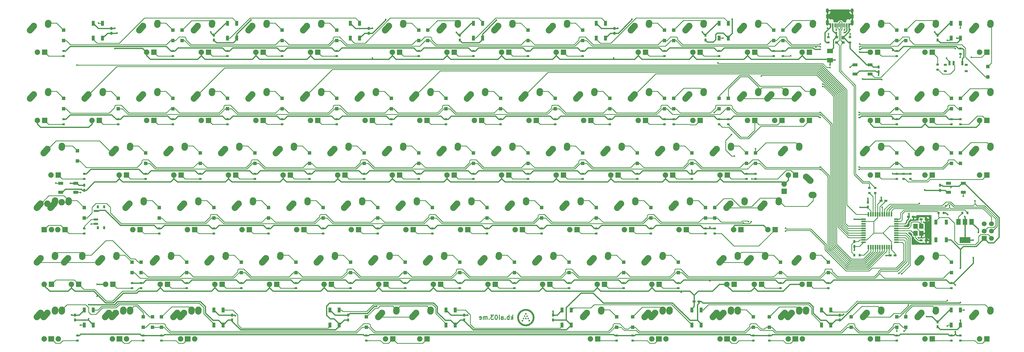
<source format=gbl>
G04 #@! TF.GenerationSoftware,KiCad,Pcbnew,(5.1.12)-1*
G04 #@! TF.CreationDate,2022-01-21T17:00:47-05:00*
G04 #@! TF.ProjectId,KBD8X-MK2,4b424438-582d-44d4-9b32-2e6b69636164,rev?*
G04 #@! TF.SameCoordinates,Original*
G04 #@! TF.FileFunction,Copper,L2,Bot*
G04 #@! TF.FilePolarity,Positive*
%FSLAX46Y46*%
G04 Gerber Fmt 4.6, Leading zero omitted, Abs format (unit mm)*
G04 Created by KiCad (PCBNEW (5.1.12)-1) date 2022-01-21 17:00:47*
%MOMM*%
%LPD*%
G01*
G04 APERTURE LIST*
G04 #@! TA.AperFunction,NonConductor*
%ADD10C,0.300000*%
G04 #@! TD*
G04 #@! TA.AperFunction,EtchedComponent*
%ADD11C,0.010000*%
G04 #@! TD*
G04 #@! TA.AperFunction,ComponentPad*
%ADD12C,2.250000*%
G04 #@! TD*
G04 #@! TA.AperFunction,ComponentPad*
%ADD13R,1.905000X1.905000*%
G04 #@! TD*
G04 #@! TA.AperFunction,ComponentPad*
%ADD14C,1.905000*%
G04 #@! TD*
G04 #@! TA.AperFunction,SMDPad,CuDef*
%ADD15R,0.900000X0.800000*%
G04 #@! TD*
G04 #@! TA.AperFunction,SMDPad,CuDef*
%ADD16R,1.500000X0.550000*%
G04 #@! TD*
G04 #@! TA.AperFunction,SMDPad,CuDef*
%ADD17R,0.550000X1.500000*%
G04 #@! TD*
G04 #@! TA.AperFunction,SMDPad,CuDef*
%ADD18R,1.000000X1.200000*%
G04 #@! TD*
G04 #@! TA.AperFunction,SMDPad,CuDef*
%ADD19R,1.000000X0.900000*%
G04 #@! TD*
G04 #@! TA.AperFunction,ComponentPad*
%ADD20O,1.000000X1.600000*%
G04 #@! TD*
G04 #@! TA.AperFunction,ComponentPad*
%ADD21O,1.000000X2.100000*%
G04 #@! TD*
G04 #@! TA.AperFunction,SMDPad,CuDef*
%ADD22R,0.300000X1.450000*%
G04 #@! TD*
G04 #@! TA.AperFunction,SMDPad,CuDef*
%ADD23R,0.600000X1.450000*%
G04 #@! TD*
G04 #@! TA.AperFunction,SMDPad,CuDef*
%ADD24R,1.500000X2.000000*%
G04 #@! TD*
G04 #@! TA.AperFunction,SMDPad,CuDef*
%ADD25R,3.800000X2.000000*%
G04 #@! TD*
G04 #@! TA.AperFunction,ComponentPad*
%ADD26C,1.700000*%
G04 #@! TD*
G04 #@! TA.AperFunction,ComponentPad*
%ADD27R,1.700000X1.700000*%
G04 #@! TD*
G04 #@! TA.AperFunction,SMDPad,CuDef*
%ADD28R,1.100000X1.800000*%
G04 #@! TD*
G04 #@! TA.AperFunction,SMDPad,CuDef*
%ADD29R,0.700000X1.500000*%
G04 #@! TD*
G04 #@! TA.AperFunction,SMDPad,CuDef*
%ADD30R,1.000000X0.800000*%
G04 #@! TD*
G04 #@! TA.AperFunction,SMDPad,CuDef*
%ADD31R,0.800000X1.000000*%
G04 #@! TD*
G04 #@! TA.AperFunction,SMDPad,CuDef*
%ADD32R,1.500000X0.700000*%
G04 #@! TD*
G04 #@! TA.AperFunction,SMDPad,CuDef*
%ADD33R,1.000000X0.750000*%
G04 #@! TD*
G04 #@! TA.AperFunction,SMDPad,CuDef*
%ADD34R,0.750000X1.000000*%
G04 #@! TD*
G04 #@! TA.AperFunction,SMDPad,CuDef*
%ADD35R,1.200000X1.200000*%
G04 #@! TD*
G04 #@! TA.AperFunction,SMDPad,CuDef*
%ADD36R,2.030000X1.650000*%
G04 #@! TD*
G04 #@! TA.AperFunction,SMDPad,CuDef*
%ADD37R,0.800000X0.900000*%
G04 #@! TD*
G04 #@! TA.AperFunction,SMDPad,CuDef*
%ADD38R,1.500000X1.700000*%
G04 #@! TD*
G04 #@! TA.AperFunction,SMDPad,CuDef*
%ADD39R,1.000000X1.800000*%
G04 #@! TD*
G04 #@! TA.AperFunction,SMDPad,CuDef*
%ADD40R,1.800000X1.000000*%
G04 #@! TD*
G04 #@! TA.AperFunction,ViaPad*
%ADD41C,0.600000*%
G04 #@! TD*
G04 #@! TA.AperFunction,Conductor*
%ADD42C,0.381000*%
G04 #@! TD*
G04 #@! TA.AperFunction,Conductor*
%ADD43C,0.254000*%
G04 #@! TD*
G04 #@! TA.AperFunction,Conductor*
%ADD44C,0.100000*%
G04 #@! TD*
G04 APERTURE END LIST*
D10*
X212125000Y-137997321D02*
X212125000Y-136497321D01*
X211982142Y-137425892D02*
X211553571Y-137997321D01*
X211553571Y-136997321D02*
X212125000Y-137568750D01*
X210910714Y-137997321D02*
X210910714Y-136497321D01*
X210910714Y-137068750D02*
X210767857Y-136997321D01*
X210482142Y-136997321D01*
X210339285Y-137068750D01*
X210267857Y-137140178D01*
X210196428Y-137283035D01*
X210196428Y-137711607D01*
X210267857Y-137854464D01*
X210339285Y-137925892D01*
X210482142Y-137997321D01*
X210767857Y-137997321D01*
X210910714Y-137925892D01*
X209553571Y-137854464D02*
X209482142Y-137925892D01*
X209553571Y-137997321D01*
X209625000Y-137925892D01*
X209553571Y-137854464D01*
X209553571Y-137997321D01*
X208196428Y-137997321D02*
X208196428Y-137211607D01*
X208267857Y-137068750D01*
X208410714Y-136997321D01*
X208696428Y-136997321D01*
X208839285Y-137068750D01*
X208196428Y-137925892D02*
X208339285Y-137997321D01*
X208696428Y-137997321D01*
X208839285Y-137925892D01*
X208910714Y-137783035D01*
X208910714Y-137640178D01*
X208839285Y-137497321D01*
X208696428Y-137425892D01*
X208339285Y-137425892D01*
X208196428Y-137354464D01*
X207482142Y-137997321D02*
X207482142Y-136997321D01*
X207482142Y-136497321D02*
X207553571Y-136568750D01*
X207482142Y-136640178D01*
X207410714Y-136568750D01*
X207482142Y-136497321D01*
X207482142Y-136640178D01*
X206482142Y-136497321D02*
X206339285Y-136497321D01*
X206196428Y-136568750D01*
X206125000Y-136640178D01*
X206053571Y-136783035D01*
X205982142Y-137068750D01*
X205982142Y-137425892D01*
X206053571Y-137711607D01*
X206125000Y-137854464D01*
X206196428Y-137925892D01*
X206339285Y-137997321D01*
X206482142Y-137997321D01*
X206625000Y-137925892D01*
X206696428Y-137854464D01*
X206767857Y-137711607D01*
X206839285Y-137425892D01*
X206839285Y-137068750D01*
X206767857Y-136783035D01*
X206696428Y-136640178D01*
X206625000Y-136568750D01*
X206482142Y-136497321D01*
X205482142Y-136497321D02*
X204553571Y-136497321D01*
X205053571Y-137068750D01*
X204839285Y-137068750D01*
X204696428Y-137140178D01*
X204625000Y-137211607D01*
X204553571Y-137354464D01*
X204553571Y-137711607D01*
X204625000Y-137854464D01*
X204696428Y-137925892D01*
X204839285Y-137997321D01*
X205267857Y-137997321D01*
X205410714Y-137925892D01*
X205482142Y-137854464D01*
X203910714Y-137854464D02*
X203839285Y-137925892D01*
X203910714Y-137997321D01*
X203982142Y-137925892D01*
X203910714Y-137854464D01*
X203910714Y-137997321D01*
X203196428Y-137997321D02*
X203196428Y-136997321D01*
X203196428Y-137140178D02*
X203125000Y-137068750D01*
X202982142Y-136997321D01*
X202767857Y-136997321D01*
X202625000Y-137068750D01*
X202553571Y-137211607D01*
X202553571Y-137997321D01*
X202553571Y-137211607D02*
X202482142Y-137068750D01*
X202339285Y-136997321D01*
X202125000Y-136997321D01*
X201982142Y-137068750D01*
X201910714Y-137211607D01*
X201910714Y-137997321D01*
X200625000Y-137925892D02*
X200767857Y-137997321D01*
X201053571Y-137997321D01*
X201196428Y-137925892D01*
X201267857Y-137783035D01*
X201267857Y-137211607D01*
X201196428Y-137068750D01*
X201053571Y-136997321D01*
X200767857Y-136997321D01*
X200625000Y-137068750D01*
X200553571Y-137211607D01*
X200553571Y-137354464D01*
X201267857Y-137497321D01*
D11*
G36*
X216503250Y-136239250D02*
G01*
X216908062Y-136239250D01*
X216908062Y-135834438D01*
X216503250Y-135834438D01*
X216503250Y-136239250D01*
G37*
X216503250Y-136239250D02*
X216908062Y-136239250D01*
X216908062Y-135834438D01*
X216503250Y-135834438D01*
X216503250Y-136239250D01*
G36*
X216098437Y-137025063D02*
G01*
X216503250Y-137025063D01*
X216503250Y-136644063D01*
X216098437Y-136644063D01*
X216098437Y-137025063D01*
G37*
X216098437Y-137025063D02*
X216503250Y-137025063D01*
X216503250Y-136644063D01*
X216098437Y-136644063D01*
X216098437Y-137025063D01*
G36*
X216908062Y-137025063D02*
G01*
X217289062Y-137025063D01*
X217289062Y-136644063D01*
X216908062Y-136644063D01*
X216908062Y-137025063D01*
G37*
X216908062Y-137025063D02*
X217289062Y-137025063D01*
X217289062Y-136644063D01*
X216908062Y-136644063D01*
X216908062Y-137025063D01*
G36*
X215717437Y-137834688D02*
G01*
X216098437Y-137834688D01*
X216098437Y-137429875D01*
X215717437Y-137429875D01*
X215717437Y-137834688D01*
G37*
X215717437Y-137834688D02*
X216098437Y-137834688D01*
X216098437Y-137429875D01*
X215717437Y-137429875D01*
X215717437Y-137834688D01*
G36*
X216503250Y-137834688D02*
G01*
X216908062Y-137834688D01*
X216908062Y-137429875D01*
X216503250Y-137429875D01*
X216503250Y-137834688D01*
G37*
X216503250Y-137834688D02*
X216908062Y-137834688D01*
X216908062Y-137429875D01*
X216503250Y-137429875D01*
X216503250Y-137834688D01*
G36*
X217289062Y-137834688D02*
G01*
X217693875Y-137834688D01*
X217693875Y-137429875D01*
X217289062Y-137429875D01*
X217289062Y-137834688D01*
G37*
X217289062Y-137834688D02*
X217693875Y-137834688D01*
X217693875Y-137429875D01*
X217289062Y-137429875D01*
X217289062Y-137834688D01*
G36*
X215312625Y-138620500D02*
G01*
X215717437Y-138620500D01*
X215717437Y-138215688D01*
X215312625Y-138215688D01*
X215312625Y-138620500D01*
G37*
X215312625Y-138620500D02*
X215717437Y-138620500D01*
X215717437Y-138215688D01*
X215312625Y-138215688D01*
X215312625Y-138620500D01*
G36*
X217693875Y-138620500D02*
G01*
X218098687Y-138620500D01*
X218098687Y-138215688D01*
X217693875Y-138215688D01*
X217693875Y-138620500D01*
G37*
X217693875Y-138620500D02*
X218098687Y-138620500D01*
X218098687Y-138215688D01*
X217693875Y-138215688D01*
X217693875Y-138620500D01*
G36*
X216689781Y-134346795D02*
G01*
X216565663Y-134348165D01*
X216453951Y-134352322D01*
X216351358Y-134359669D01*
X216254594Y-134370610D01*
X216160372Y-134385548D01*
X216065403Y-134404887D01*
X215966399Y-134429031D01*
X215921120Y-134441168D01*
X215712573Y-134506406D01*
X215510485Y-134585742D01*
X215315622Y-134678778D01*
X215128751Y-134785118D01*
X214950636Y-134904366D01*
X214798490Y-135022367D01*
X214640822Y-135163092D01*
X214493485Y-135314537D01*
X214357164Y-135475635D01*
X214232542Y-135645317D01*
X214120303Y-135822516D01*
X214021130Y-136006166D01*
X213935708Y-136195197D01*
X213864720Y-136388543D01*
X213815966Y-136556553D01*
X213782895Y-136696539D01*
X213757535Y-136828475D01*
X213739143Y-136957747D01*
X213726975Y-137089743D01*
X213720289Y-137229850D01*
X213719636Y-137255250D01*
X213722355Y-137473547D01*
X213740550Y-137688330D01*
X213774215Y-137899571D01*
X213823344Y-138107239D01*
X213887931Y-138311305D01*
X213952128Y-138475237D01*
X213980211Y-138540502D01*
X214004273Y-138594660D01*
X214026142Y-138641363D01*
X214047643Y-138684263D01*
X214070604Y-138727013D01*
X214096850Y-138773265D01*
X214125975Y-138822906D01*
X214245194Y-139009177D01*
X214375298Y-139183903D01*
X214516421Y-139347215D01*
X214668695Y-139499246D01*
X214832253Y-139640130D01*
X215007226Y-139769998D01*
X215189594Y-139886525D01*
X215242423Y-139917494D01*
X215288336Y-139943471D01*
X215330985Y-139966281D01*
X215374022Y-139987751D01*
X215421099Y-140009707D01*
X215475869Y-140033975D01*
X215537263Y-140060372D01*
X215633496Y-140099919D01*
X215722214Y-140132958D01*
X215809328Y-140161445D01*
X215900752Y-140187339D01*
X215983344Y-140208072D01*
X216147860Y-140243626D01*
X216304955Y-140269303D01*
X216459183Y-140285643D01*
X216615101Y-140293186D01*
X216705656Y-140293763D01*
X216756875Y-140293248D01*
X216804996Y-140292543D01*
X216846876Y-140291710D01*
X216879372Y-140290813D01*
X216899340Y-140289915D01*
X216900125Y-140289859D01*
X217116299Y-140265907D01*
X217329056Y-140226920D01*
X217537537Y-140173217D01*
X217740882Y-140105113D01*
X217938234Y-140022926D01*
X218128732Y-139926975D01*
X218311518Y-139817576D01*
X218462474Y-139712546D01*
X218635401Y-139574199D01*
X218796085Y-139425838D01*
X218944299Y-139267789D01*
X219079821Y-139100382D01*
X219202426Y-138923944D01*
X219311889Y-138738802D01*
X219407987Y-138545285D01*
X219490494Y-138343721D01*
X219559187Y-138134438D01*
X219571332Y-138091380D01*
X219597698Y-137989585D01*
X219619083Y-137893261D01*
X219635891Y-137799117D01*
X219648525Y-137703867D01*
X219657390Y-137604220D01*
X219662888Y-137496890D01*
X219665424Y-137378586D01*
X219665705Y-137322719D01*
X219665030Y-137267358D01*
X219132956Y-137267358D01*
X219132853Y-137347496D01*
X219131187Y-137427160D01*
X219127991Y-137502287D01*
X219123294Y-137568810D01*
X219119574Y-137604500D01*
X219087700Y-137801798D01*
X219041049Y-137993413D01*
X218979799Y-138178972D01*
X218904131Y-138358099D01*
X218814223Y-138530419D01*
X218710256Y-138695559D01*
X218592409Y-138853143D01*
X218460862Y-139002797D01*
X218438526Y-139026010D01*
X218304292Y-139153084D01*
X218158590Y-139271020D01*
X218004119Y-139377840D01*
X217843581Y-139471566D01*
X217797792Y-139495254D01*
X217723384Y-139531903D01*
X217658143Y-139562122D01*
X217597646Y-139587690D01*
X217537472Y-139610384D01*
X217473199Y-139631983D01*
X217408125Y-139651977D01*
X217218912Y-139701390D01*
X217033161Y-139735841D01*
X216849423Y-139755464D01*
X216666247Y-139760392D01*
X216482186Y-139750761D01*
X216415644Y-139743781D01*
X216228312Y-139714837D01*
X216048731Y-139673028D01*
X215874393Y-139617604D01*
X215702791Y-139547814D01*
X215605834Y-139501616D01*
X215435202Y-139408197D01*
X215275786Y-139304462D01*
X215126828Y-139189724D01*
X214987571Y-139063300D01*
X214857256Y-138924504D01*
X214735126Y-138772653D01*
X214626858Y-138617009D01*
X214601732Y-138575818D01*
X214572409Y-138523690D01*
X214540709Y-138464246D01*
X214508451Y-138401106D01*
X214477457Y-138337890D01*
X214449544Y-138278217D01*
X214426535Y-138225707D01*
X214413097Y-138191875D01*
X214350230Y-138000334D01*
X214302834Y-137807595D01*
X214270950Y-137614200D01*
X214254620Y-137420690D01*
X214253882Y-137227607D01*
X214268778Y-137035492D01*
X214299348Y-136844886D01*
X214309151Y-136798844D01*
X214342800Y-136662551D01*
X214381108Y-136536368D01*
X214426046Y-136414757D01*
X214479587Y-136292182D01*
X214517246Y-136214708D01*
X214610951Y-136045860D01*
X214717776Y-135885423D01*
X214836952Y-135734118D01*
X214967713Y-135592664D01*
X215109290Y-135461781D01*
X215260916Y-135342190D01*
X215421823Y-135234610D01*
X215591243Y-135139761D01*
X215735425Y-135072230D01*
X215907053Y-135005835D01*
X216079607Y-134953837D01*
X216255094Y-134915828D01*
X216435524Y-134891401D01*
X216622905Y-134880147D01*
X216685812Y-134879257D01*
X216883907Y-134885627D01*
X217075535Y-134906272D01*
X217261469Y-134941423D01*
X217442485Y-134991317D01*
X217619356Y-135056185D01*
X217792856Y-135136263D01*
X217963759Y-135231785D01*
X218064456Y-135295994D01*
X218203889Y-135397522D01*
X218338087Y-135512028D01*
X218465409Y-135637589D01*
X218584215Y-135772281D01*
X218692864Y-135914181D01*
X218789715Y-136061365D01*
X218873128Y-136211911D01*
X218907924Y-136284830D01*
X218969327Y-136429689D01*
X219019558Y-136568928D01*
X219059815Y-136706876D01*
X219091294Y-136847864D01*
X219115194Y-136996221D01*
X219123595Y-137064750D01*
X219128358Y-137121920D01*
X219131468Y-137190811D01*
X219132956Y-137267358D01*
X219665030Y-137267358D01*
X219663960Y-137179723D01*
X219658086Y-137048856D01*
X219647512Y-136926775D01*
X219631665Y-136810135D01*
X219609973Y-136695594D01*
X219581863Y-136579809D01*
X219546764Y-136459437D01*
X219504103Y-136331134D01*
X219488409Y-136286875D01*
X219410024Y-136092156D01*
X219317184Y-135903822D01*
X219210078Y-135722135D01*
X219088898Y-135547358D01*
X218953833Y-135379753D01*
X218805076Y-135219583D01*
X218642817Y-135067110D01*
X218535979Y-134976929D01*
X218450150Y-134911436D01*
X218352611Y-134844110D01*
X218247002Y-134777162D01*
X218136964Y-134712805D01*
X218026137Y-134653250D01*
X217918161Y-134600708D01*
X217912156Y-134597965D01*
X217842196Y-134568092D01*
X217761015Y-134536706D01*
X217672983Y-134505286D01*
X217582471Y-134475312D01*
X217493849Y-134448261D01*
X217411486Y-134425614D01*
X217379600Y-134417721D01*
X217286375Y-134396953D01*
X217197401Y-134380293D01*
X217109397Y-134367402D01*
X217019081Y-134357945D01*
X216923172Y-134351582D01*
X216818390Y-134347978D01*
X216701455Y-134346794D01*
X216689781Y-134346795D01*
G37*
X216689781Y-134346795D02*
X216565663Y-134348165D01*
X216453951Y-134352322D01*
X216351358Y-134359669D01*
X216254594Y-134370610D01*
X216160372Y-134385548D01*
X216065403Y-134404887D01*
X215966399Y-134429031D01*
X215921120Y-134441168D01*
X215712573Y-134506406D01*
X215510485Y-134585742D01*
X215315622Y-134678778D01*
X215128751Y-134785118D01*
X214950636Y-134904366D01*
X214798490Y-135022367D01*
X214640822Y-135163092D01*
X214493485Y-135314537D01*
X214357164Y-135475635D01*
X214232542Y-135645317D01*
X214120303Y-135822516D01*
X214021130Y-136006166D01*
X213935708Y-136195197D01*
X213864720Y-136388543D01*
X213815966Y-136556553D01*
X213782895Y-136696539D01*
X213757535Y-136828475D01*
X213739143Y-136957747D01*
X213726975Y-137089743D01*
X213720289Y-137229850D01*
X213719636Y-137255250D01*
X213722355Y-137473547D01*
X213740550Y-137688330D01*
X213774215Y-137899571D01*
X213823344Y-138107239D01*
X213887931Y-138311305D01*
X213952128Y-138475237D01*
X213980211Y-138540502D01*
X214004273Y-138594660D01*
X214026142Y-138641363D01*
X214047643Y-138684263D01*
X214070604Y-138727013D01*
X214096850Y-138773265D01*
X214125975Y-138822906D01*
X214245194Y-139009177D01*
X214375298Y-139183903D01*
X214516421Y-139347215D01*
X214668695Y-139499246D01*
X214832253Y-139640130D01*
X215007226Y-139769998D01*
X215189594Y-139886525D01*
X215242423Y-139917494D01*
X215288336Y-139943471D01*
X215330985Y-139966281D01*
X215374022Y-139987751D01*
X215421099Y-140009707D01*
X215475869Y-140033975D01*
X215537263Y-140060372D01*
X215633496Y-140099919D01*
X215722214Y-140132958D01*
X215809328Y-140161445D01*
X215900752Y-140187339D01*
X215983344Y-140208072D01*
X216147860Y-140243626D01*
X216304955Y-140269303D01*
X216459183Y-140285643D01*
X216615101Y-140293186D01*
X216705656Y-140293763D01*
X216756875Y-140293248D01*
X216804996Y-140292543D01*
X216846876Y-140291710D01*
X216879372Y-140290813D01*
X216899340Y-140289915D01*
X216900125Y-140289859D01*
X217116299Y-140265907D01*
X217329056Y-140226920D01*
X217537537Y-140173217D01*
X217740882Y-140105113D01*
X217938234Y-140022926D01*
X218128732Y-139926975D01*
X218311518Y-139817576D01*
X218462474Y-139712546D01*
X218635401Y-139574199D01*
X218796085Y-139425838D01*
X218944299Y-139267789D01*
X219079821Y-139100382D01*
X219202426Y-138923944D01*
X219311889Y-138738802D01*
X219407987Y-138545285D01*
X219490494Y-138343721D01*
X219559187Y-138134438D01*
X219571332Y-138091380D01*
X219597698Y-137989585D01*
X219619083Y-137893261D01*
X219635891Y-137799117D01*
X219648525Y-137703867D01*
X219657390Y-137604220D01*
X219662888Y-137496890D01*
X219665424Y-137378586D01*
X219665705Y-137322719D01*
X219665030Y-137267358D01*
X219132956Y-137267358D01*
X219132853Y-137347496D01*
X219131187Y-137427160D01*
X219127991Y-137502287D01*
X219123294Y-137568810D01*
X219119574Y-137604500D01*
X219087700Y-137801798D01*
X219041049Y-137993413D01*
X218979799Y-138178972D01*
X218904131Y-138358099D01*
X218814223Y-138530419D01*
X218710256Y-138695559D01*
X218592409Y-138853143D01*
X218460862Y-139002797D01*
X218438526Y-139026010D01*
X218304292Y-139153084D01*
X218158590Y-139271020D01*
X218004119Y-139377840D01*
X217843581Y-139471566D01*
X217797792Y-139495254D01*
X217723384Y-139531903D01*
X217658143Y-139562122D01*
X217597646Y-139587690D01*
X217537472Y-139610384D01*
X217473199Y-139631983D01*
X217408125Y-139651977D01*
X217218912Y-139701390D01*
X217033161Y-139735841D01*
X216849423Y-139755464D01*
X216666247Y-139760392D01*
X216482186Y-139750761D01*
X216415644Y-139743781D01*
X216228312Y-139714837D01*
X216048731Y-139673028D01*
X215874393Y-139617604D01*
X215702791Y-139547814D01*
X215605834Y-139501616D01*
X215435202Y-139408197D01*
X215275786Y-139304462D01*
X215126828Y-139189724D01*
X214987571Y-139063300D01*
X214857256Y-138924504D01*
X214735126Y-138772653D01*
X214626858Y-138617009D01*
X214601732Y-138575818D01*
X214572409Y-138523690D01*
X214540709Y-138464246D01*
X214508451Y-138401106D01*
X214477457Y-138337890D01*
X214449544Y-138278217D01*
X214426535Y-138225707D01*
X214413097Y-138191875D01*
X214350230Y-138000334D01*
X214302834Y-137807595D01*
X214270950Y-137614200D01*
X214254620Y-137420690D01*
X214253882Y-137227607D01*
X214268778Y-137035492D01*
X214299348Y-136844886D01*
X214309151Y-136798844D01*
X214342800Y-136662551D01*
X214381108Y-136536368D01*
X214426046Y-136414757D01*
X214479587Y-136292182D01*
X214517246Y-136214708D01*
X214610951Y-136045860D01*
X214717776Y-135885423D01*
X214836952Y-135734118D01*
X214967713Y-135592664D01*
X215109290Y-135461781D01*
X215260916Y-135342190D01*
X215421823Y-135234610D01*
X215591243Y-135139761D01*
X215735425Y-135072230D01*
X215907053Y-135005835D01*
X216079607Y-134953837D01*
X216255094Y-134915828D01*
X216435524Y-134891401D01*
X216622905Y-134880147D01*
X216685812Y-134879257D01*
X216883907Y-134885627D01*
X217075535Y-134906272D01*
X217261469Y-134941423D01*
X217442485Y-134991317D01*
X217619356Y-135056185D01*
X217792856Y-135136263D01*
X217963759Y-135231785D01*
X218064456Y-135295994D01*
X218203889Y-135397522D01*
X218338087Y-135512028D01*
X218465409Y-135637589D01*
X218584215Y-135772281D01*
X218692864Y-135914181D01*
X218789715Y-136061365D01*
X218873128Y-136211911D01*
X218907924Y-136284830D01*
X218969327Y-136429689D01*
X219019558Y-136568928D01*
X219059815Y-136706876D01*
X219091294Y-136847864D01*
X219115194Y-136996221D01*
X219123595Y-137064750D01*
X219128358Y-137121920D01*
X219131468Y-137190811D01*
X219132956Y-137267358D01*
X219665030Y-137267358D01*
X219663960Y-137179723D01*
X219658086Y-137048856D01*
X219647512Y-136926775D01*
X219631665Y-136810135D01*
X219609973Y-136695594D01*
X219581863Y-136579809D01*
X219546764Y-136459437D01*
X219504103Y-136331134D01*
X219488409Y-136286875D01*
X219410024Y-136092156D01*
X219317184Y-135903822D01*
X219210078Y-135722135D01*
X219088898Y-135547358D01*
X218953833Y-135379753D01*
X218805076Y-135219583D01*
X218642817Y-135067110D01*
X218535979Y-134976929D01*
X218450150Y-134911436D01*
X218352611Y-134844110D01*
X218247002Y-134777162D01*
X218136964Y-134712805D01*
X218026137Y-134653250D01*
X217918161Y-134600708D01*
X217912156Y-134597965D01*
X217842196Y-134568092D01*
X217761015Y-134536706D01*
X217672983Y-134505286D01*
X217582471Y-134475312D01*
X217493849Y-134448261D01*
X217411486Y-134425614D01*
X217379600Y-134417721D01*
X217286375Y-134396953D01*
X217197401Y-134380293D01*
X217109397Y-134367402D01*
X217019081Y-134357945D01*
X216923172Y-134351582D01*
X216818390Y-134347978D01*
X216701455Y-134346794D01*
X216689781Y-134346795D01*
D12*
X49887500Y-97600000D03*
X54887500Y-97100000D03*
D13*
X48736250Y-106680000D03*
D14*
X51276250Y-106680000D03*
D12*
X47506250Y-97600000D03*
G04 #@! TA.AperFunction,ComponentPad*
G36*
G01*
X45443478Y-99896038D02*
X45443478Y-99896038D01*
G75*
G02*
X45360212Y-98307228I752772J836038D01*
G01*
X46672750Y-96849508D01*
G75*
G02*
X48261560Y-96766242I836038J-752772D01*
G01*
X48261560Y-96766242D01*
G75*
G02*
X48344826Y-98355052I-752772J-836038D01*
G01*
X47032288Y-99812772D01*
G75*
G02*
X45443478Y-99896038I-836038J752772D01*
G01*
G37*
G04 #@! TD.AperFunction*
X52546250Y-96520000D03*
G04 #@! TA.AperFunction,ComponentPad*
G36*
G01*
X52427774Y-98222260D02*
X52427774Y-98222260D01*
G75*
G02*
X51383990Y-97021524I78476J1122260D01*
G01*
X51424544Y-96441562D01*
G75*
G02*
X52625280Y-95397778I1122260J-78476D01*
G01*
X52625280Y-95397778D01*
G75*
G02*
X53669064Y-96598514I-78476J-1122260D01*
G01*
X53628510Y-97178476D01*
G75*
G02*
X52427774Y-98222260I-1122260J78476D01*
G01*
G37*
G04 #@! TD.AperFunction*
D13*
X277495000Y-68580000D03*
D14*
X274955000Y-68580000D03*
D12*
X273725000Y-59500000D03*
G04 #@! TA.AperFunction,ComponentPad*
G36*
G01*
X271663688Y-61797350D02*
X271663683Y-61797345D01*
G75*
G02*
X271577655Y-60208683I751317J837345D01*
G01*
X272887657Y-58748683D01*
G75*
G02*
X274476319Y-58662655I837345J-751317D01*
G01*
X274476319Y-58662655D01*
G75*
G02*
X274562347Y-60251317I-751317J-837345D01*
G01*
X273252345Y-61711317D01*
G75*
G02*
X271663683Y-61797345I-837345J751317D01*
G01*
G37*
G04 #@! TD.AperFunction*
X278765000Y-58420000D03*
G04 #@! TA.AperFunction,ComponentPad*
G36*
G01*
X278648483Y-60122395D02*
X278647597Y-60122334D01*
G75*
G02*
X277602666Y-58922597I77403J1122334D01*
G01*
X277642666Y-58342597D01*
G75*
G02*
X278842403Y-57297666I1122334J-77403D01*
G01*
X278842403Y-57297666D01*
G75*
G02*
X279887334Y-58497403I-77403J-1122334D01*
G01*
X279847334Y-59077403D01*
G75*
G02*
X278647597Y-60122334I-1122334J77403D01*
G01*
G37*
G04 #@! TD.AperFunction*
D13*
X48895000Y-44767500D03*
D14*
X46355000Y-44767500D03*
D12*
X45125000Y-35687500D03*
G04 #@! TA.AperFunction,ComponentPad*
G36*
G01*
X43063688Y-37984850D02*
X43063683Y-37984845D01*
G75*
G02*
X42977655Y-36396183I751317J837345D01*
G01*
X44287657Y-34936183D01*
G75*
G02*
X45876319Y-34850155I837345J-751317D01*
G01*
X45876319Y-34850155D01*
G75*
G02*
X45962347Y-36438817I-751317J-837345D01*
G01*
X44652345Y-37898817D01*
G75*
G02*
X43063683Y-37984845I-837345J751317D01*
G01*
G37*
G04 #@! TD.AperFunction*
X50165000Y-34607500D03*
G04 #@! TA.AperFunction,ComponentPad*
G36*
G01*
X50048483Y-36309895D02*
X50047597Y-36309834D01*
G75*
G02*
X49002666Y-35110097I77403J1122334D01*
G01*
X49042666Y-34530097D01*
G75*
G02*
X50242403Y-33485166I1122334J-77403D01*
G01*
X50242403Y-33485166D01*
G75*
G02*
X51287334Y-34684903I-77403J-1122334D01*
G01*
X51247334Y-35264903D01*
G75*
G02*
X50047597Y-36309834I-1122334J77403D01*
G01*
G37*
G04 #@! TD.AperFunction*
D15*
X336550000Y-92089400D03*
X336550000Y-93889400D03*
D16*
X334517125Y-103045125D03*
X334517125Y-103845125D03*
X334517125Y-104645125D03*
X334517125Y-105445125D03*
X334517125Y-106245125D03*
X334517125Y-107045125D03*
X334517125Y-107845125D03*
X334517125Y-108645125D03*
X334517125Y-109445125D03*
X334517125Y-110245125D03*
X334517125Y-111045125D03*
D17*
X336217125Y-112745125D03*
X337017125Y-112745125D03*
X337817125Y-112745125D03*
X338617125Y-112745125D03*
X339417125Y-112745125D03*
X340217125Y-112745125D03*
X341017125Y-112745125D03*
X341817125Y-112745125D03*
X342617125Y-112745125D03*
X343417125Y-112745125D03*
X344217125Y-112745125D03*
D16*
X345917125Y-111045125D03*
X345917125Y-110245125D03*
X345917125Y-109445125D03*
X345917125Y-108645125D03*
X345917125Y-107845125D03*
X345917125Y-107045125D03*
X345917125Y-106245125D03*
X345917125Y-105445125D03*
X345917125Y-104645125D03*
X345917125Y-103845125D03*
X345917125Y-103045125D03*
D17*
X344217125Y-101345125D03*
X343417125Y-101345125D03*
X342617125Y-101345125D03*
X341817125Y-101345125D03*
X341017125Y-101345125D03*
X340217125Y-101345125D03*
X339417125Y-101345125D03*
X338617125Y-101345125D03*
X337817125Y-101345125D03*
X337017125Y-101345125D03*
X336217125Y-101345125D03*
D13*
X182245000Y-144780000D03*
D14*
X179705000Y-144780000D03*
D12*
X178475000Y-135700000D03*
G04 #@! TA.AperFunction,ComponentPad*
G36*
G01*
X176413688Y-137997350D02*
X176413683Y-137997345D01*
G75*
G02*
X176327655Y-136408683I751317J837345D01*
G01*
X177637657Y-134948683D01*
G75*
G02*
X179226319Y-134862655I837345J-751317D01*
G01*
X179226319Y-134862655D01*
G75*
G02*
X179312347Y-136451317I-751317J-837345D01*
G01*
X178002345Y-137911317D01*
G75*
G02*
X176413683Y-137997345I-837345J751317D01*
G01*
G37*
G04 #@! TD.AperFunction*
X183515000Y-134620000D03*
G04 #@! TA.AperFunction,ComponentPad*
G36*
G01*
X183398483Y-136322395D02*
X183397597Y-136322334D01*
G75*
G02*
X182352666Y-135122597I77403J1122334D01*
G01*
X182392666Y-134542597D01*
G75*
G02*
X183592403Y-133497666I1122334J-77403D01*
G01*
X183592403Y-133497666D01*
G75*
G02*
X184637334Y-134697403I-77403J-1122334D01*
G01*
X184597334Y-135277403D01*
G75*
G02*
X183397597Y-136322334I-1122334J77403D01*
G01*
G37*
G04 #@! TD.AperFunction*
D13*
X170338750Y-144780000D03*
D14*
X167798750Y-144780000D03*
D12*
X166568750Y-135700000D03*
G04 #@! TA.AperFunction,ComponentPad*
G36*
G01*
X164507438Y-137997350D02*
X164507433Y-137997345D01*
G75*
G02*
X164421405Y-136408683I751317J837345D01*
G01*
X165731407Y-134948683D01*
G75*
G02*
X167320069Y-134862655I837345J-751317D01*
G01*
X167320069Y-134862655D01*
G75*
G02*
X167406097Y-136451317I-751317J-837345D01*
G01*
X166096095Y-137911317D01*
G75*
G02*
X164507433Y-137997345I-837345J751317D01*
G01*
G37*
G04 #@! TD.AperFunction*
X171608750Y-134620000D03*
G04 #@! TA.AperFunction,ComponentPad*
G36*
G01*
X171492233Y-136322395D02*
X171491347Y-136322334D01*
G75*
G02*
X170446416Y-135122597I77403J1122334D01*
G01*
X170486416Y-134542597D01*
G75*
G02*
X171686153Y-133497666I1122334J-77403D01*
G01*
X171686153Y-133497666D01*
G75*
G02*
X172731084Y-134697403I-77403J-1122334D01*
G01*
X172691084Y-135277403D01*
G75*
G02*
X171491347Y-136322334I-1122334J77403D01*
G01*
G37*
G04 #@! TD.AperFunction*
D13*
X377507500Y-144780000D03*
D14*
X374967500Y-144780000D03*
D12*
X373737500Y-135700000D03*
G04 #@! TA.AperFunction,ComponentPad*
G36*
G01*
X371676188Y-137997350D02*
X371676183Y-137997345D01*
G75*
G02*
X371590155Y-136408683I751317J837345D01*
G01*
X372900157Y-134948683D01*
G75*
G02*
X374488819Y-134862655I837345J-751317D01*
G01*
X374488819Y-134862655D01*
G75*
G02*
X374574847Y-136451317I-751317J-837345D01*
G01*
X373264845Y-137911317D01*
G75*
G02*
X371676183Y-137997345I-837345J751317D01*
G01*
G37*
G04 #@! TD.AperFunction*
X378777500Y-134620000D03*
G04 #@! TA.AperFunction,ComponentPad*
G36*
G01*
X378660983Y-136322395D02*
X378660097Y-136322334D01*
G75*
G02*
X377615166Y-135122597I77403J1122334D01*
G01*
X377655166Y-134542597D01*
G75*
G02*
X378854903Y-133497666I1122334J-77403D01*
G01*
X378854903Y-133497666D01*
G75*
G02*
X379899834Y-134697403I-77403J-1122334D01*
G01*
X379859834Y-135277403D01*
G75*
G02*
X378660097Y-136322334I-1122334J77403D01*
G01*
G37*
G04 #@! TD.AperFunction*
D13*
X286861250Y-144780000D03*
D14*
X289401250Y-144780000D03*
D12*
X285631250Y-135700000D03*
G04 #@! TA.AperFunction,ComponentPad*
G36*
G01*
X283569938Y-137997350D02*
X283569933Y-137997345D01*
G75*
G02*
X283483905Y-136408683I751317J837345D01*
G01*
X284793907Y-134948683D01*
G75*
G02*
X286382569Y-134862655I837345J-751317D01*
G01*
X286382569Y-134862655D01*
G75*
G02*
X286468597Y-136451317I-751317J-837345D01*
G01*
X285158595Y-137911317D01*
G75*
G02*
X283569933Y-137997345I-837345J751317D01*
G01*
G37*
G04 #@! TD.AperFunction*
X290671250Y-134620000D03*
G04 #@! TA.AperFunction,ComponentPad*
G36*
G01*
X290554733Y-136322395D02*
X290553847Y-136322334D01*
G75*
G02*
X289508916Y-135122597I77403J1122334D01*
G01*
X289548916Y-134542597D01*
G75*
G02*
X290748653Y-133497666I1122334J-77403D01*
G01*
X290748653Y-133497666D01*
G75*
G02*
X291793584Y-134697403I-77403J-1122334D01*
G01*
X291753584Y-135277403D01*
G75*
G02*
X290553847Y-136322334I-1122334J77403D01*
G01*
G37*
G04 #@! TD.AperFunction*
D13*
X287020000Y-144780000D03*
D14*
X284480000Y-144780000D03*
D12*
X283250000Y-135700000D03*
G04 #@! TA.AperFunction,ComponentPad*
G36*
G01*
X281188688Y-137997350D02*
X281188683Y-137997345D01*
G75*
G02*
X281102655Y-136408683I751317J837345D01*
G01*
X282412657Y-134948683D01*
G75*
G02*
X284001319Y-134862655I837345J-751317D01*
G01*
X284001319Y-134862655D01*
G75*
G02*
X284087347Y-136451317I-751317J-837345D01*
G01*
X282777345Y-137911317D01*
G75*
G02*
X281188683Y-137997345I-837345J751317D01*
G01*
G37*
G04 #@! TD.AperFunction*
X288290000Y-134620000D03*
G04 #@! TA.AperFunction,ComponentPad*
G36*
G01*
X288173483Y-136322395D02*
X288172597Y-136322334D01*
G75*
G02*
X287127666Y-135122597I77403J1122334D01*
G01*
X287167666Y-134542597D01*
G75*
G02*
X288367403Y-133497666I1122334J-77403D01*
G01*
X288367403Y-133497666D01*
G75*
G02*
X289412334Y-134697403I-77403J-1122334D01*
G01*
X289372334Y-135277403D01*
G75*
G02*
X288172597Y-136322334I-1122334J77403D01*
G01*
G37*
G04 #@! TD.AperFunction*
D13*
X263048750Y-144780000D03*
D14*
X265588750Y-144780000D03*
D12*
X261818750Y-135700000D03*
G04 #@! TA.AperFunction,ComponentPad*
G36*
G01*
X259757438Y-137997350D02*
X259757433Y-137997345D01*
G75*
G02*
X259671405Y-136408683I751317J837345D01*
G01*
X260981407Y-134948683D01*
G75*
G02*
X262570069Y-134862655I837345J-751317D01*
G01*
X262570069Y-134862655D01*
G75*
G02*
X262656097Y-136451317I-751317J-837345D01*
G01*
X261346095Y-137911317D01*
G75*
G02*
X259757433Y-137997345I-837345J751317D01*
G01*
G37*
G04 #@! TD.AperFunction*
X266858750Y-134620000D03*
G04 #@! TA.AperFunction,ComponentPad*
G36*
G01*
X266742233Y-136322395D02*
X266741347Y-136322334D01*
G75*
G02*
X265696416Y-135122597I77403J1122334D01*
G01*
X265736416Y-134542597D01*
G75*
G02*
X266936153Y-133497666I1122334J-77403D01*
G01*
X266936153Y-133497666D01*
G75*
G02*
X267981084Y-134697403I-77403J-1122334D01*
G01*
X267941084Y-135277403D01*
G75*
G02*
X266741347Y-136322334I-1122334J77403D01*
G01*
G37*
G04 #@! TD.AperFunction*
D13*
X310832500Y-144780000D03*
D14*
X308292500Y-144780000D03*
D12*
X307062500Y-135700000D03*
G04 #@! TA.AperFunction,ComponentPad*
G36*
G01*
X305001188Y-137997350D02*
X305001183Y-137997345D01*
G75*
G02*
X304915155Y-136408683I751317J837345D01*
G01*
X306225157Y-134948683D01*
G75*
G02*
X307813819Y-134862655I837345J-751317D01*
G01*
X307813819Y-134862655D01*
G75*
G02*
X307899847Y-136451317I-751317J-837345D01*
G01*
X306589845Y-137911317D01*
G75*
G02*
X305001183Y-137997345I-837345J751317D01*
G01*
G37*
G04 #@! TD.AperFunction*
X312102500Y-134620000D03*
G04 #@! TA.AperFunction,ComponentPad*
G36*
G01*
X311985983Y-136322395D02*
X311985097Y-136322334D01*
G75*
G02*
X310940166Y-135122597I77403J1122334D01*
G01*
X310980166Y-134542597D01*
G75*
G02*
X312179903Y-133497666I1122334J-77403D01*
G01*
X312179903Y-133497666D01*
G75*
G02*
X313224834Y-134697403I-77403J-1122334D01*
G01*
X313184834Y-135277403D01*
G75*
G02*
X311985097Y-136322334I-1122334J77403D01*
G01*
G37*
G04 #@! TD.AperFunction*
D13*
X310673750Y-144780000D03*
D14*
X313213750Y-144780000D03*
D12*
X309443750Y-135700000D03*
G04 #@! TA.AperFunction,ComponentPad*
G36*
G01*
X307382438Y-137997350D02*
X307382433Y-137997345D01*
G75*
G02*
X307296405Y-136408683I751317J837345D01*
G01*
X308606407Y-134948683D01*
G75*
G02*
X310195069Y-134862655I837345J-751317D01*
G01*
X310195069Y-134862655D01*
G75*
G02*
X310281097Y-136451317I-751317J-837345D01*
G01*
X308971095Y-137911317D01*
G75*
G02*
X307382433Y-137997345I-837345J751317D01*
G01*
G37*
G04 #@! TD.AperFunction*
X314483750Y-134620000D03*
G04 #@! TA.AperFunction,ComponentPad*
G36*
G01*
X314367233Y-136322395D02*
X314366347Y-136322334D01*
G75*
G02*
X313321416Y-135122597I77403J1122334D01*
G01*
X313361416Y-134542597D01*
G75*
G02*
X314561153Y-133497666I1122334J-77403D01*
G01*
X314561153Y-133497666D01*
G75*
G02*
X315606084Y-134697403I-77403J-1122334D01*
G01*
X315566084Y-135277403D01*
G75*
G02*
X314366347Y-136322334I-1122334J77403D01*
G01*
G37*
G04 #@! TD.AperFunction*
D13*
X263207500Y-144780000D03*
D14*
X260667500Y-144780000D03*
D12*
X259437500Y-135700000D03*
G04 #@! TA.AperFunction,ComponentPad*
G36*
G01*
X257376188Y-137997350D02*
X257376183Y-137997345D01*
G75*
G02*
X257290155Y-136408683I751317J837345D01*
G01*
X258600157Y-134948683D01*
G75*
G02*
X260188819Y-134862655I837345J-751317D01*
G01*
X260188819Y-134862655D01*
G75*
G02*
X260274847Y-136451317I-751317J-837345D01*
G01*
X258964845Y-137911317D01*
G75*
G02*
X257376183Y-137997345I-837345J751317D01*
G01*
G37*
G04 #@! TD.AperFunction*
X264477500Y-134620000D03*
G04 #@! TA.AperFunction,ComponentPad*
G36*
G01*
X264360983Y-136322395D02*
X264360097Y-136322334D01*
G75*
G02*
X263315166Y-135122597I77403J1122334D01*
G01*
X263355166Y-134542597D01*
G75*
G02*
X264554903Y-133497666I1122334J-77403D01*
G01*
X264554903Y-133497666D01*
G75*
G02*
X265599834Y-134697403I-77403J-1122334D01*
G01*
X265559834Y-135277403D01*
G75*
G02*
X264360097Y-136322334I-1122334J77403D01*
G01*
G37*
G04 #@! TD.AperFunction*
D13*
X241776250Y-144780000D03*
D14*
X239236250Y-144780000D03*
D12*
X238006250Y-135700000D03*
G04 #@! TA.AperFunction,ComponentPad*
G36*
G01*
X235944938Y-137997350D02*
X235944933Y-137997345D01*
G75*
G02*
X235858905Y-136408683I751317J837345D01*
G01*
X237168907Y-134948683D01*
G75*
G02*
X238757569Y-134862655I837345J-751317D01*
G01*
X238757569Y-134862655D01*
G75*
G02*
X238843597Y-136451317I-751317J-837345D01*
G01*
X237533595Y-137911317D01*
G75*
G02*
X235944933Y-137997345I-837345J751317D01*
G01*
G37*
G04 #@! TD.AperFunction*
X243046250Y-134620000D03*
G04 #@! TA.AperFunction,ComponentPad*
G36*
G01*
X242929733Y-136322395D02*
X242928847Y-136322334D01*
G75*
G02*
X241883916Y-135122597I77403J1122334D01*
G01*
X241923916Y-134542597D01*
G75*
G02*
X243123653Y-133497666I1122334J-77403D01*
G01*
X243123653Y-133497666D01*
G75*
G02*
X244168584Y-134697403I-77403J-1122334D01*
G01*
X244128584Y-135277403D01*
G75*
G02*
X242928847Y-136322334I-1122334J77403D01*
G01*
G37*
G04 #@! TD.AperFunction*
D13*
X74930000Y-144780000D03*
D14*
X77470000Y-144780000D03*
D12*
X73700000Y-135700000D03*
G04 #@! TA.AperFunction,ComponentPad*
G36*
G01*
X71638688Y-137997350D02*
X71638683Y-137997345D01*
G75*
G02*
X71552655Y-136408683I751317J837345D01*
G01*
X72862657Y-134948683D01*
G75*
G02*
X74451319Y-134862655I837345J-751317D01*
G01*
X74451319Y-134862655D01*
G75*
G02*
X74537347Y-136451317I-751317J-837345D01*
G01*
X73227345Y-137911317D01*
G75*
G02*
X71638683Y-137997345I-837345J751317D01*
G01*
G37*
G04 #@! TD.AperFunction*
X78740000Y-134620000D03*
G04 #@! TA.AperFunction,ComponentPad*
G36*
G01*
X78623483Y-136322395D02*
X78622597Y-136322334D01*
G75*
G02*
X77577666Y-135122597I77403J1122334D01*
G01*
X77617666Y-134542597D01*
G75*
G02*
X78817403Y-133497666I1122334J-77403D01*
G01*
X78817403Y-133497666D01*
G75*
G02*
X79862334Y-134697403I-77403J-1122334D01*
G01*
X79822334Y-135277403D01*
G75*
G02*
X78622597Y-136322334I-1122334J77403D01*
G01*
G37*
G04 #@! TD.AperFunction*
D13*
X75088750Y-144780000D03*
D14*
X72548750Y-144780000D03*
D12*
X71318750Y-135700000D03*
G04 #@! TA.AperFunction,ComponentPad*
G36*
G01*
X69257438Y-137997350D02*
X69257433Y-137997345D01*
G75*
G02*
X69171405Y-136408683I751317J837345D01*
G01*
X70481407Y-134948683D01*
G75*
G02*
X72070069Y-134862655I837345J-751317D01*
G01*
X72070069Y-134862655D01*
G75*
G02*
X72156097Y-136451317I-751317J-837345D01*
G01*
X70846095Y-137911317D01*
G75*
G02*
X69257433Y-137997345I-837345J751317D01*
G01*
G37*
G04 #@! TD.AperFunction*
X76358750Y-134620000D03*
G04 #@! TA.AperFunction,ComponentPad*
G36*
G01*
X76242233Y-136322395D02*
X76241347Y-136322334D01*
G75*
G02*
X75196416Y-135122597I77403J1122334D01*
G01*
X75236416Y-134542597D01*
G75*
G02*
X76436153Y-133497666I1122334J-77403D01*
G01*
X76436153Y-133497666D01*
G75*
G02*
X77481084Y-134697403I-77403J-1122334D01*
G01*
X77441084Y-135277403D01*
G75*
G02*
X76241347Y-136322334I-1122334J77403D01*
G01*
G37*
G04 #@! TD.AperFunction*
D13*
X339407500Y-144780000D03*
D14*
X336867500Y-144780000D03*
D12*
X335637500Y-135700000D03*
G04 #@! TA.AperFunction,ComponentPad*
G36*
G01*
X333576188Y-137997350D02*
X333576183Y-137997345D01*
G75*
G02*
X333490155Y-136408683I751317J837345D01*
G01*
X334800157Y-134948683D01*
G75*
G02*
X336388819Y-134862655I837345J-751317D01*
G01*
X336388819Y-134862655D01*
G75*
G02*
X336474847Y-136451317I-751317J-837345D01*
G01*
X335164845Y-137911317D01*
G75*
G02*
X333576183Y-137997345I-837345J751317D01*
G01*
G37*
G04 #@! TD.AperFunction*
X340677500Y-134620000D03*
G04 #@! TA.AperFunction,ComponentPad*
G36*
G01*
X340560983Y-136322395D02*
X340560097Y-136322334D01*
G75*
G02*
X339515166Y-135122597I77403J1122334D01*
G01*
X339555166Y-134542597D01*
G75*
G02*
X340754903Y-133497666I1122334J-77403D01*
G01*
X340754903Y-133497666D01*
G75*
G02*
X341799834Y-134697403I-77403J-1122334D01*
G01*
X341759834Y-135277403D01*
G75*
G02*
X340560097Y-136322334I-1122334J77403D01*
G01*
G37*
G04 #@! TD.AperFunction*
D13*
X51117500Y-144780000D03*
D14*
X53657500Y-144780000D03*
D12*
X49887500Y-135700000D03*
G04 #@! TA.AperFunction,ComponentPad*
G36*
G01*
X47826188Y-137997350D02*
X47826183Y-137997345D01*
G75*
G02*
X47740155Y-136408683I751317J837345D01*
G01*
X49050157Y-134948683D01*
G75*
G02*
X50638819Y-134862655I837345J-751317D01*
G01*
X50638819Y-134862655D01*
G75*
G02*
X50724847Y-136451317I-751317J-837345D01*
G01*
X49414845Y-137911317D01*
G75*
G02*
X47826183Y-137997345I-837345J751317D01*
G01*
G37*
G04 #@! TD.AperFunction*
X54927500Y-134620000D03*
G04 #@! TA.AperFunction,ComponentPad*
G36*
G01*
X54810983Y-136322395D02*
X54810097Y-136322334D01*
G75*
G02*
X53765166Y-135122597I77403J1122334D01*
G01*
X53805166Y-134542597D01*
G75*
G02*
X55004903Y-133497666I1122334J-77403D01*
G01*
X55004903Y-133497666D01*
G75*
G02*
X56049834Y-134697403I-77403J-1122334D01*
G01*
X56009834Y-135277403D01*
G75*
G02*
X54810097Y-136322334I-1122334J77403D01*
G01*
G37*
G04 #@! TD.AperFunction*
D13*
X51276250Y-144780000D03*
D14*
X48736250Y-144780000D03*
D12*
X47506250Y-135700000D03*
G04 #@! TA.AperFunction,ComponentPad*
G36*
G01*
X45444938Y-137997350D02*
X45444933Y-137997345D01*
G75*
G02*
X45358905Y-136408683I751317J837345D01*
G01*
X46668907Y-134948683D01*
G75*
G02*
X48257569Y-134862655I837345J-751317D01*
G01*
X48257569Y-134862655D01*
G75*
G02*
X48343597Y-136451317I-751317J-837345D01*
G01*
X47033595Y-137911317D01*
G75*
G02*
X45444933Y-137997345I-837345J751317D01*
G01*
G37*
G04 #@! TD.AperFunction*
X52546250Y-134620000D03*
G04 #@! TA.AperFunction,ComponentPad*
G36*
G01*
X52429733Y-136322395D02*
X52428847Y-136322334D01*
G75*
G02*
X51383916Y-135122597I77403J1122334D01*
G01*
X51423916Y-134542597D01*
G75*
G02*
X52623653Y-133497666I1122334J-77403D01*
G01*
X52623653Y-133497666D01*
G75*
G02*
X53668584Y-134697403I-77403J-1122334D01*
G01*
X53628584Y-135277403D01*
G75*
G02*
X52428847Y-136322334I-1122334J77403D01*
G01*
G37*
G04 #@! TD.AperFunction*
D13*
X98742500Y-144780000D03*
D14*
X101282500Y-144780000D03*
D12*
X97512500Y-135700000D03*
G04 #@! TA.AperFunction,ComponentPad*
G36*
G01*
X95451188Y-137997350D02*
X95451183Y-137997345D01*
G75*
G02*
X95365155Y-136408683I751317J837345D01*
G01*
X96675157Y-134948683D01*
G75*
G02*
X98263819Y-134862655I837345J-751317D01*
G01*
X98263819Y-134862655D01*
G75*
G02*
X98349847Y-136451317I-751317J-837345D01*
G01*
X97039845Y-137911317D01*
G75*
G02*
X95451183Y-137997345I-837345J751317D01*
G01*
G37*
G04 #@! TD.AperFunction*
X102552500Y-134620000D03*
G04 #@! TA.AperFunction,ComponentPad*
G36*
G01*
X102435983Y-136322395D02*
X102435097Y-136322334D01*
G75*
G02*
X101390166Y-135122597I77403J1122334D01*
G01*
X101430166Y-134542597D01*
G75*
G02*
X102629903Y-133497666I1122334J-77403D01*
G01*
X102629903Y-133497666D01*
G75*
G02*
X103674834Y-134697403I-77403J-1122334D01*
G01*
X103634834Y-135277403D01*
G75*
G02*
X102435097Y-136322334I-1122334J77403D01*
G01*
G37*
G04 #@! TD.AperFunction*
D13*
X98901250Y-144780000D03*
D14*
X96361250Y-144780000D03*
D12*
X95131250Y-135700000D03*
G04 #@! TA.AperFunction,ComponentPad*
G36*
G01*
X93069938Y-137997350D02*
X93069933Y-137997345D01*
G75*
G02*
X92983905Y-136408683I751317J837345D01*
G01*
X94293907Y-134948683D01*
G75*
G02*
X95882569Y-134862655I837345J-751317D01*
G01*
X95882569Y-134862655D01*
G75*
G02*
X95968597Y-136451317I-751317J-837345D01*
G01*
X94658595Y-137911317D01*
G75*
G02*
X93069933Y-137997345I-837345J751317D01*
G01*
G37*
G04 #@! TD.AperFunction*
X100171250Y-134620000D03*
G04 #@! TA.AperFunction,ComponentPad*
G36*
G01*
X100054733Y-136322395D02*
X100053847Y-136322334D01*
G75*
G02*
X99008916Y-135122597I77403J1122334D01*
G01*
X99048916Y-134542597D01*
G75*
G02*
X100248653Y-133497666I1122334J-77403D01*
G01*
X100248653Y-133497666D01*
G75*
G02*
X101293584Y-134697403I-77403J-1122334D01*
G01*
X101253584Y-135277403D01*
G75*
G02*
X100053847Y-136322334I-1122334J77403D01*
G01*
G37*
G04 #@! TD.AperFunction*
D13*
X358457500Y-144780000D03*
D14*
X355917500Y-144780000D03*
D12*
X354687500Y-135700000D03*
G04 #@! TA.AperFunction,ComponentPad*
G36*
G01*
X352626188Y-137997350D02*
X352626183Y-137997345D01*
G75*
G02*
X352540155Y-136408683I751317J837345D01*
G01*
X353850157Y-134948683D01*
G75*
G02*
X355438819Y-134862655I837345J-751317D01*
G01*
X355438819Y-134862655D01*
G75*
G02*
X355524847Y-136451317I-751317J-837345D01*
G01*
X354214845Y-137911317D01*
G75*
G02*
X352626183Y-137997345I-837345J751317D01*
G01*
G37*
G04 #@! TD.AperFunction*
X359727500Y-134620000D03*
G04 #@! TA.AperFunction,ComponentPad*
G36*
G01*
X359610983Y-136322395D02*
X359610097Y-136322334D01*
G75*
G02*
X358565166Y-135122597I77403J1122334D01*
G01*
X358605166Y-134542597D01*
G75*
G02*
X359804903Y-133497666I1122334J-77403D01*
G01*
X359804903Y-133497666D01*
G75*
G02*
X360849834Y-134697403I-77403J-1122334D01*
G01*
X360809834Y-135277403D01*
G75*
G02*
X359610097Y-136322334I-1122334J77403D01*
G01*
G37*
G04 #@! TD.AperFunction*
D13*
X91757500Y-125730000D03*
D14*
X89217500Y-125730000D03*
D12*
X87987500Y-116650000D03*
G04 #@! TA.AperFunction,ComponentPad*
G36*
G01*
X85926188Y-118947350D02*
X85926183Y-118947345D01*
G75*
G02*
X85840155Y-117358683I751317J837345D01*
G01*
X87150157Y-115898683D01*
G75*
G02*
X88738819Y-115812655I837345J-751317D01*
G01*
X88738819Y-115812655D01*
G75*
G02*
X88824847Y-117401317I-751317J-837345D01*
G01*
X87514845Y-118861317D01*
G75*
G02*
X85926183Y-118947345I-837345J751317D01*
G01*
G37*
G04 #@! TD.AperFunction*
X93027500Y-115570000D03*
G04 #@! TA.AperFunction,ComponentPad*
G36*
G01*
X92910983Y-117272395D02*
X92910097Y-117272334D01*
G75*
G02*
X91865166Y-116072597I77403J1122334D01*
G01*
X91905166Y-115492597D01*
G75*
G02*
X93104903Y-114447666I1122334J-77403D01*
G01*
X93104903Y-114447666D01*
G75*
G02*
X94149834Y-115647403I-77403J-1122334D01*
G01*
X94109834Y-116227403D01*
G75*
G02*
X92910097Y-117272334I-1122334J77403D01*
G01*
G37*
G04 #@! TD.AperFunction*
D13*
X110807500Y-125730000D03*
D14*
X108267500Y-125730000D03*
D12*
X107037500Y-116650000D03*
G04 #@! TA.AperFunction,ComponentPad*
G36*
G01*
X104976188Y-118947350D02*
X104976183Y-118947345D01*
G75*
G02*
X104890155Y-117358683I751317J837345D01*
G01*
X106200157Y-115898683D01*
G75*
G02*
X107788819Y-115812655I837345J-751317D01*
G01*
X107788819Y-115812655D01*
G75*
G02*
X107874847Y-117401317I-751317J-837345D01*
G01*
X106564845Y-118861317D01*
G75*
G02*
X104976183Y-118947345I-837345J751317D01*
G01*
G37*
G04 #@! TD.AperFunction*
X112077500Y-115570000D03*
G04 #@! TA.AperFunction,ComponentPad*
G36*
G01*
X111960983Y-117272395D02*
X111960097Y-117272334D01*
G75*
G02*
X110915166Y-116072597I77403J1122334D01*
G01*
X110955166Y-115492597D01*
G75*
G02*
X112154903Y-114447666I1122334J-77403D01*
G01*
X112154903Y-114447666D01*
G75*
G02*
X113199834Y-115647403I-77403J-1122334D01*
G01*
X113159834Y-116227403D01*
G75*
G02*
X111960097Y-117272334I-1122334J77403D01*
G01*
G37*
G04 #@! TD.AperFunction*
D13*
X148907500Y-125730000D03*
D14*
X146367500Y-125730000D03*
D12*
X145137500Y-116650000D03*
G04 #@! TA.AperFunction,ComponentPad*
G36*
G01*
X143076188Y-118947350D02*
X143076183Y-118947345D01*
G75*
G02*
X142990155Y-117358683I751317J837345D01*
G01*
X144300157Y-115898683D01*
G75*
G02*
X145888819Y-115812655I837345J-751317D01*
G01*
X145888819Y-115812655D01*
G75*
G02*
X145974847Y-117401317I-751317J-837345D01*
G01*
X144664845Y-118861317D01*
G75*
G02*
X143076183Y-118947345I-837345J751317D01*
G01*
G37*
G04 #@! TD.AperFunction*
X150177500Y-115570000D03*
G04 #@! TA.AperFunction,ComponentPad*
G36*
G01*
X150060983Y-117272395D02*
X150060097Y-117272334D01*
G75*
G02*
X149015166Y-116072597I77403J1122334D01*
G01*
X149055166Y-115492597D01*
G75*
G02*
X150254903Y-114447666I1122334J-77403D01*
G01*
X150254903Y-114447666D01*
G75*
G02*
X151299834Y-115647403I-77403J-1122334D01*
G01*
X151259834Y-116227403D01*
G75*
G02*
X150060097Y-117272334I-1122334J77403D01*
G01*
G37*
G04 #@! TD.AperFunction*
D13*
X358457500Y-125730000D03*
D14*
X355917500Y-125730000D03*
D12*
X354687500Y-116650000D03*
G04 #@! TA.AperFunction,ComponentPad*
G36*
G01*
X352626188Y-118947350D02*
X352626183Y-118947345D01*
G75*
G02*
X352540155Y-117358683I751317J837345D01*
G01*
X353850157Y-115898683D01*
G75*
G02*
X355438819Y-115812655I837345J-751317D01*
G01*
X355438819Y-115812655D01*
G75*
G02*
X355524847Y-117401317I-751317J-837345D01*
G01*
X354214845Y-118861317D01*
G75*
G02*
X352626183Y-118947345I-837345J751317D01*
G01*
G37*
G04 #@! TD.AperFunction*
X359727500Y-115570000D03*
G04 #@! TA.AperFunction,ComponentPad*
G36*
G01*
X359610983Y-117272395D02*
X359610097Y-117272334D01*
G75*
G02*
X358565166Y-116072597I77403J1122334D01*
G01*
X358605166Y-115492597D01*
G75*
G02*
X359804903Y-114447666I1122334J-77403D01*
G01*
X359804903Y-114447666D01*
G75*
G02*
X360849834Y-115647403I-77403J-1122334D01*
G01*
X360809834Y-116227403D01*
G75*
G02*
X359610097Y-117272334I-1122334J77403D01*
G01*
G37*
G04 #@! TD.AperFunction*
D13*
X315595000Y-125730000D03*
D14*
X313055000Y-125730000D03*
D12*
X311825000Y-116650000D03*
G04 #@! TA.AperFunction,ComponentPad*
G36*
G01*
X309763688Y-118947350D02*
X309763683Y-118947345D01*
G75*
G02*
X309677655Y-117358683I751317J837345D01*
G01*
X310987657Y-115898683D01*
G75*
G02*
X312576319Y-115812655I837345J-751317D01*
G01*
X312576319Y-115812655D01*
G75*
G02*
X312662347Y-117401317I-751317J-837345D01*
G01*
X311352345Y-118861317D01*
G75*
G02*
X309763683Y-118947345I-837345J751317D01*
G01*
G37*
G04 #@! TD.AperFunction*
X316865000Y-115570000D03*
G04 #@! TA.AperFunction,ComponentPad*
G36*
G01*
X316748483Y-117272395D02*
X316747597Y-117272334D01*
G75*
G02*
X315702666Y-116072597I77403J1122334D01*
G01*
X315742666Y-115492597D01*
G75*
G02*
X316942403Y-114447666I1122334J-77403D01*
G01*
X316942403Y-114447666D01*
G75*
G02*
X317987334Y-115647403I-77403J-1122334D01*
G01*
X317947334Y-116227403D01*
G75*
G02*
X316747597Y-117272334I-1122334J77403D01*
G01*
G37*
G04 #@! TD.AperFunction*
D13*
X289401250Y-125730000D03*
D14*
X286861250Y-125730000D03*
D12*
X285631250Y-116650000D03*
G04 #@! TA.AperFunction,ComponentPad*
G36*
G01*
X283569938Y-118947350D02*
X283569933Y-118947345D01*
G75*
G02*
X283483905Y-117358683I751317J837345D01*
G01*
X284793907Y-115898683D01*
G75*
G02*
X286382569Y-115812655I837345J-751317D01*
G01*
X286382569Y-115812655D01*
G75*
G02*
X286468597Y-117401317I-751317J-837345D01*
G01*
X285158595Y-118861317D01*
G75*
G02*
X283569933Y-118947345I-837345J751317D01*
G01*
G37*
G04 #@! TD.AperFunction*
X290671250Y-115570000D03*
G04 #@! TA.AperFunction,ComponentPad*
G36*
G01*
X290554733Y-117272395D02*
X290553847Y-117272334D01*
G75*
G02*
X289508916Y-116072597I77403J1122334D01*
G01*
X289548916Y-115492597D01*
G75*
G02*
X290748653Y-114447666I1122334J-77403D01*
G01*
X290748653Y-114447666D01*
G75*
G02*
X291793584Y-115647403I-77403J-1122334D01*
G01*
X291753584Y-116227403D01*
G75*
G02*
X290553847Y-117272334I-1122334J77403D01*
G01*
G37*
G04 #@! TD.AperFunction*
D13*
X298926250Y-125730000D03*
D14*
X296386250Y-125730000D03*
D12*
X295156250Y-116650000D03*
G04 #@! TA.AperFunction,ComponentPad*
G36*
G01*
X293094938Y-118947350D02*
X293094933Y-118947345D01*
G75*
G02*
X293008905Y-117358683I751317J837345D01*
G01*
X294318907Y-115898683D01*
G75*
G02*
X295907569Y-115812655I837345J-751317D01*
G01*
X295907569Y-115812655D01*
G75*
G02*
X295993597Y-117401317I-751317J-837345D01*
G01*
X294683595Y-118861317D01*
G75*
G02*
X293094933Y-118947345I-837345J751317D01*
G01*
G37*
G04 #@! TD.AperFunction*
X300196250Y-115570000D03*
G04 #@! TA.AperFunction,ComponentPad*
G36*
G01*
X300079733Y-117272395D02*
X300078847Y-117272334D01*
G75*
G02*
X299033916Y-116072597I77403J1122334D01*
G01*
X299073916Y-115492597D01*
G75*
G02*
X300273653Y-114447666I1122334J-77403D01*
G01*
X300273653Y-114447666D01*
G75*
G02*
X301318584Y-115647403I-77403J-1122334D01*
G01*
X301278584Y-116227403D01*
G75*
G02*
X300078847Y-117272334I-1122334J77403D01*
G01*
G37*
G04 #@! TD.AperFunction*
D13*
X187007500Y-125730000D03*
D14*
X184467500Y-125730000D03*
D12*
X183237500Y-116650000D03*
G04 #@! TA.AperFunction,ComponentPad*
G36*
G01*
X181176188Y-118947350D02*
X181176183Y-118947345D01*
G75*
G02*
X181090155Y-117358683I751317J837345D01*
G01*
X182400157Y-115898683D01*
G75*
G02*
X183988819Y-115812655I837345J-751317D01*
G01*
X183988819Y-115812655D01*
G75*
G02*
X184074847Y-117401317I-751317J-837345D01*
G01*
X182764845Y-118861317D01*
G75*
G02*
X181176183Y-118947345I-837345J751317D01*
G01*
G37*
G04 #@! TD.AperFunction*
X188277500Y-115570000D03*
G04 #@! TA.AperFunction,ComponentPad*
G36*
G01*
X188160983Y-117272395D02*
X188160097Y-117272334D01*
G75*
G02*
X187115166Y-116072597I77403J1122334D01*
G01*
X187155166Y-115492597D01*
G75*
G02*
X188354903Y-114447666I1122334J-77403D01*
G01*
X188354903Y-114447666D01*
G75*
G02*
X189399834Y-115647403I-77403J-1122334D01*
G01*
X189359834Y-116227403D01*
G75*
G02*
X188160097Y-117272334I-1122334J77403D01*
G01*
G37*
G04 #@! TD.AperFunction*
D13*
X206057500Y-125730000D03*
D14*
X203517500Y-125730000D03*
D12*
X202287500Y-116650000D03*
G04 #@! TA.AperFunction,ComponentPad*
G36*
G01*
X200226188Y-118947350D02*
X200226183Y-118947345D01*
G75*
G02*
X200140155Y-117358683I751317J837345D01*
G01*
X201450157Y-115898683D01*
G75*
G02*
X203038819Y-115812655I837345J-751317D01*
G01*
X203038819Y-115812655D01*
G75*
G02*
X203124847Y-117401317I-751317J-837345D01*
G01*
X201814845Y-118861317D01*
G75*
G02*
X200226183Y-118947345I-837345J751317D01*
G01*
G37*
G04 #@! TD.AperFunction*
X207327500Y-115570000D03*
G04 #@! TA.AperFunction,ComponentPad*
G36*
G01*
X207210983Y-117272395D02*
X207210097Y-117272334D01*
G75*
G02*
X206165166Y-116072597I77403J1122334D01*
G01*
X206205166Y-115492597D01*
G75*
G02*
X207404903Y-114447666I1122334J-77403D01*
G01*
X207404903Y-114447666D01*
G75*
G02*
X208449834Y-115647403I-77403J-1122334D01*
G01*
X208409834Y-116227403D01*
G75*
G02*
X207210097Y-117272334I-1122334J77403D01*
G01*
G37*
G04 #@! TD.AperFunction*
D13*
X72707500Y-125730000D03*
D14*
X70167500Y-125730000D03*
D12*
X68937500Y-116650000D03*
G04 #@! TA.AperFunction,ComponentPad*
G36*
G01*
X66876188Y-118947350D02*
X66876183Y-118947345D01*
G75*
G02*
X66790155Y-117358683I751317J837345D01*
G01*
X68100157Y-115898683D01*
G75*
G02*
X69688819Y-115812655I837345J-751317D01*
G01*
X69688819Y-115812655D01*
G75*
G02*
X69774847Y-117401317I-751317J-837345D01*
G01*
X68464845Y-118861317D01*
G75*
G02*
X66876183Y-118947345I-837345J751317D01*
G01*
G37*
G04 #@! TD.AperFunction*
X73977500Y-115570000D03*
G04 #@! TA.AperFunction,ComponentPad*
G36*
G01*
X73860983Y-117272395D02*
X73860097Y-117272334D01*
G75*
G02*
X72815166Y-116072597I77403J1122334D01*
G01*
X72855166Y-115492597D01*
G75*
G02*
X74054903Y-114447666I1122334J-77403D01*
G01*
X74054903Y-114447666D01*
G75*
G02*
X75099834Y-115647403I-77403J-1122334D01*
G01*
X75059834Y-116227403D01*
G75*
G02*
X73860097Y-117272334I-1122334J77403D01*
G01*
G37*
G04 #@! TD.AperFunction*
D13*
X51276250Y-125730000D03*
D14*
X48736250Y-125730000D03*
D12*
X47506250Y-116650000D03*
G04 #@! TA.AperFunction,ComponentPad*
G36*
G01*
X45444938Y-118947350D02*
X45444933Y-118947345D01*
G75*
G02*
X45358905Y-117358683I751317J837345D01*
G01*
X46668907Y-115898683D01*
G75*
G02*
X48257569Y-115812655I837345J-751317D01*
G01*
X48257569Y-115812655D01*
G75*
G02*
X48343597Y-117401317I-751317J-837345D01*
G01*
X47033595Y-118861317D01*
G75*
G02*
X45444933Y-118947345I-837345J751317D01*
G01*
G37*
G04 #@! TD.AperFunction*
X52546250Y-115570000D03*
G04 #@! TA.AperFunction,ComponentPad*
G36*
G01*
X52429733Y-117272395D02*
X52428847Y-117272334D01*
G75*
G02*
X51383916Y-116072597I77403J1122334D01*
G01*
X51423916Y-115492597D01*
G75*
G02*
X52623653Y-114447666I1122334J-77403D01*
G01*
X52623653Y-114447666D01*
G75*
G02*
X53668584Y-115647403I-77403J-1122334D01*
G01*
X53628584Y-116227403D01*
G75*
G02*
X52428847Y-117272334I-1122334J77403D01*
G01*
G37*
G04 #@! TD.AperFunction*
D13*
X60801250Y-125730000D03*
D14*
X58261250Y-125730000D03*
D12*
X57031250Y-116650000D03*
G04 #@! TA.AperFunction,ComponentPad*
G36*
G01*
X54969938Y-118947350D02*
X54969933Y-118947345D01*
G75*
G02*
X54883905Y-117358683I751317J837345D01*
G01*
X56193907Y-115898683D01*
G75*
G02*
X57782569Y-115812655I837345J-751317D01*
G01*
X57782569Y-115812655D01*
G75*
G02*
X57868597Y-117401317I-751317J-837345D01*
G01*
X56558595Y-118861317D01*
G75*
G02*
X54969933Y-118947345I-837345J751317D01*
G01*
G37*
G04 #@! TD.AperFunction*
X62071250Y-115570000D03*
G04 #@! TA.AperFunction,ComponentPad*
G36*
G01*
X61954733Y-117272395D02*
X61953847Y-117272334D01*
G75*
G02*
X60908916Y-116072597I77403J1122334D01*
G01*
X60948916Y-115492597D01*
G75*
G02*
X62148653Y-114447666I1122334J-77403D01*
G01*
X62148653Y-114447666D01*
G75*
G02*
X63193584Y-115647403I-77403J-1122334D01*
G01*
X63153584Y-116227403D01*
G75*
G02*
X61953847Y-117272334I-1122334J77403D01*
G01*
G37*
G04 #@! TD.AperFunction*
D13*
X129857500Y-125730000D03*
D14*
X127317500Y-125730000D03*
D12*
X126087500Y-116650000D03*
G04 #@! TA.AperFunction,ComponentPad*
G36*
G01*
X124026188Y-118947350D02*
X124026183Y-118947345D01*
G75*
G02*
X123940155Y-117358683I751317J837345D01*
G01*
X125250157Y-115898683D01*
G75*
G02*
X126838819Y-115812655I837345J-751317D01*
G01*
X126838819Y-115812655D01*
G75*
G02*
X126924847Y-117401317I-751317J-837345D01*
G01*
X125614845Y-118861317D01*
G75*
G02*
X124026183Y-118947345I-837345J751317D01*
G01*
G37*
G04 #@! TD.AperFunction*
X131127500Y-115570000D03*
G04 #@! TA.AperFunction,ComponentPad*
G36*
G01*
X131010983Y-117272395D02*
X131010097Y-117272334D01*
G75*
G02*
X129965166Y-116072597I77403J1122334D01*
G01*
X130005166Y-115492597D01*
G75*
G02*
X131204903Y-114447666I1122334J-77403D01*
G01*
X131204903Y-114447666D01*
G75*
G02*
X132249834Y-115647403I-77403J-1122334D01*
G01*
X132209834Y-116227403D01*
G75*
G02*
X131010097Y-117272334I-1122334J77403D01*
G01*
G37*
G04 #@! TD.AperFunction*
D13*
X167957500Y-125730000D03*
D14*
X165417500Y-125730000D03*
D12*
X164187500Y-116650000D03*
G04 #@! TA.AperFunction,ComponentPad*
G36*
G01*
X162126188Y-118947350D02*
X162126183Y-118947345D01*
G75*
G02*
X162040155Y-117358683I751317J837345D01*
G01*
X163350157Y-115898683D01*
G75*
G02*
X164938819Y-115812655I837345J-751317D01*
G01*
X164938819Y-115812655D01*
G75*
G02*
X165024847Y-117401317I-751317J-837345D01*
G01*
X163714845Y-118861317D01*
G75*
G02*
X162126183Y-118947345I-837345J751317D01*
G01*
G37*
G04 #@! TD.AperFunction*
X169227500Y-115570000D03*
G04 #@! TA.AperFunction,ComponentPad*
G36*
G01*
X169110983Y-117272395D02*
X169110097Y-117272334D01*
G75*
G02*
X168065166Y-116072597I77403J1122334D01*
G01*
X168105166Y-115492597D01*
G75*
G02*
X169304903Y-114447666I1122334J-77403D01*
G01*
X169304903Y-114447666D01*
G75*
G02*
X170349834Y-115647403I-77403J-1122334D01*
G01*
X170309834Y-116227403D01*
G75*
G02*
X169110097Y-117272334I-1122334J77403D01*
G01*
G37*
G04 #@! TD.AperFunction*
D13*
X263207500Y-125730000D03*
D14*
X260667500Y-125730000D03*
D12*
X259437500Y-116650000D03*
G04 #@! TA.AperFunction,ComponentPad*
G36*
G01*
X257376188Y-118947350D02*
X257376183Y-118947345D01*
G75*
G02*
X257290155Y-117358683I751317J837345D01*
G01*
X258600157Y-115898683D01*
G75*
G02*
X260188819Y-115812655I837345J-751317D01*
G01*
X260188819Y-115812655D01*
G75*
G02*
X260274847Y-117401317I-751317J-837345D01*
G01*
X258964845Y-118861317D01*
G75*
G02*
X257376183Y-118947345I-837345J751317D01*
G01*
G37*
G04 #@! TD.AperFunction*
X264477500Y-115570000D03*
G04 #@! TA.AperFunction,ComponentPad*
G36*
G01*
X264360983Y-117272395D02*
X264360097Y-117272334D01*
G75*
G02*
X263315166Y-116072597I77403J1122334D01*
G01*
X263355166Y-115492597D01*
G75*
G02*
X264554903Y-114447666I1122334J-77403D01*
G01*
X264554903Y-114447666D01*
G75*
G02*
X265599834Y-115647403I-77403J-1122334D01*
G01*
X265559834Y-116227403D01*
G75*
G02*
X264360097Y-117272334I-1122334J77403D01*
G01*
G37*
G04 #@! TD.AperFunction*
D13*
X225107500Y-125730000D03*
D14*
X222567500Y-125730000D03*
D12*
X221337500Y-116650000D03*
G04 #@! TA.AperFunction,ComponentPad*
G36*
G01*
X219276188Y-118947350D02*
X219276183Y-118947345D01*
G75*
G02*
X219190155Y-117358683I751317J837345D01*
G01*
X220500157Y-115898683D01*
G75*
G02*
X222088819Y-115812655I837345J-751317D01*
G01*
X222088819Y-115812655D01*
G75*
G02*
X222174847Y-117401317I-751317J-837345D01*
G01*
X220864845Y-118861317D01*
G75*
G02*
X219276183Y-118947345I-837345J751317D01*
G01*
G37*
G04 #@! TD.AperFunction*
X226377500Y-115570000D03*
G04 #@! TA.AperFunction,ComponentPad*
G36*
G01*
X226260983Y-117272395D02*
X226260097Y-117272334D01*
G75*
G02*
X225215166Y-116072597I77403J1122334D01*
G01*
X225255166Y-115492597D01*
G75*
G02*
X226454903Y-114447666I1122334J-77403D01*
G01*
X226454903Y-114447666D01*
G75*
G02*
X227499834Y-115647403I-77403J-1122334D01*
G01*
X227459834Y-116227403D01*
G75*
G02*
X226260097Y-117272334I-1122334J77403D01*
G01*
G37*
G04 #@! TD.AperFunction*
D13*
X244157500Y-125730000D03*
D14*
X241617500Y-125730000D03*
D12*
X240387500Y-116650000D03*
G04 #@! TA.AperFunction,ComponentPad*
G36*
G01*
X238326188Y-118947350D02*
X238326183Y-118947345D01*
G75*
G02*
X238240155Y-117358683I751317J837345D01*
G01*
X239550157Y-115898683D01*
G75*
G02*
X241138819Y-115812655I837345J-751317D01*
G01*
X241138819Y-115812655D01*
G75*
G02*
X241224847Y-117401317I-751317J-837345D01*
G01*
X239914845Y-118861317D01*
G75*
G02*
X238326183Y-118947345I-837345J751317D01*
G01*
G37*
G04 #@! TD.AperFunction*
X245427500Y-115570000D03*
G04 #@! TA.AperFunction,ComponentPad*
G36*
G01*
X245310983Y-117272395D02*
X245310097Y-117272334D01*
G75*
G02*
X244265166Y-116072597I77403J1122334D01*
G01*
X244305166Y-115492597D01*
G75*
G02*
X245504903Y-114447666I1122334J-77403D01*
G01*
X245504903Y-114447666D01*
G75*
G02*
X246549834Y-115647403I-77403J-1122334D01*
G01*
X246509834Y-116227403D01*
G75*
G02*
X245310097Y-117272334I-1122334J77403D01*
G01*
G37*
G04 #@! TD.AperFunction*
D14*
X306863750Y-90805000D03*
D13*
X306863750Y-93345000D03*
D12*
X315943750Y-89575000D03*
G04 #@! TA.AperFunction,ComponentPad*
G36*
G01*
X313646400Y-87513688D02*
X313646400Y-87513688D01*
G75*
G02*
X315235062Y-87427650I837350J-751312D01*
G01*
X316695070Y-88737640D01*
G75*
G02*
X316781108Y-90326302I-751312J-837350D01*
G01*
X316781108Y-90326302D01*
G75*
G02*
X315192446Y-90412340I-837350J751312D01*
G01*
X313732438Y-89102350D01*
G75*
G02*
X313646400Y-87513688I751312J837350D01*
G01*
G37*
G04 #@! TD.AperFunction*
X317023750Y-94615000D03*
G04 #@! TA.AperFunction,ComponentPad*
G36*
G01*
X315321355Y-94498483D02*
X315321355Y-94498483D01*
G75*
G02*
X316520267Y-93452605I1122395J-76517D01*
G01*
X317100299Y-93492147D01*
G75*
G02*
X318146177Y-94691059I-76517J-1122395D01*
G01*
X318146177Y-94691059D01*
G75*
G02*
X316947265Y-95736937I-1122395J76517D01*
G01*
X316367233Y-95697395D01*
G75*
G02*
X315321355Y-94498483I76517J1122395D01*
G01*
G37*
G04 #@! TD.AperFunction*
D13*
X303688750Y-106680000D03*
D14*
X301148750Y-106680000D03*
D12*
X299918750Y-97600000D03*
G04 #@! TA.AperFunction,ComponentPad*
G36*
G01*
X297857438Y-99897350D02*
X297857433Y-99897345D01*
G75*
G02*
X297771405Y-98308683I751317J837345D01*
G01*
X299081407Y-96848683D01*
G75*
G02*
X300670069Y-96762655I837345J-751317D01*
G01*
X300670069Y-96762655D01*
G75*
G02*
X300756097Y-98351317I-751317J-837345D01*
G01*
X299446095Y-99811317D01*
G75*
G02*
X297857433Y-99897345I-837345J751317D01*
G01*
G37*
G04 #@! TD.AperFunction*
X304958750Y-96520000D03*
G04 #@! TA.AperFunction,ComponentPad*
G36*
G01*
X304842233Y-98222395D02*
X304841347Y-98222334D01*
G75*
G02*
X303796416Y-97022597I77403J1122334D01*
G01*
X303836416Y-96442597D01*
G75*
G02*
X305036153Y-95397666I1122334J-77403D01*
G01*
X305036153Y-95397666D01*
G75*
G02*
X306081084Y-96597403I-77403J-1122334D01*
G01*
X306041084Y-97177403D01*
G75*
G02*
X304841347Y-98222334I-1122334J77403D01*
G01*
G37*
G04 #@! TD.AperFunction*
D13*
X315595000Y-68580000D03*
D14*
X313055000Y-68580000D03*
D12*
X311825000Y-59500000D03*
G04 #@! TA.AperFunction,ComponentPad*
G36*
G01*
X309763688Y-61797350D02*
X309763683Y-61797345D01*
G75*
G02*
X309677655Y-60208683I751317J837345D01*
G01*
X310987657Y-58748683D01*
G75*
G02*
X312576319Y-58662655I837345J-751317D01*
G01*
X312576319Y-58662655D01*
G75*
G02*
X312662347Y-60251317I-751317J-837345D01*
G01*
X311352345Y-61711317D01*
G75*
G02*
X309763683Y-61797345I-837345J751317D01*
G01*
G37*
G04 #@! TD.AperFunction*
X316865000Y-58420000D03*
G04 #@! TA.AperFunction,ComponentPad*
G36*
G01*
X316748483Y-60122395D02*
X316747597Y-60122334D01*
G75*
G02*
X315702666Y-58922597I77403J1122334D01*
G01*
X315742666Y-58342597D01*
G75*
G02*
X316942403Y-57297666I1122334J-77403D01*
G01*
X316942403Y-57297666D01*
G75*
G02*
X317987334Y-58497403I-77403J-1122334D01*
G01*
X317947334Y-59077403D01*
G75*
G02*
X316747597Y-60122334I-1122334J77403D01*
G01*
G37*
G04 #@! TD.AperFunction*
D13*
X101282500Y-106680000D03*
D14*
X98742500Y-106680000D03*
D12*
X97512500Y-97600000D03*
G04 #@! TA.AperFunction,ComponentPad*
G36*
G01*
X95451188Y-99897350D02*
X95451183Y-99897345D01*
G75*
G02*
X95365155Y-98308683I751317J837345D01*
G01*
X96675157Y-96848683D01*
G75*
G02*
X98263819Y-96762655I837345J-751317D01*
G01*
X98263819Y-96762655D01*
G75*
G02*
X98349847Y-98351317I-751317J-837345D01*
G01*
X97039845Y-99811317D01*
G75*
G02*
X95451183Y-99897345I-837345J751317D01*
G01*
G37*
G04 #@! TD.AperFunction*
X102552500Y-96520000D03*
G04 #@! TA.AperFunction,ComponentPad*
G36*
G01*
X102435983Y-98222395D02*
X102435097Y-98222334D01*
G75*
G02*
X101390166Y-97022597I77403J1122334D01*
G01*
X101430166Y-96442597D01*
G75*
G02*
X102629903Y-95397666I1122334J-77403D01*
G01*
X102629903Y-95397666D01*
G75*
G02*
X103674834Y-96597403I-77403J-1122334D01*
G01*
X103634834Y-97177403D01*
G75*
G02*
X102435097Y-98222334I-1122334J77403D01*
G01*
G37*
G04 #@! TD.AperFunction*
D13*
X234632500Y-106680000D03*
D14*
X232092500Y-106680000D03*
D12*
X230862500Y-97600000D03*
G04 #@! TA.AperFunction,ComponentPad*
G36*
G01*
X228801188Y-99897350D02*
X228801183Y-99897345D01*
G75*
G02*
X228715155Y-98308683I751317J837345D01*
G01*
X230025157Y-96848683D01*
G75*
G02*
X231613819Y-96762655I837345J-751317D01*
G01*
X231613819Y-96762655D01*
G75*
G02*
X231699847Y-98351317I-751317J-837345D01*
G01*
X230389845Y-99811317D01*
G75*
G02*
X228801183Y-99897345I-837345J751317D01*
G01*
G37*
G04 #@! TD.AperFunction*
X235902500Y-96520000D03*
G04 #@! TA.AperFunction,ComponentPad*
G36*
G01*
X235785983Y-98222395D02*
X235785097Y-98222334D01*
G75*
G02*
X234740166Y-97022597I77403J1122334D01*
G01*
X234780166Y-96442597D01*
G75*
G02*
X235979903Y-95397666I1122334J-77403D01*
G01*
X235979903Y-95397666D01*
G75*
G02*
X237024834Y-96597403I-77403J-1122334D01*
G01*
X236984834Y-97177403D01*
G75*
G02*
X235785097Y-98222334I-1122334J77403D01*
G01*
G37*
G04 #@! TD.AperFunction*
D13*
X215582500Y-106680000D03*
D14*
X213042500Y-106680000D03*
D12*
X211812500Y-97600000D03*
G04 #@! TA.AperFunction,ComponentPad*
G36*
G01*
X209751188Y-99897350D02*
X209751183Y-99897345D01*
G75*
G02*
X209665155Y-98308683I751317J837345D01*
G01*
X210975157Y-96848683D01*
G75*
G02*
X212563819Y-96762655I837345J-751317D01*
G01*
X212563819Y-96762655D01*
G75*
G02*
X212649847Y-98351317I-751317J-837345D01*
G01*
X211339845Y-99811317D01*
G75*
G02*
X209751183Y-99897345I-837345J751317D01*
G01*
G37*
G04 #@! TD.AperFunction*
X216852500Y-96520000D03*
G04 #@! TA.AperFunction,ComponentPad*
G36*
G01*
X216735983Y-98222395D02*
X216735097Y-98222334D01*
G75*
G02*
X215690166Y-97022597I77403J1122334D01*
G01*
X215730166Y-96442597D01*
G75*
G02*
X216929903Y-95397666I1122334J-77403D01*
G01*
X216929903Y-95397666D01*
G75*
G02*
X217974834Y-96597403I-77403J-1122334D01*
G01*
X217934834Y-97177403D01*
G75*
G02*
X216735097Y-98222334I-1122334J77403D01*
G01*
G37*
G04 #@! TD.AperFunction*
D13*
X196532500Y-106680000D03*
D14*
X193992500Y-106680000D03*
D12*
X192762500Y-97600000D03*
G04 #@! TA.AperFunction,ComponentPad*
G36*
G01*
X190701188Y-99897350D02*
X190701183Y-99897345D01*
G75*
G02*
X190615155Y-98308683I751317J837345D01*
G01*
X191925157Y-96848683D01*
G75*
G02*
X193513819Y-96762655I837345J-751317D01*
G01*
X193513819Y-96762655D01*
G75*
G02*
X193599847Y-98351317I-751317J-837345D01*
G01*
X192289845Y-99811317D01*
G75*
G02*
X190701183Y-99897345I-837345J751317D01*
G01*
G37*
G04 #@! TD.AperFunction*
X197802500Y-96520000D03*
G04 #@! TA.AperFunction,ComponentPad*
G36*
G01*
X197685983Y-98222395D02*
X197685097Y-98222334D01*
G75*
G02*
X196640166Y-97022597I77403J1122334D01*
G01*
X196680166Y-96442597D01*
G75*
G02*
X197879903Y-95397666I1122334J-77403D01*
G01*
X197879903Y-95397666D01*
G75*
G02*
X198924834Y-96597403I-77403J-1122334D01*
G01*
X198884834Y-97177403D01*
G75*
G02*
X197685097Y-98222334I-1122334J77403D01*
G01*
G37*
G04 #@! TD.AperFunction*
D13*
X177482500Y-106680000D03*
D14*
X174942500Y-106680000D03*
D12*
X173712500Y-97600000D03*
G04 #@! TA.AperFunction,ComponentPad*
G36*
G01*
X171651188Y-99897350D02*
X171651183Y-99897345D01*
G75*
G02*
X171565155Y-98308683I751317J837345D01*
G01*
X172875157Y-96848683D01*
G75*
G02*
X174463819Y-96762655I837345J-751317D01*
G01*
X174463819Y-96762655D01*
G75*
G02*
X174549847Y-98351317I-751317J-837345D01*
G01*
X173239845Y-99811317D01*
G75*
G02*
X171651183Y-99897345I-837345J751317D01*
G01*
G37*
G04 #@! TD.AperFunction*
X178752500Y-96520000D03*
G04 #@! TA.AperFunction,ComponentPad*
G36*
G01*
X178635983Y-98222395D02*
X178635097Y-98222334D01*
G75*
G02*
X177590166Y-97022597I77403J1122334D01*
G01*
X177630166Y-96442597D01*
G75*
G02*
X178829903Y-95397666I1122334J-77403D01*
G01*
X178829903Y-95397666D01*
G75*
G02*
X179874834Y-96597403I-77403J-1122334D01*
G01*
X179834834Y-97177403D01*
G75*
G02*
X178635097Y-98222334I-1122334J77403D01*
G01*
G37*
G04 #@! TD.AperFunction*
D13*
X158432500Y-106680000D03*
D14*
X155892500Y-106680000D03*
D12*
X154662500Y-97600000D03*
G04 #@! TA.AperFunction,ComponentPad*
G36*
G01*
X152601188Y-99897350D02*
X152601183Y-99897345D01*
G75*
G02*
X152515155Y-98308683I751317J837345D01*
G01*
X153825157Y-96848683D01*
G75*
G02*
X155413819Y-96762655I837345J-751317D01*
G01*
X155413819Y-96762655D01*
G75*
G02*
X155499847Y-98351317I-751317J-837345D01*
G01*
X154189845Y-99811317D01*
G75*
G02*
X152601183Y-99897345I-837345J751317D01*
G01*
G37*
G04 #@! TD.AperFunction*
X159702500Y-96520000D03*
G04 #@! TA.AperFunction,ComponentPad*
G36*
G01*
X159585983Y-98222395D02*
X159585097Y-98222334D01*
G75*
G02*
X158540166Y-97022597I77403J1122334D01*
G01*
X158580166Y-96442597D01*
G75*
G02*
X159779903Y-95397666I1122334J-77403D01*
G01*
X159779903Y-95397666D01*
G75*
G02*
X160824834Y-96597403I-77403J-1122334D01*
G01*
X160784834Y-97177403D01*
G75*
G02*
X159585097Y-98222334I-1122334J77403D01*
G01*
G37*
G04 #@! TD.AperFunction*
D13*
X139382500Y-106680000D03*
D14*
X136842500Y-106680000D03*
D12*
X135612500Y-97600000D03*
G04 #@! TA.AperFunction,ComponentPad*
G36*
G01*
X133551188Y-99897350D02*
X133551183Y-99897345D01*
G75*
G02*
X133465155Y-98308683I751317J837345D01*
G01*
X134775157Y-96848683D01*
G75*
G02*
X136363819Y-96762655I837345J-751317D01*
G01*
X136363819Y-96762655D01*
G75*
G02*
X136449847Y-98351317I-751317J-837345D01*
G01*
X135139845Y-99811317D01*
G75*
G02*
X133551183Y-99897345I-837345J751317D01*
G01*
G37*
G04 #@! TD.AperFunction*
X140652500Y-96520000D03*
G04 #@! TA.AperFunction,ComponentPad*
G36*
G01*
X140535983Y-98222395D02*
X140535097Y-98222334D01*
G75*
G02*
X139490166Y-97022597I77403J1122334D01*
G01*
X139530166Y-96442597D01*
G75*
G02*
X140729903Y-95397666I1122334J-77403D01*
G01*
X140729903Y-95397666D01*
G75*
G02*
X141774834Y-96597403I-77403J-1122334D01*
G01*
X141734834Y-97177403D01*
G75*
G02*
X140535097Y-98222334I-1122334J77403D01*
G01*
G37*
G04 #@! TD.AperFunction*
D13*
X120332500Y-106680000D03*
D14*
X117792500Y-106680000D03*
D12*
X116562500Y-97600000D03*
G04 #@! TA.AperFunction,ComponentPad*
G36*
G01*
X114501188Y-99897350D02*
X114501183Y-99897345D01*
G75*
G02*
X114415155Y-98308683I751317J837345D01*
G01*
X115725157Y-96848683D01*
G75*
G02*
X117313819Y-96762655I837345J-751317D01*
G01*
X117313819Y-96762655D01*
G75*
G02*
X117399847Y-98351317I-751317J-837345D01*
G01*
X116089845Y-99811317D01*
G75*
G02*
X114501183Y-99897345I-837345J751317D01*
G01*
G37*
G04 #@! TD.AperFunction*
X121602500Y-96520000D03*
G04 #@! TA.AperFunction,ComponentPad*
G36*
G01*
X121485983Y-98222395D02*
X121485097Y-98222334D01*
G75*
G02*
X120440166Y-97022597I77403J1122334D01*
G01*
X120480166Y-96442597D01*
G75*
G02*
X121679903Y-95397666I1122334J-77403D01*
G01*
X121679903Y-95397666D01*
G75*
G02*
X122724834Y-96597403I-77403J-1122334D01*
G01*
X122684834Y-97177403D01*
G75*
G02*
X121485097Y-98222334I-1122334J77403D01*
G01*
G37*
G04 #@! TD.AperFunction*
D13*
X56038750Y-106680000D03*
D14*
X53498750Y-106680000D03*
D12*
X52268750Y-97600000D03*
G04 #@! TA.AperFunction,ComponentPad*
G36*
G01*
X50207438Y-99897350D02*
X50207433Y-99897345D01*
G75*
G02*
X50121405Y-98308683I751317J837345D01*
G01*
X51431407Y-96848683D01*
G75*
G02*
X53020069Y-96762655I837345J-751317D01*
G01*
X53020069Y-96762655D01*
G75*
G02*
X53106097Y-98351317I-751317J-837345D01*
G01*
X51796095Y-99811317D01*
G75*
G02*
X50207433Y-99897345I-837345J751317D01*
G01*
G37*
G04 #@! TD.AperFunction*
X57308750Y-96520000D03*
G04 #@! TA.AperFunction,ComponentPad*
G36*
G01*
X57192233Y-98222395D02*
X57191347Y-98222334D01*
G75*
G02*
X56146416Y-97022597I77403J1122334D01*
G01*
X56186416Y-96442597D01*
G75*
G02*
X57386153Y-95397666I1122334J-77403D01*
G01*
X57386153Y-95397666D01*
G75*
G02*
X58431084Y-96597403I-77403J-1122334D01*
G01*
X58391084Y-97177403D01*
G75*
G02*
X57191347Y-98222334I-1122334J77403D01*
G01*
G37*
G04 #@! TD.AperFunction*
D13*
X82232500Y-106680000D03*
D14*
X79692500Y-106680000D03*
D12*
X78462500Y-97600000D03*
G04 #@! TA.AperFunction,ComponentPad*
G36*
G01*
X76401188Y-99897350D02*
X76401183Y-99897345D01*
G75*
G02*
X76315155Y-98308683I751317J837345D01*
G01*
X77625157Y-96848683D01*
G75*
G02*
X79213819Y-96762655I837345J-751317D01*
G01*
X79213819Y-96762655D01*
G75*
G02*
X79299847Y-98351317I-751317J-837345D01*
G01*
X77989845Y-99811317D01*
G75*
G02*
X76401183Y-99897345I-837345J751317D01*
G01*
G37*
G04 #@! TD.AperFunction*
X83502500Y-96520000D03*
G04 #@! TA.AperFunction,ComponentPad*
G36*
G01*
X83385983Y-98222395D02*
X83385097Y-98222334D01*
G75*
G02*
X82340166Y-97022597I77403J1122334D01*
G01*
X82380166Y-96442597D01*
G75*
G02*
X83579903Y-95397666I1122334J-77403D01*
G01*
X83579903Y-95397666D01*
G75*
G02*
X84624834Y-96597403I-77403J-1122334D01*
G01*
X84584834Y-97177403D01*
G75*
G02*
X83385097Y-98222334I-1122334J77403D01*
G01*
G37*
G04 #@! TD.AperFunction*
D13*
X253682500Y-106680000D03*
D14*
X251142500Y-106680000D03*
D12*
X249912500Y-97600000D03*
G04 #@! TA.AperFunction,ComponentPad*
G36*
G01*
X247851188Y-99897350D02*
X247851183Y-99897345D01*
G75*
G02*
X247765155Y-98308683I751317J837345D01*
G01*
X249075157Y-96848683D01*
G75*
G02*
X250663819Y-96762655I837345J-751317D01*
G01*
X250663819Y-96762655D01*
G75*
G02*
X250749847Y-98351317I-751317J-837345D01*
G01*
X249439845Y-99811317D01*
G75*
G02*
X247851183Y-99897345I-837345J751317D01*
G01*
G37*
G04 #@! TD.AperFunction*
X254952500Y-96520000D03*
G04 #@! TA.AperFunction,ComponentPad*
G36*
G01*
X254835983Y-98222395D02*
X254835097Y-98222334D01*
G75*
G02*
X253790166Y-97022597I77403J1122334D01*
G01*
X253830166Y-96442597D01*
G75*
G02*
X255029903Y-95397666I1122334J-77403D01*
G01*
X255029903Y-95397666D01*
G75*
G02*
X256074834Y-96597403I-77403J-1122334D01*
G01*
X256034834Y-97177403D01*
G75*
G02*
X254835097Y-98222334I-1122334J77403D01*
G01*
G37*
G04 #@! TD.AperFunction*
D13*
X272732500Y-106680000D03*
D14*
X270192500Y-106680000D03*
D12*
X268962500Y-97600000D03*
G04 #@! TA.AperFunction,ComponentPad*
G36*
G01*
X266901188Y-99897350D02*
X266901183Y-99897345D01*
G75*
G02*
X266815155Y-98308683I751317J837345D01*
G01*
X268125157Y-96848683D01*
G75*
G02*
X269713819Y-96762655I837345J-751317D01*
G01*
X269713819Y-96762655D01*
G75*
G02*
X269799847Y-98351317I-751317J-837345D01*
G01*
X268489845Y-99811317D01*
G75*
G02*
X266901183Y-99897345I-837345J751317D01*
G01*
G37*
G04 #@! TD.AperFunction*
X274002500Y-96520000D03*
G04 #@! TA.AperFunction,ComponentPad*
G36*
G01*
X273885983Y-98222395D02*
X273885097Y-98222334D01*
G75*
G02*
X272840166Y-97022597I77403J1122334D01*
G01*
X272880166Y-96442597D01*
G75*
G02*
X274079903Y-95397666I1122334J-77403D01*
G01*
X274079903Y-95397666D01*
G75*
G02*
X275124834Y-96597403I-77403J-1122334D01*
G01*
X275084834Y-97177403D01*
G75*
G02*
X273885097Y-98222334I-1122334J77403D01*
G01*
G37*
G04 #@! TD.AperFunction*
D13*
X53657500Y-87630000D03*
D14*
X51117500Y-87630000D03*
D12*
X49887500Y-78550000D03*
G04 #@! TA.AperFunction,ComponentPad*
G36*
G01*
X47826188Y-80847350D02*
X47826183Y-80847345D01*
G75*
G02*
X47740155Y-79258683I751317J837345D01*
G01*
X49050157Y-77798683D01*
G75*
G02*
X50638819Y-77712655I837345J-751317D01*
G01*
X50638819Y-77712655D01*
G75*
G02*
X50724847Y-79301317I-751317J-837345D01*
G01*
X49414845Y-80761317D01*
G75*
G02*
X47826183Y-80847345I-837345J751317D01*
G01*
G37*
G04 #@! TD.AperFunction*
X54927500Y-77470000D03*
G04 #@! TA.AperFunction,ComponentPad*
G36*
G01*
X54810983Y-79172395D02*
X54810097Y-79172334D01*
G75*
G02*
X53765166Y-77972597I77403J1122334D01*
G01*
X53805166Y-77392597D01*
G75*
G02*
X55004903Y-76347666I1122334J-77403D01*
G01*
X55004903Y-76347666D01*
G75*
G02*
X56049834Y-77547403I-77403J-1122334D01*
G01*
X56009834Y-78127403D01*
G75*
G02*
X54810097Y-79172334I-1122334J77403D01*
G01*
G37*
G04 #@! TD.AperFunction*
D13*
X172720000Y-87630000D03*
D14*
X170180000Y-87630000D03*
D12*
X168950000Y-78550000D03*
G04 #@! TA.AperFunction,ComponentPad*
G36*
G01*
X166888688Y-80847350D02*
X166888683Y-80847345D01*
G75*
G02*
X166802655Y-79258683I751317J837345D01*
G01*
X168112657Y-77798683D01*
G75*
G02*
X169701319Y-77712655I837345J-751317D01*
G01*
X169701319Y-77712655D01*
G75*
G02*
X169787347Y-79301317I-751317J-837345D01*
G01*
X168477345Y-80761317D01*
G75*
G02*
X166888683Y-80847345I-837345J751317D01*
G01*
G37*
G04 #@! TD.AperFunction*
X173990000Y-77470000D03*
G04 #@! TA.AperFunction,ComponentPad*
G36*
G01*
X173873483Y-79172395D02*
X173872597Y-79172334D01*
G75*
G02*
X172827666Y-77972597I77403J1122334D01*
G01*
X172867666Y-77392597D01*
G75*
G02*
X174067403Y-76347666I1122334J-77403D01*
G01*
X174067403Y-76347666D01*
G75*
G02*
X175112334Y-77547403I-77403J-1122334D01*
G01*
X175072334Y-78127403D01*
G75*
G02*
X173872597Y-79172334I-1122334J77403D01*
G01*
G37*
G04 #@! TD.AperFunction*
D13*
X96520000Y-87630000D03*
D14*
X93980000Y-87630000D03*
D12*
X92750000Y-78550000D03*
G04 #@! TA.AperFunction,ComponentPad*
G36*
G01*
X90688688Y-80847350D02*
X90688683Y-80847345D01*
G75*
G02*
X90602655Y-79258683I751317J837345D01*
G01*
X91912657Y-77798683D01*
G75*
G02*
X93501319Y-77712655I837345J-751317D01*
G01*
X93501319Y-77712655D01*
G75*
G02*
X93587347Y-79301317I-751317J-837345D01*
G01*
X92277345Y-80761317D01*
G75*
G02*
X90688683Y-80847345I-837345J751317D01*
G01*
G37*
G04 #@! TD.AperFunction*
X97790000Y-77470000D03*
G04 #@! TA.AperFunction,ComponentPad*
G36*
G01*
X97673483Y-79172395D02*
X97672597Y-79172334D01*
G75*
G02*
X96627666Y-77972597I77403J1122334D01*
G01*
X96667666Y-77392597D01*
G75*
G02*
X97867403Y-76347666I1122334J-77403D01*
G01*
X97867403Y-76347666D01*
G75*
G02*
X98912334Y-77547403I-77403J-1122334D01*
G01*
X98872334Y-78127403D01*
G75*
G02*
X97672597Y-79172334I-1122334J77403D01*
G01*
G37*
G04 #@! TD.AperFunction*
D13*
X191770000Y-87630000D03*
D14*
X189230000Y-87630000D03*
D12*
X188000000Y-78550000D03*
G04 #@! TA.AperFunction,ComponentPad*
G36*
G01*
X185938688Y-80847350D02*
X185938683Y-80847345D01*
G75*
G02*
X185852655Y-79258683I751317J837345D01*
G01*
X187162657Y-77798683D01*
G75*
G02*
X188751319Y-77712655I837345J-751317D01*
G01*
X188751319Y-77712655D01*
G75*
G02*
X188837347Y-79301317I-751317J-837345D01*
G01*
X187527345Y-80761317D01*
G75*
G02*
X185938683Y-80847345I-837345J751317D01*
G01*
G37*
G04 #@! TD.AperFunction*
X193040000Y-77470000D03*
G04 #@! TA.AperFunction,ComponentPad*
G36*
G01*
X192923483Y-79172395D02*
X192922597Y-79172334D01*
G75*
G02*
X191877666Y-77972597I77403J1122334D01*
G01*
X191917666Y-77392597D01*
G75*
G02*
X193117403Y-76347666I1122334J-77403D01*
G01*
X193117403Y-76347666D01*
G75*
G02*
X194162334Y-77547403I-77403J-1122334D01*
G01*
X194122334Y-78127403D01*
G75*
G02*
X192922597Y-79172334I-1122334J77403D01*
G01*
G37*
G04 #@! TD.AperFunction*
D13*
X153670000Y-87630000D03*
D14*
X151130000Y-87630000D03*
D12*
X149900000Y-78550000D03*
G04 #@! TA.AperFunction,ComponentPad*
G36*
G01*
X147838688Y-80847350D02*
X147838683Y-80847345D01*
G75*
G02*
X147752655Y-79258683I751317J837345D01*
G01*
X149062657Y-77798683D01*
G75*
G02*
X150651319Y-77712655I837345J-751317D01*
G01*
X150651319Y-77712655D01*
G75*
G02*
X150737347Y-79301317I-751317J-837345D01*
G01*
X149427345Y-80761317D01*
G75*
G02*
X147838683Y-80847345I-837345J751317D01*
G01*
G37*
G04 #@! TD.AperFunction*
X154940000Y-77470000D03*
G04 #@! TA.AperFunction,ComponentPad*
G36*
G01*
X154823483Y-79172395D02*
X154822597Y-79172334D01*
G75*
G02*
X153777666Y-77972597I77403J1122334D01*
G01*
X153817666Y-77392597D01*
G75*
G02*
X155017403Y-76347666I1122334J-77403D01*
G01*
X155017403Y-76347666D01*
G75*
G02*
X156062334Y-77547403I-77403J-1122334D01*
G01*
X156022334Y-78127403D01*
G75*
G02*
X154822597Y-79172334I-1122334J77403D01*
G01*
G37*
G04 #@! TD.AperFunction*
D13*
X134620000Y-87630000D03*
D14*
X132080000Y-87630000D03*
D12*
X130850000Y-78550000D03*
G04 #@! TA.AperFunction,ComponentPad*
G36*
G01*
X128788688Y-80847350D02*
X128788683Y-80847345D01*
G75*
G02*
X128702655Y-79258683I751317J837345D01*
G01*
X130012657Y-77798683D01*
G75*
G02*
X131601319Y-77712655I837345J-751317D01*
G01*
X131601319Y-77712655D01*
G75*
G02*
X131687347Y-79301317I-751317J-837345D01*
G01*
X130377345Y-80761317D01*
G75*
G02*
X128788683Y-80847345I-837345J751317D01*
G01*
G37*
G04 #@! TD.AperFunction*
X135890000Y-77470000D03*
G04 #@! TA.AperFunction,ComponentPad*
G36*
G01*
X135773483Y-79172395D02*
X135772597Y-79172334D01*
G75*
G02*
X134727666Y-77972597I77403J1122334D01*
G01*
X134767666Y-77392597D01*
G75*
G02*
X135967403Y-76347666I1122334J-77403D01*
G01*
X135967403Y-76347666D01*
G75*
G02*
X137012334Y-77547403I-77403J-1122334D01*
G01*
X136972334Y-78127403D01*
G75*
G02*
X135772597Y-79172334I-1122334J77403D01*
G01*
G37*
G04 #@! TD.AperFunction*
D13*
X77470000Y-87630000D03*
D14*
X74930000Y-87630000D03*
D12*
X73700000Y-78550000D03*
G04 #@! TA.AperFunction,ComponentPad*
G36*
G01*
X71638688Y-80847350D02*
X71638683Y-80847345D01*
G75*
G02*
X71552655Y-79258683I751317J837345D01*
G01*
X72862657Y-77798683D01*
G75*
G02*
X74451319Y-77712655I837345J-751317D01*
G01*
X74451319Y-77712655D01*
G75*
G02*
X74537347Y-79301317I-751317J-837345D01*
G01*
X73227345Y-80761317D01*
G75*
G02*
X71638683Y-80847345I-837345J751317D01*
G01*
G37*
G04 #@! TD.AperFunction*
X78740000Y-77470000D03*
G04 #@! TA.AperFunction,ComponentPad*
G36*
G01*
X78623483Y-79172395D02*
X78622597Y-79172334D01*
G75*
G02*
X77577666Y-77972597I77403J1122334D01*
G01*
X77617666Y-77392597D01*
G75*
G02*
X78817403Y-76347666I1122334J-77403D01*
G01*
X78817403Y-76347666D01*
G75*
G02*
X79862334Y-77547403I-77403J-1122334D01*
G01*
X79822334Y-78127403D01*
G75*
G02*
X78622597Y-79172334I-1122334J77403D01*
G01*
G37*
G04 #@! TD.AperFunction*
D13*
X377507500Y-87630000D03*
D14*
X374967500Y-87630000D03*
D12*
X373737500Y-78550000D03*
G04 #@! TA.AperFunction,ComponentPad*
G36*
G01*
X371676188Y-80847350D02*
X371676183Y-80847345D01*
G75*
G02*
X371590155Y-79258683I751317J837345D01*
G01*
X372900157Y-77798683D01*
G75*
G02*
X374488819Y-77712655I837345J-751317D01*
G01*
X374488819Y-77712655D01*
G75*
G02*
X374574847Y-79301317I-751317J-837345D01*
G01*
X373264845Y-80761317D01*
G75*
G02*
X371676183Y-80847345I-837345J751317D01*
G01*
G37*
G04 #@! TD.AperFunction*
X378777500Y-77470000D03*
G04 #@! TA.AperFunction,ComponentPad*
G36*
G01*
X378660983Y-79172395D02*
X378660097Y-79172334D01*
G75*
G02*
X377615166Y-77972597I77403J1122334D01*
G01*
X377655166Y-77392597D01*
G75*
G02*
X378854903Y-76347666I1122334J-77403D01*
G01*
X378854903Y-76347666D01*
G75*
G02*
X379899834Y-77547403I-77403J-1122334D01*
G01*
X379859834Y-78127403D01*
G75*
G02*
X378660097Y-79172334I-1122334J77403D01*
G01*
G37*
G04 #@! TD.AperFunction*
D13*
X248920000Y-87630000D03*
D14*
X246380000Y-87630000D03*
D12*
X245150000Y-78550000D03*
G04 #@! TA.AperFunction,ComponentPad*
G36*
G01*
X243088688Y-80847350D02*
X243088683Y-80847345D01*
G75*
G02*
X243002655Y-79258683I751317J837345D01*
G01*
X244312657Y-77798683D01*
G75*
G02*
X245901319Y-77712655I837345J-751317D01*
G01*
X245901319Y-77712655D01*
G75*
G02*
X245987347Y-79301317I-751317J-837345D01*
G01*
X244677345Y-80761317D01*
G75*
G02*
X243088683Y-80847345I-837345J751317D01*
G01*
G37*
G04 #@! TD.AperFunction*
X250190000Y-77470000D03*
G04 #@! TA.AperFunction,ComponentPad*
G36*
G01*
X250073483Y-79172395D02*
X250072597Y-79172334D01*
G75*
G02*
X249027666Y-77972597I77403J1122334D01*
G01*
X249067666Y-77392597D01*
G75*
G02*
X250267403Y-76347666I1122334J-77403D01*
G01*
X250267403Y-76347666D01*
G75*
G02*
X251312334Y-77547403I-77403J-1122334D01*
G01*
X251272334Y-78127403D01*
G75*
G02*
X250072597Y-79172334I-1122334J77403D01*
G01*
G37*
G04 #@! TD.AperFunction*
D13*
X229870000Y-87630000D03*
D14*
X227330000Y-87630000D03*
D12*
X226100000Y-78550000D03*
G04 #@! TA.AperFunction,ComponentPad*
G36*
G01*
X224038688Y-80847350D02*
X224038683Y-80847345D01*
G75*
G02*
X223952655Y-79258683I751317J837345D01*
G01*
X225262657Y-77798683D01*
G75*
G02*
X226851319Y-77712655I837345J-751317D01*
G01*
X226851319Y-77712655D01*
G75*
G02*
X226937347Y-79301317I-751317J-837345D01*
G01*
X225627345Y-80761317D01*
G75*
G02*
X224038683Y-80847345I-837345J751317D01*
G01*
G37*
G04 #@! TD.AperFunction*
X231140000Y-77470000D03*
G04 #@! TA.AperFunction,ComponentPad*
G36*
G01*
X231023483Y-79172395D02*
X231022597Y-79172334D01*
G75*
G02*
X229977666Y-77972597I77403J1122334D01*
G01*
X230017666Y-77392597D01*
G75*
G02*
X231217403Y-76347666I1122334J-77403D01*
G01*
X231217403Y-76347666D01*
G75*
G02*
X232262334Y-77547403I-77403J-1122334D01*
G01*
X232222334Y-78127403D01*
G75*
G02*
X231022597Y-79172334I-1122334J77403D01*
G01*
G37*
G04 #@! TD.AperFunction*
D13*
X210820000Y-87630000D03*
D14*
X208280000Y-87630000D03*
D12*
X207050000Y-78550000D03*
G04 #@! TA.AperFunction,ComponentPad*
G36*
G01*
X204988688Y-80847350D02*
X204988683Y-80847345D01*
G75*
G02*
X204902655Y-79258683I751317J837345D01*
G01*
X206212657Y-77798683D01*
G75*
G02*
X207801319Y-77712655I837345J-751317D01*
G01*
X207801319Y-77712655D01*
G75*
G02*
X207887347Y-79301317I-751317J-837345D01*
G01*
X206577345Y-80761317D01*
G75*
G02*
X204988683Y-80847345I-837345J751317D01*
G01*
G37*
G04 #@! TD.AperFunction*
X212090000Y-77470000D03*
G04 #@! TA.AperFunction,ComponentPad*
G36*
G01*
X211973483Y-79172395D02*
X211972597Y-79172334D01*
G75*
G02*
X210927666Y-77972597I77403J1122334D01*
G01*
X210967666Y-77392597D01*
G75*
G02*
X212167403Y-76347666I1122334J-77403D01*
G01*
X212167403Y-76347666D01*
G75*
G02*
X213212334Y-77547403I-77403J-1122334D01*
G01*
X213172334Y-78127403D01*
G75*
G02*
X211972597Y-79172334I-1122334J77403D01*
G01*
G37*
G04 #@! TD.AperFunction*
D13*
X358457500Y-87630000D03*
D14*
X355917500Y-87630000D03*
D12*
X354687500Y-78550000D03*
G04 #@! TA.AperFunction,ComponentPad*
G36*
G01*
X352626188Y-80847350D02*
X352626183Y-80847345D01*
G75*
G02*
X352540155Y-79258683I751317J837345D01*
G01*
X353850157Y-77798683D01*
G75*
G02*
X355438819Y-77712655I837345J-751317D01*
G01*
X355438819Y-77712655D01*
G75*
G02*
X355524847Y-79301317I-751317J-837345D01*
G01*
X354214845Y-80761317D01*
G75*
G02*
X352626183Y-80847345I-837345J751317D01*
G01*
G37*
G04 #@! TD.AperFunction*
X359727500Y-77470000D03*
G04 #@! TA.AperFunction,ComponentPad*
G36*
G01*
X359610983Y-79172395D02*
X359610097Y-79172334D01*
G75*
G02*
X358565166Y-77972597I77403J1122334D01*
G01*
X358605166Y-77392597D01*
G75*
G02*
X359804903Y-76347666I1122334J-77403D01*
G01*
X359804903Y-76347666D01*
G75*
G02*
X360849834Y-77547403I-77403J-1122334D01*
G01*
X360809834Y-78127403D01*
G75*
G02*
X359610097Y-79172334I-1122334J77403D01*
G01*
G37*
G04 #@! TD.AperFunction*
D13*
X115570000Y-87630000D03*
D14*
X113030000Y-87630000D03*
D12*
X111800000Y-78550000D03*
G04 #@! TA.AperFunction,ComponentPad*
G36*
G01*
X109738688Y-80847350D02*
X109738683Y-80847345D01*
G75*
G02*
X109652655Y-79258683I751317J837345D01*
G01*
X110962657Y-77798683D01*
G75*
G02*
X112551319Y-77712655I837345J-751317D01*
G01*
X112551319Y-77712655D01*
G75*
G02*
X112637347Y-79301317I-751317J-837345D01*
G01*
X111327345Y-80761317D01*
G75*
G02*
X109738683Y-80847345I-837345J751317D01*
G01*
G37*
G04 #@! TD.AperFunction*
X116840000Y-77470000D03*
G04 #@! TA.AperFunction,ComponentPad*
G36*
G01*
X116723483Y-79172395D02*
X116722597Y-79172334D01*
G75*
G02*
X115677666Y-77972597I77403J1122334D01*
G01*
X115717666Y-77392597D01*
G75*
G02*
X116917403Y-76347666I1122334J-77403D01*
G01*
X116917403Y-76347666D01*
G75*
G02*
X117962334Y-77547403I-77403J-1122334D01*
G01*
X117922334Y-78127403D01*
G75*
G02*
X116722597Y-79172334I-1122334J77403D01*
G01*
G37*
G04 #@! TD.AperFunction*
D13*
X339407500Y-87630000D03*
D14*
X336867500Y-87630000D03*
D12*
X335637500Y-78550000D03*
G04 #@! TA.AperFunction,ComponentPad*
G36*
G01*
X333576188Y-80847350D02*
X333576183Y-80847345D01*
G75*
G02*
X333490155Y-79258683I751317J837345D01*
G01*
X334800157Y-77798683D01*
G75*
G02*
X336388819Y-77712655I837345J-751317D01*
G01*
X336388819Y-77712655D01*
G75*
G02*
X336474847Y-79301317I-751317J-837345D01*
G01*
X335164845Y-80761317D01*
G75*
G02*
X333576183Y-80847345I-837345J751317D01*
G01*
G37*
G04 #@! TD.AperFunction*
X340677500Y-77470000D03*
G04 #@! TA.AperFunction,ComponentPad*
G36*
G01*
X340560983Y-79172395D02*
X340560097Y-79172334D01*
G75*
G02*
X339515166Y-77972597I77403J1122334D01*
G01*
X339555166Y-77392597D01*
G75*
G02*
X340754903Y-76347666I1122334J-77403D01*
G01*
X340754903Y-76347666D01*
G75*
G02*
X341799834Y-77547403I-77403J-1122334D01*
G01*
X341759834Y-78127403D01*
G75*
G02*
X340560097Y-79172334I-1122334J77403D01*
G01*
G37*
G04 #@! TD.AperFunction*
D13*
X287020000Y-87630000D03*
D14*
X284480000Y-87630000D03*
D12*
X283250000Y-78550000D03*
G04 #@! TA.AperFunction,ComponentPad*
G36*
G01*
X281188688Y-80847350D02*
X281188683Y-80847345D01*
G75*
G02*
X281102655Y-79258683I751317J837345D01*
G01*
X282412657Y-77798683D01*
G75*
G02*
X284001319Y-77712655I837345J-751317D01*
G01*
X284001319Y-77712655D01*
G75*
G02*
X284087347Y-79301317I-751317J-837345D01*
G01*
X282777345Y-80761317D01*
G75*
G02*
X281188683Y-80847345I-837345J751317D01*
G01*
G37*
G04 #@! TD.AperFunction*
X288290000Y-77470000D03*
G04 #@! TA.AperFunction,ComponentPad*
G36*
G01*
X288173483Y-79172395D02*
X288172597Y-79172334D01*
G75*
G02*
X287127666Y-77972597I77403J1122334D01*
G01*
X287167666Y-77392597D01*
G75*
G02*
X288367403Y-76347666I1122334J-77403D01*
G01*
X288367403Y-76347666D01*
G75*
G02*
X289412334Y-77547403I-77403J-1122334D01*
G01*
X289372334Y-78127403D01*
G75*
G02*
X288172597Y-79172334I-1122334J77403D01*
G01*
G37*
G04 #@! TD.AperFunction*
D13*
X291782500Y-106680000D03*
D14*
X289242500Y-106680000D03*
D12*
X288012500Y-97600000D03*
G04 #@! TA.AperFunction,ComponentPad*
G36*
G01*
X285951188Y-99897350D02*
X285951183Y-99897345D01*
G75*
G02*
X285865155Y-98308683I751317J837345D01*
G01*
X287175157Y-96848683D01*
G75*
G02*
X288763819Y-96762655I837345J-751317D01*
G01*
X288763819Y-96762655D01*
G75*
G02*
X288849847Y-98351317I-751317J-837345D01*
G01*
X287539845Y-99811317D01*
G75*
G02*
X285951183Y-99897345I-837345J751317D01*
G01*
G37*
G04 #@! TD.AperFunction*
X293052500Y-96520000D03*
G04 #@! TA.AperFunction,ComponentPad*
G36*
G01*
X292935983Y-98222395D02*
X292935097Y-98222334D01*
G75*
G02*
X291890166Y-97022597I77403J1122334D01*
G01*
X291930166Y-96442597D01*
G75*
G02*
X293129903Y-95397666I1122334J-77403D01*
G01*
X293129903Y-95397666D01*
G75*
G02*
X294174834Y-96597403I-77403J-1122334D01*
G01*
X294134834Y-97177403D01*
G75*
G02*
X292935097Y-98222334I-1122334J77403D01*
G01*
G37*
G04 #@! TD.AperFunction*
D13*
X310832500Y-87630000D03*
D14*
X308292500Y-87630000D03*
D12*
X307062500Y-78550000D03*
G04 #@! TA.AperFunction,ComponentPad*
G36*
G01*
X305001188Y-80847350D02*
X305001183Y-80847345D01*
G75*
G02*
X304915155Y-79258683I751317J837345D01*
G01*
X306225157Y-77798683D01*
G75*
G02*
X307813819Y-77712655I837345J-751317D01*
G01*
X307813819Y-77712655D01*
G75*
G02*
X307899847Y-79301317I-751317J-837345D01*
G01*
X306589845Y-80761317D01*
G75*
G02*
X305001183Y-80847345I-837345J751317D01*
G01*
G37*
G04 #@! TD.AperFunction*
X312102500Y-77470000D03*
G04 #@! TA.AperFunction,ComponentPad*
G36*
G01*
X311985983Y-79172395D02*
X311985097Y-79172334D01*
G75*
G02*
X310940166Y-77972597I77403J1122334D01*
G01*
X310980166Y-77392597D01*
G75*
G02*
X312179903Y-76347666I1122334J-77403D01*
G01*
X312179903Y-76347666D01*
G75*
G02*
X313224834Y-77547403I-77403J-1122334D01*
G01*
X313184834Y-78127403D01*
G75*
G02*
X311985097Y-79172334I-1122334J77403D01*
G01*
G37*
G04 #@! TD.AperFunction*
D13*
X267970000Y-87630000D03*
D14*
X265430000Y-87630000D03*
D12*
X264200000Y-78550000D03*
G04 #@! TA.AperFunction,ComponentPad*
G36*
G01*
X262138688Y-80847350D02*
X262138683Y-80847345D01*
G75*
G02*
X262052655Y-79258683I751317J837345D01*
G01*
X263362657Y-77798683D01*
G75*
G02*
X264951319Y-77712655I837345J-751317D01*
G01*
X264951319Y-77712655D01*
G75*
G02*
X265037347Y-79301317I-751317J-837345D01*
G01*
X263727345Y-80761317D01*
G75*
G02*
X262138683Y-80847345I-837345J751317D01*
G01*
G37*
G04 #@! TD.AperFunction*
X269240000Y-77470000D03*
G04 #@! TA.AperFunction,ComponentPad*
G36*
G01*
X269123483Y-79172395D02*
X269122597Y-79172334D01*
G75*
G02*
X268077666Y-77972597I77403J1122334D01*
G01*
X268117666Y-77392597D01*
G75*
G02*
X269317403Y-76347666I1122334J-77403D01*
G01*
X269317403Y-76347666D01*
G75*
G02*
X270362334Y-77547403I-77403J-1122334D01*
G01*
X270322334Y-78127403D01*
G75*
G02*
X269122597Y-79172334I-1122334J77403D01*
G01*
G37*
G04 #@! TD.AperFunction*
D13*
X339407500Y-68580000D03*
D14*
X336867500Y-68580000D03*
D12*
X335637500Y-59500000D03*
G04 #@! TA.AperFunction,ComponentPad*
G36*
G01*
X333576188Y-61797350D02*
X333576183Y-61797345D01*
G75*
G02*
X333490155Y-60208683I751317J837345D01*
G01*
X334800157Y-58748683D01*
G75*
G02*
X336388819Y-58662655I837345J-751317D01*
G01*
X336388819Y-58662655D01*
G75*
G02*
X336474847Y-60251317I-751317J-837345D01*
G01*
X335164845Y-61711317D01*
G75*
G02*
X333576183Y-61797345I-837345J751317D01*
G01*
G37*
G04 #@! TD.AperFunction*
X340677500Y-58420000D03*
G04 #@! TA.AperFunction,ComponentPad*
G36*
G01*
X340560983Y-60122395D02*
X340560097Y-60122334D01*
G75*
G02*
X339515166Y-58922597I77403J1122334D01*
G01*
X339555166Y-58342597D01*
G75*
G02*
X340754903Y-57297666I1122334J-77403D01*
G01*
X340754903Y-57297666D01*
G75*
G02*
X341799834Y-58497403I-77403J-1122334D01*
G01*
X341759834Y-59077403D01*
G75*
G02*
X340560097Y-60122334I-1122334J77403D01*
G01*
G37*
G04 #@! TD.AperFunction*
D13*
X377507500Y-68580000D03*
D14*
X374967500Y-68580000D03*
D12*
X373737500Y-59500000D03*
G04 #@! TA.AperFunction,ComponentPad*
G36*
G01*
X371676188Y-61797350D02*
X371676183Y-61797345D01*
G75*
G02*
X371590155Y-60208683I751317J837345D01*
G01*
X372900157Y-58748683D01*
G75*
G02*
X374488819Y-58662655I837345J-751317D01*
G01*
X374488819Y-58662655D01*
G75*
G02*
X374574847Y-60251317I-751317J-837345D01*
G01*
X373264845Y-61711317D01*
G75*
G02*
X371676183Y-61797345I-837345J751317D01*
G01*
G37*
G04 #@! TD.AperFunction*
X378777500Y-58420000D03*
G04 #@! TA.AperFunction,ComponentPad*
G36*
G01*
X378660983Y-60122395D02*
X378660097Y-60122334D01*
G75*
G02*
X377615166Y-58922597I77403J1122334D01*
G01*
X377655166Y-58342597D01*
G75*
G02*
X378854903Y-57297666I1122334J-77403D01*
G01*
X378854903Y-57297666D01*
G75*
G02*
X379899834Y-58497403I-77403J-1122334D01*
G01*
X379859834Y-59077403D01*
G75*
G02*
X378660097Y-60122334I-1122334J77403D01*
G01*
G37*
G04 #@! TD.AperFunction*
D13*
X358457500Y-68580000D03*
D14*
X355917500Y-68580000D03*
D12*
X354687500Y-59500000D03*
G04 #@! TA.AperFunction,ComponentPad*
G36*
G01*
X352626188Y-61797350D02*
X352626183Y-61797345D01*
G75*
G02*
X352540155Y-60208683I751317J837345D01*
G01*
X353850157Y-58748683D01*
G75*
G02*
X355438819Y-58662655I837345J-751317D01*
G01*
X355438819Y-58662655D01*
G75*
G02*
X355524847Y-60251317I-751317J-837345D01*
G01*
X354214845Y-61711317D01*
G75*
G02*
X352626183Y-61797345I-837345J751317D01*
G01*
G37*
G04 #@! TD.AperFunction*
X359727500Y-58420000D03*
G04 #@! TA.AperFunction,ComponentPad*
G36*
G01*
X359610983Y-60122395D02*
X359610097Y-60122334D01*
G75*
G02*
X358565166Y-58922597I77403J1122334D01*
G01*
X358605166Y-58342597D01*
G75*
G02*
X359804903Y-57297666I1122334J-77403D01*
G01*
X359804903Y-57297666D01*
G75*
G02*
X360849834Y-58497403I-77403J-1122334D01*
G01*
X360809834Y-59077403D01*
G75*
G02*
X359610097Y-60122334I-1122334J77403D01*
G01*
G37*
G04 #@! TD.AperFunction*
D13*
X296545000Y-68580000D03*
D14*
X294005000Y-68580000D03*
D12*
X292775000Y-59500000D03*
G04 #@! TA.AperFunction,ComponentPad*
G36*
G01*
X290713688Y-61797350D02*
X290713683Y-61797345D01*
G75*
G02*
X290627655Y-60208683I751317J837345D01*
G01*
X291937657Y-58748683D01*
G75*
G02*
X293526319Y-58662655I837345J-751317D01*
G01*
X293526319Y-58662655D01*
G75*
G02*
X293612347Y-60251317I-751317J-837345D01*
G01*
X292302345Y-61711317D01*
G75*
G02*
X290713683Y-61797345I-837345J751317D01*
G01*
G37*
G04 #@! TD.AperFunction*
X297815000Y-58420000D03*
G04 #@! TA.AperFunction,ComponentPad*
G36*
G01*
X297698483Y-60122395D02*
X297697597Y-60122334D01*
G75*
G02*
X296652666Y-58922597I77403J1122334D01*
G01*
X296692666Y-58342597D01*
G75*
G02*
X297892403Y-57297666I1122334J-77403D01*
G01*
X297892403Y-57297666D01*
G75*
G02*
X298937334Y-58497403I-77403J-1122334D01*
G01*
X298897334Y-59077403D01*
G75*
G02*
X297697597Y-60122334I-1122334J77403D01*
G01*
G37*
G04 #@! TD.AperFunction*
D13*
X306070000Y-68580000D03*
D14*
X303530000Y-68580000D03*
D12*
X302300000Y-59500000D03*
G04 #@! TA.AperFunction,ComponentPad*
G36*
G01*
X300238688Y-61797350D02*
X300238683Y-61797345D01*
G75*
G02*
X300152655Y-60208683I751317J837345D01*
G01*
X301462657Y-58748683D01*
G75*
G02*
X303051319Y-58662655I837345J-751317D01*
G01*
X303051319Y-58662655D01*
G75*
G02*
X303137347Y-60251317I-751317J-837345D01*
G01*
X301827345Y-61711317D01*
G75*
G02*
X300238683Y-61797345I-837345J751317D01*
G01*
G37*
G04 #@! TD.AperFunction*
X307340000Y-58420000D03*
G04 #@! TA.AperFunction,ComponentPad*
G36*
G01*
X307223483Y-60122395D02*
X307222597Y-60122334D01*
G75*
G02*
X306177666Y-58922597I77403J1122334D01*
G01*
X306217666Y-58342597D01*
G75*
G02*
X307417403Y-57297666I1122334J-77403D01*
G01*
X307417403Y-57297666D01*
G75*
G02*
X308462334Y-58497403I-77403J-1122334D01*
G01*
X308422334Y-59077403D01*
G75*
G02*
X307222597Y-60122334I-1122334J77403D01*
G01*
G37*
G04 #@! TD.AperFunction*
D13*
X48895000Y-68580000D03*
D14*
X46355000Y-68580000D03*
D12*
X45125000Y-59500000D03*
G04 #@! TA.AperFunction,ComponentPad*
G36*
G01*
X43063688Y-61797350D02*
X43063683Y-61797345D01*
G75*
G02*
X42977655Y-60208683I751317J837345D01*
G01*
X44287657Y-58748683D01*
G75*
G02*
X45876319Y-58662655I837345J-751317D01*
G01*
X45876319Y-58662655D01*
G75*
G02*
X45962347Y-60251317I-751317J-837345D01*
G01*
X44652345Y-61711317D01*
G75*
G02*
X43063683Y-61797345I-837345J751317D01*
G01*
G37*
G04 #@! TD.AperFunction*
X50165000Y-58420000D03*
G04 #@! TA.AperFunction,ComponentPad*
G36*
G01*
X50048483Y-60122395D02*
X50047597Y-60122334D01*
G75*
G02*
X49002666Y-58922597I77403J1122334D01*
G01*
X49042666Y-58342597D01*
G75*
G02*
X50242403Y-57297666I1122334J-77403D01*
G01*
X50242403Y-57297666D01*
G75*
G02*
X51287334Y-58497403I-77403J-1122334D01*
G01*
X51247334Y-59077403D01*
G75*
G02*
X50047597Y-60122334I-1122334J77403D01*
G01*
G37*
G04 #@! TD.AperFunction*
D13*
X258445000Y-68580000D03*
D14*
X255905000Y-68580000D03*
D12*
X254675000Y-59500000D03*
G04 #@! TA.AperFunction,ComponentPad*
G36*
G01*
X252613688Y-61797350D02*
X252613683Y-61797345D01*
G75*
G02*
X252527655Y-60208683I751317J837345D01*
G01*
X253837657Y-58748683D01*
G75*
G02*
X255426319Y-58662655I837345J-751317D01*
G01*
X255426319Y-58662655D01*
G75*
G02*
X255512347Y-60251317I-751317J-837345D01*
G01*
X254202345Y-61711317D01*
G75*
G02*
X252613683Y-61797345I-837345J751317D01*
G01*
G37*
G04 #@! TD.AperFunction*
X259715000Y-58420000D03*
G04 #@! TA.AperFunction,ComponentPad*
G36*
G01*
X259598483Y-60122395D02*
X259597597Y-60122334D01*
G75*
G02*
X258552666Y-58922597I77403J1122334D01*
G01*
X258592666Y-58342597D01*
G75*
G02*
X259792403Y-57297666I1122334J-77403D01*
G01*
X259792403Y-57297666D01*
G75*
G02*
X260837334Y-58497403I-77403J-1122334D01*
G01*
X260797334Y-59077403D01*
G75*
G02*
X259597597Y-60122334I-1122334J77403D01*
G01*
G37*
G04 #@! TD.AperFunction*
D13*
X239395000Y-68580000D03*
D14*
X236855000Y-68580000D03*
D12*
X235625000Y-59500000D03*
G04 #@! TA.AperFunction,ComponentPad*
G36*
G01*
X233563688Y-61797350D02*
X233563683Y-61797345D01*
G75*
G02*
X233477655Y-60208683I751317J837345D01*
G01*
X234787657Y-58748683D01*
G75*
G02*
X236376319Y-58662655I837345J-751317D01*
G01*
X236376319Y-58662655D01*
G75*
G02*
X236462347Y-60251317I-751317J-837345D01*
G01*
X235152345Y-61711317D01*
G75*
G02*
X233563683Y-61797345I-837345J751317D01*
G01*
G37*
G04 #@! TD.AperFunction*
X240665000Y-58420000D03*
G04 #@! TA.AperFunction,ComponentPad*
G36*
G01*
X240548483Y-60122395D02*
X240547597Y-60122334D01*
G75*
G02*
X239502666Y-58922597I77403J1122334D01*
G01*
X239542666Y-58342597D01*
G75*
G02*
X240742403Y-57297666I1122334J-77403D01*
G01*
X240742403Y-57297666D01*
G75*
G02*
X241787334Y-58497403I-77403J-1122334D01*
G01*
X241747334Y-59077403D01*
G75*
G02*
X240547597Y-60122334I-1122334J77403D01*
G01*
G37*
G04 #@! TD.AperFunction*
D13*
X220345000Y-68580000D03*
D14*
X217805000Y-68580000D03*
D12*
X216575000Y-59500000D03*
G04 #@! TA.AperFunction,ComponentPad*
G36*
G01*
X214513688Y-61797350D02*
X214513683Y-61797345D01*
G75*
G02*
X214427655Y-60208683I751317J837345D01*
G01*
X215737657Y-58748683D01*
G75*
G02*
X217326319Y-58662655I837345J-751317D01*
G01*
X217326319Y-58662655D01*
G75*
G02*
X217412347Y-60251317I-751317J-837345D01*
G01*
X216102345Y-61711317D01*
G75*
G02*
X214513683Y-61797345I-837345J751317D01*
G01*
G37*
G04 #@! TD.AperFunction*
X221615000Y-58420000D03*
G04 #@! TA.AperFunction,ComponentPad*
G36*
G01*
X221498483Y-60122395D02*
X221497597Y-60122334D01*
G75*
G02*
X220452666Y-58922597I77403J1122334D01*
G01*
X220492666Y-58342597D01*
G75*
G02*
X221692403Y-57297666I1122334J-77403D01*
G01*
X221692403Y-57297666D01*
G75*
G02*
X222737334Y-58497403I-77403J-1122334D01*
G01*
X222697334Y-59077403D01*
G75*
G02*
X221497597Y-60122334I-1122334J77403D01*
G01*
G37*
G04 #@! TD.AperFunction*
D13*
X201295000Y-68580000D03*
D14*
X198755000Y-68580000D03*
D12*
X197525000Y-59500000D03*
G04 #@! TA.AperFunction,ComponentPad*
G36*
G01*
X195463688Y-61797350D02*
X195463683Y-61797345D01*
G75*
G02*
X195377655Y-60208683I751317J837345D01*
G01*
X196687657Y-58748683D01*
G75*
G02*
X198276319Y-58662655I837345J-751317D01*
G01*
X198276319Y-58662655D01*
G75*
G02*
X198362347Y-60251317I-751317J-837345D01*
G01*
X197052345Y-61711317D01*
G75*
G02*
X195463683Y-61797345I-837345J751317D01*
G01*
G37*
G04 #@! TD.AperFunction*
X202565000Y-58420000D03*
G04 #@! TA.AperFunction,ComponentPad*
G36*
G01*
X202448483Y-60122395D02*
X202447597Y-60122334D01*
G75*
G02*
X201402666Y-58922597I77403J1122334D01*
G01*
X201442666Y-58342597D01*
G75*
G02*
X202642403Y-57297666I1122334J-77403D01*
G01*
X202642403Y-57297666D01*
G75*
G02*
X203687334Y-58497403I-77403J-1122334D01*
G01*
X203647334Y-59077403D01*
G75*
G02*
X202447597Y-60122334I-1122334J77403D01*
G01*
G37*
G04 #@! TD.AperFunction*
D13*
X182245000Y-68580000D03*
D14*
X179705000Y-68580000D03*
D12*
X178475000Y-59500000D03*
G04 #@! TA.AperFunction,ComponentPad*
G36*
G01*
X176413688Y-61797350D02*
X176413683Y-61797345D01*
G75*
G02*
X176327655Y-60208683I751317J837345D01*
G01*
X177637657Y-58748683D01*
G75*
G02*
X179226319Y-58662655I837345J-751317D01*
G01*
X179226319Y-58662655D01*
G75*
G02*
X179312347Y-60251317I-751317J-837345D01*
G01*
X178002345Y-61711317D01*
G75*
G02*
X176413683Y-61797345I-837345J751317D01*
G01*
G37*
G04 #@! TD.AperFunction*
X183515000Y-58420000D03*
G04 #@! TA.AperFunction,ComponentPad*
G36*
G01*
X183398483Y-60122395D02*
X183397597Y-60122334D01*
G75*
G02*
X182352666Y-58922597I77403J1122334D01*
G01*
X182392666Y-58342597D01*
G75*
G02*
X183592403Y-57297666I1122334J-77403D01*
G01*
X183592403Y-57297666D01*
G75*
G02*
X184637334Y-58497403I-77403J-1122334D01*
G01*
X184597334Y-59077403D01*
G75*
G02*
X183397597Y-60122334I-1122334J77403D01*
G01*
G37*
G04 #@! TD.AperFunction*
D13*
X163195000Y-68580000D03*
D14*
X160655000Y-68580000D03*
D12*
X159425000Y-59500000D03*
G04 #@! TA.AperFunction,ComponentPad*
G36*
G01*
X157363688Y-61797350D02*
X157363683Y-61797345D01*
G75*
G02*
X157277655Y-60208683I751317J837345D01*
G01*
X158587657Y-58748683D01*
G75*
G02*
X160176319Y-58662655I837345J-751317D01*
G01*
X160176319Y-58662655D01*
G75*
G02*
X160262347Y-60251317I-751317J-837345D01*
G01*
X158952345Y-61711317D01*
G75*
G02*
X157363683Y-61797345I-837345J751317D01*
G01*
G37*
G04 #@! TD.AperFunction*
X164465000Y-58420000D03*
G04 #@! TA.AperFunction,ComponentPad*
G36*
G01*
X164348483Y-60122395D02*
X164347597Y-60122334D01*
G75*
G02*
X163302666Y-58922597I77403J1122334D01*
G01*
X163342666Y-58342597D01*
G75*
G02*
X164542403Y-57297666I1122334J-77403D01*
G01*
X164542403Y-57297666D01*
G75*
G02*
X165587334Y-58497403I-77403J-1122334D01*
G01*
X165547334Y-59077403D01*
G75*
G02*
X164347597Y-60122334I-1122334J77403D01*
G01*
G37*
G04 #@! TD.AperFunction*
D13*
X144145000Y-68580000D03*
D14*
X141605000Y-68580000D03*
D12*
X140375000Y-59500000D03*
G04 #@! TA.AperFunction,ComponentPad*
G36*
G01*
X138313688Y-61797350D02*
X138313683Y-61797345D01*
G75*
G02*
X138227655Y-60208683I751317J837345D01*
G01*
X139537657Y-58748683D01*
G75*
G02*
X141126319Y-58662655I837345J-751317D01*
G01*
X141126319Y-58662655D01*
G75*
G02*
X141212347Y-60251317I-751317J-837345D01*
G01*
X139902345Y-61711317D01*
G75*
G02*
X138313683Y-61797345I-837345J751317D01*
G01*
G37*
G04 #@! TD.AperFunction*
X145415000Y-58420000D03*
G04 #@! TA.AperFunction,ComponentPad*
G36*
G01*
X145298483Y-60122395D02*
X145297597Y-60122334D01*
G75*
G02*
X144252666Y-58922597I77403J1122334D01*
G01*
X144292666Y-58342597D01*
G75*
G02*
X145492403Y-57297666I1122334J-77403D01*
G01*
X145492403Y-57297666D01*
G75*
G02*
X146537334Y-58497403I-77403J-1122334D01*
G01*
X146497334Y-59077403D01*
G75*
G02*
X145297597Y-60122334I-1122334J77403D01*
G01*
G37*
G04 #@! TD.AperFunction*
D13*
X125095000Y-68580000D03*
D14*
X122555000Y-68580000D03*
D12*
X121325000Y-59500000D03*
G04 #@! TA.AperFunction,ComponentPad*
G36*
G01*
X119263688Y-61797350D02*
X119263683Y-61797345D01*
G75*
G02*
X119177655Y-60208683I751317J837345D01*
G01*
X120487657Y-58748683D01*
G75*
G02*
X122076319Y-58662655I837345J-751317D01*
G01*
X122076319Y-58662655D01*
G75*
G02*
X122162347Y-60251317I-751317J-837345D01*
G01*
X120852345Y-61711317D01*
G75*
G02*
X119263683Y-61797345I-837345J751317D01*
G01*
G37*
G04 #@! TD.AperFunction*
X126365000Y-58420000D03*
G04 #@! TA.AperFunction,ComponentPad*
G36*
G01*
X126248483Y-60122395D02*
X126247597Y-60122334D01*
G75*
G02*
X125202666Y-58922597I77403J1122334D01*
G01*
X125242666Y-58342597D01*
G75*
G02*
X126442403Y-57297666I1122334J-77403D01*
G01*
X126442403Y-57297666D01*
G75*
G02*
X127487334Y-58497403I-77403J-1122334D01*
G01*
X127447334Y-59077403D01*
G75*
G02*
X126247597Y-60122334I-1122334J77403D01*
G01*
G37*
G04 #@! TD.AperFunction*
D13*
X106045000Y-68580000D03*
D14*
X103505000Y-68580000D03*
D12*
X102275000Y-59500000D03*
G04 #@! TA.AperFunction,ComponentPad*
G36*
G01*
X100213688Y-61797350D02*
X100213683Y-61797345D01*
G75*
G02*
X100127655Y-60208683I751317J837345D01*
G01*
X101437657Y-58748683D01*
G75*
G02*
X103026319Y-58662655I837345J-751317D01*
G01*
X103026319Y-58662655D01*
G75*
G02*
X103112347Y-60251317I-751317J-837345D01*
G01*
X101802345Y-61711317D01*
G75*
G02*
X100213683Y-61797345I-837345J751317D01*
G01*
G37*
G04 #@! TD.AperFunction*
X107315000Y-58420000D03*
G04 #@! TA.AperFunction,ComponentPad*
G36*
G01*
X107198483Y-60122395D02*
X107197597Y-60122334D01*
G75*
G02*
X106152666Y-58922597I77403J1122334D01*
G01*
X106192666Y-58342597D01*
G75*
G02*
X107392403Y-57297666I1122334J-77403D01*
G01*
X107392403Y-57297666D01*
G75*
G02*
X108437334Y-58497403I-77403J-1122334D01*
G01*
X108397334Y-59077403D01*
G75*
G02*
X107197597Y-60122334I-1122334J77403D01*
G01*
G37*
G04 #@! TD.AperFunction*
D13*
X86995000Y-68580000D03*
D14*
X84455000Y-68580000D03*
D12*
X83225000Y-59500000D03*
G04 #@! TA.AperFunction,ComponentPad*
G36*
G01*
X81163688Y-61797350D02*
X81163683Y-61797345D01*
G75*
G02*
X81077655Y-60208683I751317J837345D01*
G01*
X82387657Y-58748683D01*
G75*
G02*
X83976319Y-58662655I837345J-751317D01*
G01*
X83976319Y-58662655D01*
G75*
G02*
X84062347Y-60251317I-751317J-837345D01*
G01*
X82752345Y-61711317D01*
G75*
G02*
X81163683Y-61797345I-837345J751317D01*
G01*
G37*
G04 #@! TD.AperFunction*
X88265000Y-58420000D03*
G04 #@! TA.AperFunction,ComponentPad*
G36*
G01*
X88148483Y-60122395D02*
X88147597Y-60122334D01*
G75*
G02*
X87102666Y-58922597I77403J1122334D01*
G01*
X87142666Y-58342597D01*
G75*
G02*
X88342403Y-57297666I1122334J-77403D01*
G01*
X88342403Y-57297666D01*
G75*
G02*
X89387334Y-58497403I-77403J-1122334D01*
G01*
X89347334Y-59077403D01*
G75*
G02*
X88147597Y-60122334I-1122334J77403D01*
G01*
G37*
G04 #@! TD.AperFunction*
D13*
X67945000Y-68580000D03*
D14*
X65405000Y-68580000D03*
D12*
X64175000Y-59500000D03*
G04 #@! TA.AperFunction,ComponentPad*
G36*
G01*
X62113688Y-61797350D02*
X62113683Y-61797345D01*
G75*
G02*
X62027655Y-60208683I751317J837345D01*
G01*
X63337657Y-58748683D01*
G75*
G02*
X64926319Y-58662655I837345J-751317D01*
G01*
X64926319Y-58662655D01*
G75*
G02*
X65012347Y-60251317I-751317J-837345D01*
G01*
X63702345Y-61711317D01*
G75*
G02*
X62113683Y-61797345I-837345J751317D01*
G01*
G37*
G04 #@! TD.AperFunction*
X69215000Y-58420000D03*
G04 #@! TA.AperFunction,ComponentPad*
G36*
G01*
X69098483Y-60122395D02*
X69097597Y-60122334D01*
G75*
G02*
X68052666Y-58922597I77403J1122334D01*
G01*
X68092666Y-58342597D01*
G75*
G02*
X69292403Y-57297666I1122334J-77403D01*
G01*
X69292403Y-57297666D01*
G75*
G02*
X70337334Y-58497403I-77403J-1122334D01*
G01*
X70297334Y-59077403D01*
G75*
G02*
X69097597Y-60122334I-1122334J77403D01*
G01*
G37*
G04 #@! TD.AperFunction*
D13*
X339407500Y-44767500D03*
D14*
X336867500Y-44767500D03*
D12*
X335637500Y-35687500D03*
G04 #@! TA.AperFunction,ComponentPad*
G36*
G01*
X333576188Y-37984850D02*
X333576183Y-37984845D01*
G75*
G02*
X333490155Y-36396183I751317J837345D01*
G01*
X334800157Y-34936183D01*
G75*
G02*
X336388819Y-34850155I837345J-751317D01*
G01*
X336388819Y-34850155D01*
G75*
G02*
X336474847Y-36438817I-751317J-837345D01*
G01*
X335164845Y-37898817D01*
G75*
G02*
X333576183Y-37984845I-837345J751317D01*
G01*
G37*
G04 #@! TD.AperFunction*
X340677500Y-34607500D03*
G04 #@! TA.AperFunction,ComponentPad*
G36*
G01*
X340560983Y-36309895D02*
X340560097Y-36309834D01*
G75*
G02*
X339515166Y-35110097I77403J1122334D01*
G01*
X339555166Y-34530097D01*
G75*
G02*
X340754903Y-33485166I1122334J-77403D01*
G01*
X340754903Y-33485166D01*
G75*
G02*
X341799834Y-34684903I-77403J-1122334D01*
G01*
X341759834Y-35264903D01*
G75*
G02*
X340560097Y-36309834I-1122334J77403D01*
G01*
G37*
G04 #@! TD.AperFunction*
D13*
X191770000Y-44767500D03*
D14*
X189230000Y-44767500D03*
D12*
X188000000Y-35687500D03*
G04 #@! TA.AperFunction,ComponentPad*
G36*
G01*
X185938688Y-37984850D02*
X185938683Y-37984845D01*
G75*
G02*
X185852655Y-36396183I751317J837345D01*
G01*
X187162657Y-34936183D01*
G75*
G02*
X188751319Y-34850155I837345J-751317D01*
G01*
X188751319Y-34850155D01*
G75*
G02*
X188837347Y-36438817I-751317J-837345D01*
G01*
X187527345Y-37898817D01*
G75*
G02*
X185938683Y-37984845I-837345J751317D01*
G01*
G37*
G04 #@! TD.AperFunction*
X193040000Y-34607500D03*
G04 #@! TA.AperFunction,ComponentPad*
G36*
G01*
X192923483Y-36309895D02*
X192922597Y-36309834D01*
G75*
G02*
X191877666Y-35110097I77403J1122334D01*
G01*
X191917666Y-34530097D01*
G75*
G02*
X193117403Y-33485166I1122334J-77403D01*
G01*
X193117403Y-33485166D01*
G75*
G02*
X194162334Y-34684903I-77403J-1122334D01*
G01*
X194122334Y-35264903D01*
G75*
G02*
X192922597Y-36309834I-1122334J77403D01*
G01*
G37*
G04 #@! TD.AperFunction*
D13*
X106045000Y-44767500D03*
D14*
X103505000Y-44767500D03*
D12*
X102275000Y-35687500D03*
G04 #@! TA.AperFunction,ComponentPad*
G36*
G01*
X100213688Y-37984850D02*
X100213683Y-37984845D01*
G75*
G02*
X100127655Y-36396183I751317J837345D01*
G01*
X101437657Y-34936183D01*
G75*
G02*
X103026319Y-34850155I837345J-751317D01*
G01*
X103026319Y-34850155D01*
G75*
G02*
X103112347Y-36438817I-751317J-837345D01*
G01*
X101802345Y-37898817D01*
G75*
G02*
X100213683Y-37984845I-837345J751317D01*
G01*
G37*
G04 #@! TD.AperFunction*
X107315000Y-34607500D03*
G04 #@! TA.AperFunction,ComponentPad*
G36*
G01*
X107198483Y-36309895D02*
X107197597Y-36309834D01*
G75*
G02*
X106152666Y-35110097I77403J1122334D01*
G01*
X106192666Y-34530097D01*
G75*
G02*
X107392403Y-33485166I1122334J-77403D01*
G01*
X107392403Y-33485166D01*
G75*
G02*
X108437334Y-34684903I-77403J-1122334D01*
G01*
X108397334Y-35264903D01*
G75*
G02*
X107197597Y-36309834I-1122334J77403D01*
G01*
G37*
G04 #@! TD.AperFunction*
D13*
X358457500Y-44767500D03*
D14*
X355917500Y-44767500D03*
D12*
X354687500Y-35687500D03*
G04 #@! TA.AperFunction,ComponentPad*
G36*
G01*
X352626188Y-37984850D02*
X352626183Y-37984845D01*
G75*
G02*
X352540155Y-36396183I751317J837345D01*
G01*
X353850157Y-34936183D01*
G75*
G02*
X355438819Y-34850155I837345J-751317D01*
G01*
X355438819Y-34850155D01*
G75*
G02*
X355524847Y-36438817I-751317J-837345D01*
G01*
X354214845Y-37898817D01*
G75*
G02*
X352626183Y-37984845I-837345J751317D01*
G01*
G37*
G04 #@! TD.AperFunction*
X359727500Y-34607500D03*
G04 #@! TA.AperFunction,ComponentPad*
G36*
G01*
X359610983Y-36309895D02*
X359610097Y-36309834D01*
G75*
G02*
X358565166Y-35110097I77403J1122334D01*
G01*
X358605166Y-34530097D01*
G75*
G02*
X359804903Y-33485166I1122334J-77403D01*
G01*
X359804903Y-33485166D01*
G75*
G02*
X360849834Y-34684903I-77403J-1122334D01*
G01*
X360809834Y-35264903D01*
G75*
G02*
X359610097Y-36309834I-1122334J77403D01*
G01*
G37*
G04 #@! TD.AperFunction*
D13*
X377507500Y-44767500D03*
D14*
X374967500Y-44767500D03*
D12*
X373737500Y-35687500D03*
G04 #@! TA.AperFunction,ComponentPad*
G36*
G01*
X371676188Y-37984850D02*
X371676183Y-37984845D01*
G75*
G02*
X371590155Y-36396183I751317J837345D01*
G01*
X372900157Y-34936183D01*
G75*
G02*
X374488819Y-34850155I837345J-751317D01*
G01*
X374488819Y-34850155D01*
G75*
G02*
X374574847Y-36438817I-751317J-837345D01*
G01*
X373264845Y-37898817D01*
G75*
G02*
X371676183Y-37984845I-837345J751317D01*
G01*
G37*
G04 #@! TD.AperFunction*
X378777500Y-34607500D03*
G04 #@! TA.AperFunction,ComponentPad*
G36*
G01*
X378660983Y-36309895D02*
X378660097Y-36309834D01*
G75*
G02*
X377615166Y-35110097I77403J1122334D01*
G01*
X377655166Y-34530097D01*
G75*
G02*
X378854903Y-33485166I1122334J-77403D01*
G01*
X378854903Y-33485166D01*
G75*
G02*
X379899834Y-34684903I-77403J-1122334D01*
G01*
X379859834Y-35264903D01*
G75*
G02*
X378660097Y-36309834I-1122334J77403D01*
G01*
G37*
G04 #@! TD.AperFunction*
D13*
X315595000Y-44767500D03*
D14*
X313055000Y-44767500D03*
D12*
X311825000Y-35687500D03*
G04 #@! TA.AperFunction,ComponentPad*
G36*
G01*
X309763688Y-37984850D02*
X309763683Y-37984845D01*
G75*
G02*
X309677655Y-36396183I751317J837345D01*
G01*
X310987657Y-34936183D01*
G75*
G02*
X312576319Y-34850155I837345J-751317D01*
G01*
X312576319Y-34850155D01*
G75*
G02*
X312662347Y-36438817I-751317J-837345D01*
G01*
X311352345Y-37898817D01*
G75*
G02*
X309763683Y-37984845I-837345J751317D01*
G01*
G37*
G04 #@! TD.AperFunction*
X316865000Y-34607500D03*
G04 #@! TA.AperFunction,ComponentPad*
G36*
G01*
X316748483Y-36309895D02*
X316747597Y-36309834D01*
G75*
G02*
X315702666Y-35110097I77403J1122334D01*
G01*
X315742666Y-34530097D01*
G75*
G02*
X316942403Y-33485166I1122334J-77403D01*
G01*
X316942403Y-33485166D01*
G75*
G02*
X317987334Y-34684903I-77403J-1122334D01*
G01*
X317947334Y-35264903D01*
G75*
G02*
X316747597Y-36309834I-1122334J77403D01*
G01*
G37*
G04 #@! TD.AperFunction*
D13*
X296545000Y-44767500D03*
D14*
X294005000Y-44767500D03*
D12*
X292775000Y-35687500D03*
G04 #@! TA.AperFunction,ComponentPad*
G36*
G01*
X290713688Y-37984850D02*
X290713683Y-37984845D01*
G75*
G02*
X290627655Y-36396183I751317J837345D01*
G01*
X291937657Y-34936183D01*
G75*
G02*
X293526319Y-34850155I837345J-751317D01*
G01*
X293526319Y-34850155D01*
G75*
G02*
X293612347Y-36438817I-751317J-837345D01*
G01*
X292302345Y-37898817D01*
G75*
G02*
X290713683Y-37984845I-837345J751317D01*
G01*
G37*
G04 #@! TD.AperFunction*
X297815000Y-34607500D03*
G04 #@! TA.AperFunction,ComponentPad*
G36*
G01*
X297698483Y-36309895D02*
X297697597Y-36309834D01*
G75*
G02*
X296652666Y-35110097I77403J1122334D01*
G01*
X296692666Y-34530097D01*
G75*
G02*
X297892403Y-33485166I1122334J-77403D01*
G01*
X297892403Y-33485166D01*
G75*
G02*
X298937334Y-34684903I-77403J-1122334D01*
G01*
X298897334Y-35264903D01*
G75*
G02*
X297697597Y-36309834I-1122334J77403D01*
G01*
G37*
G04 #@! TD.AperFunction*
D13*
X277495000Y-44767500D03*
D14*
X274955000Y-44767500D03*
D12*
X273725000Y-35687500D03*
G04 #@! TA.AperFunction,ComponentPad*
G36*
G01*
X271663688Y-37984850D02*
X271663683Y-37984845D01*
G75*
G02*
X271577655Y-36396183I751317J837345D01*
G01*
X272887657Y-34936183D01*
G75*
G02*
X274476319Y-34850155I837345J-751317D01*
G01*
X274476319Y-34850155D01*
G75*
G02*
X274562347Y-36438817I-751317J-837345D01*
G01*
X273252345Y-37898817D01*
G75*
G02*
X271663683Y-37984845I-837345J751317D01*
G01*
G37*
G04 #@! TD.AperFunction*
X278765000Y-34607500D03*
G04 #@! TA.AperFunction,ComponentPad*
G36*
G01*
X278648483Y-36309895D02*
X278647597Y-36309834D01*
G75*
G02*
X277602666Y-35110097I77403J1122334D01*
G01*
X277642666Y-34530097D01*
G75*
G02*
X278842403Y-33485166I1122334J-77403D01*
G01*
X278842403Y-33485166D01*
G75*
G02*
X279887334Y-34684903I-77403J-1122334D01*
G01*
X279847334Y-35264903D01*
G75*
G02*
X278647597Y-36309834I-1122334J77403D01*
G01*
G37*
G04 #@! TD.AperFunction*
D13*
X258445000Y-44767500D03*
D14*
X255905000Y-44767500D03*
D12*
X254675000Y-35687500D03*
G04 #@! TA.AperFunction,ComponentPad*
G36*
G01*
X252613688Y-37984850D02*
X252613683Y-37984845D01*
G75*
G02*
X252527655Y-36396183I751317J837345D01*
G01*
X253837657Y-34936183D01*
G75*
G02*
X255426319Y-34850155I837345J-751317D01*
G01*
X255426319Y-34850155D01*
G75*
G02*
X255512347Y-36438817I-751317J-837345D01*
G01*
X254202345Y-37898817D01*
G75*
G02*
X252613683Y-37984845I-837345J751317D01*
G01*
G37*
G04 #@! TD.AperFunction*
X259715000Y-34607500D03*
G04 #@! TA.AperFunction,ComponentPad*
G36*
G01*
X259598483Y-36309895D02*
X259597597Y-36309834D01*
G75*
G02*
X258552666Y-35110097I77403J1122334D01*
G01*
X258592666Y-34530097D01*
G75*
G02*
X259792403Y-33485166I1122334J-77403D01*
G01*
X259792403Y-33485166D01*
G75*
G02*
X260837334Y-34684903I-77403J-1122334D01*
G01*
X260797334Y-35264903D01*
G75*
G02*
X259597597Y-36309834I-1122334J77403D01*
G01*
G37*
G04 #@! TD.AperFunction*
D13*
X229870000Y-44767500D03*
D14*
X227330000Y-44767500D03*
D12*
X226100000Y-35687500D03*
G04 #@! TA.AperFunction,ComponentPad*
G36*
G01*
X224038688Y-37984850D02*
X224038683Y-37984845D01*
G75*
G02*
X223952655Y-36396183I751317J837345D01*
G01*
X225262657Y-34936183D01*
G75*
G02*
X226851319Y-34850155I837345J-751317D01*
G01*
X226851319Y-34850155D01*
G75*
G02*
X226937347Y-36438817I-751317J-837345D01*
G01*
X225627345Y-37898817D01*
G75*
G02*
X224038683Y-37984845I-837345J751317D01*
G01*
G37*
G04 #@! TD.AperFunction*
X231140000Y-34607500D03*
G04 #@! TA.AperFunction,ComponentPad*
G36*
G01*
X231023483Y-36309895D02*
X231022597Y-36309834D01*
G75*
G02*
X229977666Y-35110097I77403J1122334D01*
G01*
X230017666Y-34530097D01*
G75*
G02*
X231217403Y-33485166I1122334J-77403D01*
G01*
X231217403Y-33485166D01*
G75*
G02*
X232262334Y-34684903I-77403J-1122334D01*
G01*
X232222334Y-35264903D01*
G75*
G02*
X231022597Y-36309834I-1122334J77403D01*
G01*
G37*
G04 #@! TD.AperFunction*
D13*
X210820000Y-44767500D03*
D14*
X208280000Y-44767500D03*
D12*
X207050000Y-35687500D03*
G04 #@! TA.AperFunction,ComponentPad*
G36*
G01*
X204988688Y-37984850D02*
X204988683Y-37984845D01*
G75*
G02*
X204902655Y-36396183I751317J837345D01*
G01*
X206212657Y-34936183D01*
G75*
G02*
X207801319Y-34850155I837345J-751317D01*
G01*
X207801319Y-34850155D01*
G75*
G02*
X207887347Y-36438817I-751317J-837345D01*
G01*
X206577345Y-37898817D01*
G75*
G02*
X204988683Y-37984845I-837345J751317D01*
G01*
G37*
G04 #@! TD.AperFunction*
X212090000Y-34607500D03*
G04 #@! TA.AperFunction,ComponentPad*
G36*
G01*
X211973483Y-36309895D02*
X211972597Y-36309834D01*
G75*
G02*
X210927666Y-35110097I77403J1122334D01*
G01*
X210967666Y-34530097D01*
G75*
G02*
X212167403Y-33485166I1122334J-77403D01*
G01*
X212167403Y-33485166D01*
G75*
G02*
X213212334Y-34684903I-77403J-1122334D01*
G01*
X213172334Y-35264903D01*
G75*
G02*
X211972597Y-36309834I-1122334J77403D01*
G01*
G37*
G04 #@! TD.AperFunction*
D13*
X172720000Y-44767500D03*
D14*
X170180000Y-44767500D03*
D12*
X168950000Y-35687500D03*
G04 #@! TA.AperFunction,ComponentPad*
G36*
G01*
X166888688Y-37984850D02*
X166888683Y-37984845D01*
G75*
G02*
X166802655Y-36396183I751317J837345D01*
G01*
X168112657Y-34936183D01*
G75*
G02*
X169701319Y-34850155I837345J-751317D01*
G01*
X169701319Y-34850155D01*
G75*
G02*
X169787347Y-36438817I-751317J-837345D01*
G01*
X168477345Y-37898817D01*
G75*
G02*
X166888683Y-37984845I-837345J751317D01*
G01*
G37*
G04 #@! TD.AperFunction*
X173990000Y-34607500D03*
G04 #@! TA.AperFunction,ComponentPad*
G36*
G01*
X173873483Y-36309895D02*
X173872597Y-36309834D01*
G75*
G02*
X172827666Y-35110097I77403J1122334D01*
G01*
X172867666Y-34530097D01*
G75*
G02*
X174067403Y-33485166I1122334J-77403D01*
G01*
X174067403Y-33485166D01*
G75*
G02*
X175112334Y-34684903I-77403J-1122334D01*
G01*
X175072334Y-35264903D01*
G75*
G02*
X173872597Y-36309834I-1122334J77403D01*
G01*
G37*
G04 #@! TD.AperFunction*
D13*
X144145000Y-44767500D03*
D14*
X141605000Y-44767500D03*
D12*
X140375000Y-35687500D03*
G04 #@! TA.AperFunction,ComponentPad*
G36*
G01*
X138313688Y-37984850D02*
X138313683Y-37984845D01*
G75*
G02*
X138227655Y-36396183I751317J837345D01*
G01*
X139537657Y-34936183D01*
G75*
G02*
X141126319Y-34850155I837345J-751317D01*
G01*
X141126319Y-34850155D01*
G75*
G02*
X141212347Y-36438817I-751317J-837345D01*
G01*
X139902345Y-37898817D01*
G75*
G02*
X138313683Y-37984845I-837345J751317D01*
G01*
G37*
G04 #@! TD.AperFunction*
X145415000Y-34607500D03*
G04 #@! TA.AperFunction,ComponentPad*
G36*
G01*
X145298483Y-36309895D02*
X145297597Y-36309834D01*
G75*
G02*
X144252666Y-35110097I77403J1122334D01*
G01*
X144292666Y-34530097D01*
G75*
G02*
X145492403Y-33485166I1122334J-77403D01*
G01*
X145492403Y-33485166D01*
G75*
G02*
X146537334Y-34684903I-77403J-1122334D01*
G01*
X146497334Y-35264903D01*
G75*
G02*
X145297597Y-36309834I-1122334J77403D01*
G01*
G37*
G04 #@! TD.AperFunction*
D13*
X125095000Y-44767500D03*
D14*
X122555000Y-44767500D03*
D12*
X121325000Y-35687500D03*
G04 #@! TA.AperFunction,ComponentPad*
G36*
G01*
X119263688Y-37984850D02*
X119263683Y-37984845D01*
G75*
G02*
X119177655Y-36396183I751317J837345D01*
G01*
X120487657Y-34936183D01*
G75*
G02*
X122076319Y-34850155I837345J-751317D01*
G01*
X122076319Y-34850155D01*
G75*
G02*
X122162347Y-36438817I-751317J-837345D01*
G01*
X120852345Y-37898817D01*
G75*
G02*
X119263683Y-37984845I-837345J751317D01*
G01*
G37*
G04 #@! TD.AperFunction*
X126365000Y-34607500D03*
G04 #@! TA.AperFunction,ComponentPad*
G36*
G01*
X126248483Y-36309895D02*
X126247597Y-36309834D01*
G75*
G02*
X125202666Y-35110097I77403J1122334D01*
G01*
X125242666Y-34530097D01*
G75*
G02*
X126442403Y-33485166I1122334J-77403D01*
G01*
X126442403Y-33485166D01*
G75*
G02*
X127487334Y-34684903I-77403J-1122334D01*
G01*
X127447334Y-35264903D01*
G75*
G02*
X126247597Y-36309834I-1122334J77403D01*
G01*
G37*
G04 #@! TD.AperFunction*
D13*
X86995000Y-44767500D03*
D14*
X84455000Y-44767500D03*
D12*
X83225000Y-35687500D03*
G04 #@! TA.AperFunction,ComponentPad*
G36*
G01*
X81163688Y-37984850D02*
X81163683Y-37984845D01*
G75*
G02*
X81077655Y-36396183I751317J837345D01*
G01*
X82387657Y-34936183D01*
G75*
G02*
X83976319Y-34850155I837345J-751317D01*
G01*
X83976319Y-34850155D01*
G75*
G02*
X84062347Y-36438817I-751317J-837345D01*
G01*
X82752345Y-37898817D01*
G75*
G02*
X81163683Y-37984845I-837345J751317D01*
G01*
G37*
G04 #@! TD.AperFunction*
X88265000Y-34607500D03*
G04 #@! TA.AperFunction,ComponentPad*
G36*
G01*
X88148483Y-36309895D02*
X88147597Y-36309834D01*
G75*
G02*
X87102666Y-35110097I77403J1122334D01*
G01*
X87142666Y-34530097D01*
G75*
G02*
X88342403Y-33485166I1122334J-77403D01*
G01*
X88342403Y-33485166D01*
G75*
G02*
X89387334Y-34684903I-77403J-1122334D01*
G01*
X89347334Y-35264903D01*
G75*
G02*
X88147597Y-36309834I-1122334J77403D01*
G01*
G37*
G04 #@! TD.AperFunction*
D18*
X327413000Y-39731250D03*
D19*
X325113000Y-39531250D03*
X327413000Y-41431250D03*
X325113000Y-41431250D03*
D20*
X330551250Y-30287125D03*
X321911250Y-30287125D03*
D21*
X330551250Y-34467125D03*
X321911250Y-34467125D03*
D22*
X325981250Y-35382125D03*
X326481250Y-35382125D03*
X326981250Y-35382125D03*
X325481250Y-35382125D03*
X327481250Y-35382125D03*
X324981250Y-35382125D03*
X327981250Y-35382125D03*
X324481250Y-35382125D03*
D23*
X323781250Y-35382125D03*
X328681250Y-35382125D03*
X323006250Y-35382125D03*
X329456250Y-35382125D03*
D24*
X367587500Y-104006250D03*
X372187500Y-104006250D03*
X369887500Y-104006250D03*
D25*
X369887500Y-110306250D03*
D26*
X379095000Y-104616250D03*
X376555000Y-104616250D03*
X379095000Y-107156250D03*
X376555000Y-107156250D03*
X379095000Y-109696250D03*
D27*
X376555000Y-109696250D03*
D28*
X363403125Y-110256250D03*
X359703125Y-104056250D03*
X359703125Y-110256250D03*
X363403125Y-104056250D03*
D29*
X368962500Y-48576250D03*
X365962500Y-48576250D03*
X364462500Y-48576250D03*
D30*
X370362500Y-51436250D03*
X363062500Y-51436250D03*
X363062500Y-49226250D03*
X370362500Y-49226250D03*
D31*
X67482500Y-98743750D03*
X67482500Y-106043750D03*
X69692500Y-106043750D03*
X69692500Y-98743750D03*
D32*
X66832500Y-104643750D03*
X66832500Y-103143750D03*
X66832500Y-100143750D03*
D33*
X342315800Y-96596200D03*
X340615800Y-96596200D03*
X356311200Y-110413800D03*
X354611200Y-110413800D03*
X356311200Y-103073200D03*
X354611200Y-103073200D03*
D34*
X336042000Y-97106000D03*
X336042000Y-98806000D03*
X331317600Y-110822000D03*
X331317600Y-112522000D03*
D33*
X345502600Y-115697000D03*
X343802600Y-115697000D03*
X350191600Y-102235000D03*
X351891600Y-102235000D03*
D34*
X360362500Y-40537500D03*
X360362500Y-38837500D03*
X339725000Y-51650000D03*
X339725000Y-49950000D03*
X279400000Y-40537500D03*
X279400000Y-38837500D03*
X247650000Y-36456250D03*
X247650000Y-38156250D03*
X193675000Y-40537500D03*
X193675000Y-38837500D03*
X161925000Y-38156250D03*
X161925000Y-36456250D03*
X107950000Y-40537500D03*
X107950000Y-38837500D03*
X72231250Y-38156250D03*
X72231250Y-36456250D03*
X62706250Y-92925000D03*
X62706250Y-91225000D03*
X59531250Y-136468750D03*
X59531250Y-138168750D03*
X114300000Y-136468750D03*
X114300000Y-138168750D03*
X154781250Y-136468750D03*
X154781250Y-138168750D03*
X195262500Y-138168750D03*
X195262500Y-136468750D03*
X226218750Y-136468750D03*
X226218750Y-138168750D03*
D33*
X275375000Y-131762500D03*
X277075000Y-131762500D03*
D34*
X326231250Y-138168750D03*
X326231250Y-136468750D03*
X360362500Y-138850000D03*
X360362500Y-140550000D03*
X361156250Y-91225000D03*
X361156250Y-92925000D03*
D35*
X55562500Y-37093750D03*
X55562500Y-40693750D03*
X93662500Y-37093750D03*
X93662500Y-40693750D03*
X96837500Y-37093750D03*
X96837500Y-40693750D03*
X131762500Y-37093750D03*
X131762500Y-40693750D03*
X150812500Y-40693750D03*
X150812500Y-37093750D03*
X179387500Y-37093750D03*
X179387500Y-40693750D03*
X182562500Y-37093750D03*
X182562500Y-40693750D03*
X217487500Y-37093750D03*
X217487500Y-40693750D03*
X236537500Y-40693750D03*
X236537500Y-37093750D03*
X265112500Y-37093750D03*
X265112500Y-40693750D03*
X268287500Y-40693750D03*
X268287500Y-37093750D03*
X303212500Y-40693750D03*
X303212500Y-37093750D03*
X306387500Y-40693750D03*
X306387500Y-37093750D03*
X79375000Y-118056250D03*
X79375000Y-121656250D03*
X55562500Y-60906250D03*
X55562500Y-64506250D03*
X74612500Y-60906250D03*
X74612500Y-64506250D03*
X93662500Y-60906250D03*
X93662500Y-64506250D03*
X112712500Y-60906250D03*
X112712500Y-64506250D03*
X131762500Y-60906250D03*
X131762500Y-64506250D03*
X150812500Y-64506250D03*
X150812500Y-60906250D03*
X169862500Y-60906250D03*
X169862500Y-64506250D03*
X188912500Y-64506250D03*
X188912500Y-60906250D03*
X207962500Y-64506250D03*
X207962500Y-60906250D03*
X227012500Y-60906250D03*
X227012500Y-64506250D03*
X246062500Y-64506250D03*
X246062500Y-60906250D03*
X265112500Y-64506250D03*
X265112500Y-60906250D03*
X268287500Y-60906250D03*
X268287500Y-64506250D03*
X287337500Y-60906250D03*
X287337500Y-64506250D03*
X284162500Y-60906250D03*
X284162500Y-64506250D03*
X60325000Y-82762500D03*
X60325000Y-79162500D03*
X84137500Y-79956250D03*
X84137500Y-83556250D03*
X103187500Y-83556250D03*
X103187500Y-79956250D03*
X122237500Y-83556250D03*
X122237500Y-79956250D03*
X141287500Y-83556250D03*
X141287500Y-79956250D03*
X160337500Y-83556250D03*
X160337500Y-79956250D03*
X179387500Y-83556250D03*
X179387500Y-79956250D03*
X198437500Y-83556250D03*
X198437500Y-79956250D03*
X217487500Y-79956250D03*
X217487500Y-83556250D03*
X236537500Y-83556250D03*
X236537500Y-79956250D03*
X255587500Y-79956250D03*
X255587500Y-83556250D03*
X274637500Y-83556250D03*
X274637500Y-79956250D03*
X293687500Y-79956250D03*
X293687500Y-83556250D03*
X296862500Y-83556250D03*
X296862500Y-79956250D03*
X62706250Y-102606250D03*
X62706250Y-99006250D03*
X88900000Y-99006250D03*
X88900000Y-102606250D03*
X107950000Y-99006250D03*
X107950000Y-102606250D03*
X127000000Y-102606250D03*
X127000000Y-99006250D03*
X146050000Y-102606250D03*
X146050000Y-99006250D03*
X165100000Y-102606250D03*
X165100000Y-99006250D03*
X184150000Y-102606250D03*
X184150000Y-99006250D03*
X203200000Y-102606250D03*
X203200000Y-99006250D03*
X222250000Y-99006250D03*
X222250000Y-102606250D03*
X241300000Y-102606250D03*
X241300000Y-99006250D03*
X260350000Y-102606250D03*
X260350000Y-99006250D03*
X279400000Y-99006250D03*
X279400000Y-102606250D03*
X282575000Y-102606250D03*
X282575000Y-99006250D03*
X322262500Y-118056250D03*
X322262500Y-121656250D03*
X82550000Y-118056250D03*
X82550000Y-121656250D03*
X98425000Y-118056250D03*
X98425000Y-121656250D03*
X117475000Y-121656250D03*
X117475000Y-118056250D03*
X136525000Y-121656250D03*
X136525000Y-118056250D03*
X155575000Y-121656250D03*
X155575000Y-118056250D03*
X174625000Y-118056250D03*
X174625000Y-121656250D03*
X193675000Y-118056250D03*
X193675000Y-121656250D03*
X212725000Y-121656250D03*
X212725000Y-118056250D03*
X231775000Y-121656250D03*
X231775000Y-118056250D03*
X250825000Y-121656250D03*
X250825000Y-118056250D03*
X269875000Y-118056250D03*
X269875000Y-121656250D03*
X305593750Y-121656250D03*
X305593750Y-118056250D03*
X296068750Y-140706250D03*
X296068750Y-137106250D03*
X301625000Y-140706250D03*
X301625000Y-137106250D03*
X86518750Y-140706250D03*
X86518750Y-137106250D03*
X83343750Y-140706250D03*
X83343750Y-137106250D03*
X89693750Y-137106250D03*
X89693750Y-140706250D03*
X161131250Y-137106250D03*
X161131250Y-140706250D03*
X248443750Y-140706250D03*
X248443750Y-137106250D03*
X254000000Y-137106250D03*
X254000000Y-140706250D03*
X346075000Y-40693750D03*
X346075000Y-37093750D03*
X349250000Y-37093750D03*
X349250000Y-40693750D03*
X377825000Y-49793750D03*
X377825000Y-53393750D03*
X346075000Y-64506250D03*
X346075000Y-60906250D03*
X365125000Y-60906250D03*
X365125000Y-64506250D03*
X368300000Y-64506250D03*
X368300000Y-60906250D03*
X346075000Y-79956250D03*
X346075000Y-83556250D03*
X365125000Y-79956250D03*
X365125000Y-83556250D03*
X368300000Y-79956250D03*
X368300000Y-83556250D03*
X365125000Y-118056250D03*
X365125000Y-121656250D03*
X330200000Y-137106250D03*
X330200000Y-140706250D03*
X349250000Y-140706250D03*
X349250000Y-137106250D03*
X346075000Y-137106250D03*
X346075000Y-140706250D03*
D36*
X322834000Y-44394000D03*
X322834000Y-47554000D03*
D15*
X55562500Y-44343750D03*
X55562500Y-46143750D03*
X93662500Y-46143750D03*
X93662500Y-44343750D03*
X112712500Y-44343750D03*
X112712500Y-46143750D03*
X131762500Y-46143750D03*
X131762500Y-44343750D03*
X150812500Y-46143750D03*
X150812500Y-44343750D03*
X179387500Y-44343750D03*
X179387500Y-46143750D03*
X198437500Y-44343750D03*
X198437500Y-46143750D03*
X217487500Y-46143750D03*
X217487500Y-44343750D03*
X236537500Y-44343750D03*
X236537500Y-46143750D03*
X265112500Y-46143750D03*
X265112500Y-44343750D03*
X284162500Y-44343750D03*
X284162500Y-46143750D03*
X303212500Y-44343750D03*
X303212500Y-46143750D03*
X306387500Y-44343750D03*
X306387500Y-46143750D03*
X79375000Y-127106250D03*
X79375000Y-125306250D03*
X346075000Y-44343750D03*
X346075000Y-46143750D03*
X55562500Y-69956250D03*
X55562500Y-68156250D03*
X74612500Y-69956250D03*
X74612500Y-68156250D03*
X93662500Y-69956250D03*
X93662500Y-68156250D03*
X112712500Y-68156250D03*
X112712500Y-69956250D03*
X131762500Y-69956250D03*
X131762500Y-68156250D03*
X150812500Y-68156250D03*
X150812500Y-69956250D03*
X169862500Y-69956250D03*
X169862500Y-68156250D03*
X188912500Y-68156250D03*
X188912500Y-69956250D03*
X207962500Y-69956250D03*
X207962500Y-68156250D03*
X227012500Y-68156250D03*
X227012500Y-69956250D03*
X246062500Y-69956250D03*
X246062500Y-68156250D03*
X265112500Y-68156250D03*
X265112500Y-69956250D03*
X268287500Y-69956250D03*
X268287500Y-68156250D03*
X287337500Y-69956250D03*
X287337500Y-68156250D03*
X284162500Y-68156250D03*
X284162500Y-69956250D03*
X360362500Y-50906250D03*
X360362500Y-49106250D03*
X368300000Y-43550000D03*
X368300000Y-45350000D03*
X62706250Y-89006250D03*
X62706250Y-87206250D03*
X84137500Y-87206250D03*
X84137500Y-89006250D03*
X103187500Y-89006250D03*
X103187500Y-87206250D03*
X122237500Y-87206250D03*
X122237500Y-89006250D03*
X141287500Y-89006250D03*
X141287500Y-87206250D03*
X160337500Y-87206250D03*
X160337500Y-89006250D03*
X179387500Y-89006250D03*
X179387500Y-87206250D03*
X198437500Y-87206250D03*
X198437500Y-89006250D03*
X217487500Y-87206250D03*
X217487500Y-89006250D03*
X236537500Y-89006250D03*
X236537500Y-87206250D03*
X255587500Y-87206250D03*
X255587500Y-89006250D03*
X274637500Y-89006250D03*
X274637500Y-87206250D03*
X293687500Y-87206250D03*
X293687500Y-89006250D03*
X296862500Y-89006250D03*
X296862500Y-87206250D03*
X62706250Y-106256250D03*
X62706250Y-108056250D03*
X88900000Y-108056250D03*
X88900000Y-106256250D03*
X107950000Y-106256250D03*
X107950000Y-108056250D03*
X127000000Y-108056250D03*
X127000000Y-106256250D03*
X146050000Y-106256250D03*
X146050000Y-108056250D03*
X165100000Y-108056250D03*
X165100000Y-106256250D03*
X184150000Y-106256250D03*
X184150000Y-108056250D03*
X203200000Y-108056250D03*
X203200000Y-106256250D03*
X222250000Y-106256250D03*
X222250000Y-108056250D03*
X241300000Y-108056250D03*
X241300000Y-106256250D03*
X260350000Y-106256250D03*
X260350000Y-108056250D03*
X279400000Y-108056250D03*
X279400000Y-106256250D03*
X282575000Y-106256250D03*
X282575000Y-108056250D03*
X322262500Y-125306250D03*
X322262500Y-127106250D03*
X82550000Y-125306250D03*
X82550000Y-127106250D03*
X98425000Y-127106250D03*
X98425000Y-125306250D03*
X117475000Y-125306250D03*
X117475000Y-127106250D03*
X136525000Y-125306250D03*
X136525000Y-127106250D03*
X155575000Y-127106250D03*
X155575000Y-125306250D03*
X174625000Y-125306250D03*
X174625000Y-127106250D03*
X193675000Y-127106250D03*
X193675000Y-125306250D03*
X212725000Y-125306250D03*
X212725000Y-127106250D03*
X231775000Y-127106250D03*
X231775000Y-125306250D03*
X250825000Y-125306250D03*
X250825000Y-127106250D03*
X269875000Y-127106250D03*
X269875000Y-125306250D03*
X305593750Y-127106250D03*
X305593750Y-125306250D03*
X296068750Y-145362500D03*
X296068750Y-143562500D03*
X301625000Y-143562500D03*
X301625000Y-145362500D03*
X60325000Y-145362500D03*
X60325000Y-143562500D03*
X83343750Y-143562500D03*
X83343750Y-145362500D03*
X89693750Y-145362500D03*
X89693750Y-143562500D03*
X161131250Y-143562500D03*
X161131250Y-145362500D03*
X248443750Y-145362500D03*
X248443750Y-143562500D03*
X254000000Y-143562500D03*
X254000000Y-145362500D03*
X346075000Y-69956250D03*
X346075000Y-68156250D03*
X365125000Y-69956250D03*
X365125000Y-68156250D03*
X368300000Y-69956250D03*
X368300000Y-68156250D03*
X346075000Y-87206250D03*
X346075000Y-89006250D03*
X350837500Y-89006250D03*
X350837500Y-87206250D03*
X348456250Y-87206250D03*
X348456250Y-89006250D03*
X365125000Y-125306250D03*
X365125000Y-127106250D03*
X346075000Y-145362500D03*
X346075000Y-143562500D03*
X365125000Y-143562500D03*
X365125000Y-145362500D03*
X368300000Y-145362500D03*
X368300000Y-143562500D03*
X338582000Y-93889400D03*
X338582000Y-92089400D03*
D37*
X362453125Y-100806250D03*
X360653125Y-100806250D03*
X331317600Y-115544600D03*
X333117600Y-115544600D03*
X370787500Y-100806250D03*
X368987500Y-100806250D03*
D15*
X322262500Y-41381250D03*
X322262500Y-39581250D03*
X329803125Y-39581250D03*
X329803125Y-41381250D03*
D38*
X354660200Y-107975400D03*
X354660200Y-105475400D03*
X352660200Y-105475400D03*
X352660200Y-107975400D03*
D39*
X368312500Y-39906250D03*
X365112500Y-39906250D03*
X368312500Y-34706250D03*
X365112500Y-34706250D03*
D40*
X331568750Y-52400000D03*
X331568750Y-49200000D03*
X336768750Y-52400000D03*
X336768750Y-49200000D03*
D39*
X287350000Y-39906250D03*
X284150000Y-39906250D03*
X287350000Y-34706250D03*
X284150000Y-34706250D03*
X241287500Y-34706250D03*
X244487500Y-34706250D03*
X241287500Y-39906250D03*
X244487500Y-39906250D03*
X201625000Y-39906250D03*
X198425000Y-39906250D03*
X201625000Y-34706250D03*
X198425000Y-34706250D03*
X158762500Y-39906250D03*
X155562500Y-39906250D03*
X158762500Y-34706250D03*
X155562500Y-34706250D03*
X115900000Y-39906250D03*
X112700000Y-39906250D03*
X115900000Y-34706250D03*
X112700000Y-34706250D03*
X69068750Y-39906250D03*
X65868750Y-39906250D03*
X69068750Y-34706250D03*
X65868750Y-34706250D03*
D40*
X59750000Y-90475000D03*
X59750000Y-93675000D03*
X54550000Y-90475000D03*
X54550000Y-93675000D03*
D39*
X62693750Y-134718750D03*
X65893750Y-134718750D03*
X62693750Y-139918750D03*
X65893750Y-139918750D03*
X107937500Y-134718750D03*
X111137500Y-134718750D03*
X107937500Y-139918750D03*
X111137500Y-139918750D03*
X148418750Y-134718750D03*
X151618750Y-134718750D03*
X148418750Y-139918750D03*
X151618750Y-139918750D03*
X192100000Y-139918750D03*
X188900000Y-139918750D03*
X192100000Y-134718750D03*
X188900000Y-134718750D03*
X229381250Y-134718750D03*
X232581250Y-134718750D03*
X229381250Y-139918750D03*
X232581250Y-139918750D03*
X274625000Y-134718750D03*
X277825000Y-134718750D03*
X274625000Y-139918750D03*
X277825000Y-139918750D03*
X323068750Y-139918750D03*
X319868750Y-139918750D03*
X323068750Y-134718750D03*
X319868750Y-134718750D03*
X365112500Y-134718750D03*
X368312500Y-134718750D03*
X365112500Y-139918750D03*
X368312500Y-139918750D03*
D40*
X364112500Y-93675000D03*
X364112500Y-90475000D03*
X369312500Y-93675000D03*
X369312500Y-90475000D03*
D41*
X331317600Y-113919000D03*
X342417400Y-115747800D03*
X350342200Y-101092000D03*
X333349600Y-98907600D03*
X363855000Y-101473000D03*
X67183000Y-129921000D03*
X67183000Y-125730000D03*
X331317600Y-103047800D03*
X73406000Y-36449000D03*
X73406000Y-43561000D03*
X106807000Y-37719000D03*
X163195000Y-36449000D03*
X163195000Y-46863000D03*
X192532000Y-37846000D03*
X248793000Y-36449000D03*
X247396000Y-46863000D03*
X278257000Y-37719000D03*
X115443000Y-136779000D03*
X164719000Y-133477000D03*
X196469000Y-136525000D03*
X226187000Y-135128000D03*
X359283000Y-37719000D03*
X355854000Y-92837000D03*
X327533000Y-136144000D03*
X58293000Y-136398000D03*
X339725000Y-52832000D03*
X322834000Y-49276000D03*
X334137000Y-54102000D03*
X340868000Y-54356000D03*
X333121000Y-44704000D03*
X324612000Y-47498000D03*
X270891000Y-128524000D03*
X356514400Y-137033000D03*
X341045800Y-98933000D03*
X340664800Y-95453200D03*
X336067400Y-95732600D03*
X74168000Y-38100000D03*
X120904000Y-33528000D03*
X167894000Y-33401000D03*
X206502000Y-33655000D03*
X253746000Y-33274000D03*
X288671000Y-33274000D03*
X321945000Y-36449000D03*
X64262000Y-137795000D03*
X64262000Y-132842000D03*
X368300000Y-132080000D03*
X368300000Y-138303000D03*
X367030000Y-39878000D03*
X329819000Y-36957000D03*
X364998000Y-91948000D03*
X374523000Y-107696000D03*
X368300000Y-120142000D03*
X57912000Y-90551000D03*
X319405000Y-41910000D03*
X333121000Y-41910000D03*
X320294000Y-55880000D03*
X319405000Y-84836000D03*
X332994000Y-84836000D03*
X319405000Y-42926000D03*
X333121000Y-42926000D03*
X320294000Y-56769000D03*
X317881000Y-43053000D03*
X319405000Y-66675000D03*
X332994000Y-66675000D03*
X319405000Y-65786000D03*
X332994000Y-65786000D03*
X296799000Y-78486000D03*
X332994000Y-85725000D03*
X319405000Y-85725000D03*
X327787000Y-37973000D03*
X324993000Y-37973000D03*
X298831000Y-53086000D03*
X353949000Y-97536000D03*
X350139000Y-132969000D03*
X373380000Y-96647000D03*
X333121000Y-43815000D03*
X319405000Y-43815000D03*
X319405000Y-67564000D03*
X332994000Y-67564000D03*
X344678000Y-87122000D03*
X344678000Y-68072000D03*
X344678000Y-44196000D03*
X369824000Y-102108000D03*
X372745000Y-110363000D03*
X372745000Y-116459000D03*
X366522000Y-125984000D03*
X366522000Y-142240000D03*
X274574000Y-85979000D03*
X280924000Y-105791000D03*
X280924000Y-124587000D03*
X324993000Y-37084000D03*
X322326000Y-38354000D03*
X327787000Y-37084000D03*
X329819000Y-38354000D03*
X363474000Y-46863000D03*
X363093000Y-98298000D03*
X65151000Y-104775000D03*
X60198000Y-49276000D03*
X363728000Y-40640000D03*
X364490000Y-98298000D03*
X366522000Y-43561000D03*
X368300000Y-36322000D03*
X329819000Y-50038000D03*
X322834000Y-50165000D03*
X283718000Y-48514000D03*
X285496000Y-39878000D03*
X61468000Y-93726000D03*
X67691000Y-34671000D03*
X52832000Y-90424000D03*
X61341000Y-139954000D03*
X363728000Y-140335000D03*
X363728000Y-131445000D03*
X369570000Y-134747000D03*
X369316000Y-94996000D03*
X282448000Y-65786000D03*
X288417000Y-73533000D03*
X292608000Y-104394000D03*
X289433000Y-81026000D03*
X307340000Y-106172000D03*
X295275000Y-103886000D03*
X307340000Y-107188000D03*
X294386000Y-103886000D03*
X346862400Y-121945400D03*
X346075000Y-142113000D03*
X347827600Y-122123200D03*
X348615000Y-142113000D03*
X309118000Y-46101000D03*
X368173000Y-46609000D03*
X372110000Y-46609000D03*
X295529000Y-89027000D03*
D42*
X284480000Y-87630000D02*
X284480000Y-88900000D01*
X284480000Y-88900000D02*
X283337000Y-90043000D01*
X283337000Y-90043000D02*
X266573000Y-90043000D01*
X265430000Y-88900000D02*
X265430000Y-87630000D01*
X266573000Y-90043000D02*
X265430000Y-88900000D01*
X246380000Y-88900000D02*
X246380000Y-87630000D01*
X247523000Y-90043000D02*
X246380000Y-88900000D01*
X265430000Y-88900000D02*
X264287000Y-90043000D01*
X264287000Y-90043000D02*
X247523000Y-90043000D01*
X227330000Y-88900000D02*
X227330000Y-87630000D01*
X228473000Y-90043000D02*
X227330000Y-88900000D01*
X246380000Y-88900000D02*
X245237000Y-90043000D01*
X245237000Y-90043000D02*
X228473000Y-90043000D01*
X208280000Y-88900000D02*
X208280000Y-87630000D01*
X209423000Y-90043000D02*
X208280000Y-88900000D01*
X227330000Y-88900000D02*
X226187000Y-90043000D01*
X226187000Y-90043000D02*
X209423000Y-90043000D01*
X189230000Y-88900000D02*
X189230000Y-87630000D01*
X190373000Y-90043000D02*
X189230000Y-88900000D01*
X208280000Y-88900000D02*
X207137000Y-90043000D01*
X207137000Y-90043000D02*
X190373000Y-90043000D01*
X170180000Y-88900000D02*
X170180000Y-87630000D01*
X171323000Y-90043000D02*
X170180000Y-88900000D01*
X189230000Y-88900000D02*
X188087000Y-90043000D01*
X188087000Y-90043000D02*
X171323000Y-90043000D01*
X151130000Y-88900000D02*
X151130000Y-87630000D01*
X152273000Y-90043000D02*
X151130000Y-88900000D01*
X170180000Y-88900000D02*
X169037000Y-90043000D01*
X169037000Y-90043000D02*
X152273000Y-90043000D01*
X132080000Y-88900000D02*
X132080000Y-87630000D01*
X133223000Y-90043000D02*
X132080000Y-88900000D01*
X151130000Y-88900000D02*
X149987000Y-90043000D01*
X149987000Y-90043000D02*
X133223000Y-90043000D01*
X113030000Y-88900000D02*
X113030000Y-87630000D01*
X114173000Y-90043000D02*
X113030000Y-88900000D01*
X132080000Y-88900000D02*
X130937000Y-90043000D01*
X130937000Y-90043000D02*
X114173000Y-90043000D01*
X93980000Y-88900000D02*
X93980000Y-87630000D01*
X95123000Y-90043000D02*
X93980000Y-88900000D01*
X113030000Y-88900000D02*
X111887000Y-90043000D01*
X111887000Y-90043000D02*
X95123000Y-90043000D01*
X74930000Y-88900000D02*
X74930000Y-87630000D01*
X76073000Y-90043000D02*
X74930000Y-88900000D01*
X93980000Y-88900000D02*
X92837000Y-90043000D01*
X92837000Y-90043000D02*
X76073000Y-90043000D01*
X74930000Y-88900000D02*
X73787000Y-90043000D01*
X63412000Y-92925000D02*
X66294000Y-90043000D01*
X62706250Y-92925000D02*
X63412000Y-92925000D01*
X73787000Y-90043000D02*
X66294000Y-90043000D01*
X62706250Y-92925000D02*
X62064000Y-92925000D01*
X62064000Y-92925000D02*
X61722000Y-92583000D01*
X55042000Y-93675000D02*
X56134000Y-92583000D01*
X54550000Y-93675000D02*
X55042000Y-93675000D01*
X61722000Y-92583000D02*
X56134000Y-92583000D01*
X306101750Y-90043000D02*
X306863750Y-90805000D01*
X284480000Y-88900000D02*
X285623000Y-90043000D01*
X285623000Y-90043000D02*
X306101750Y-90043000D01*
X84455000Y-44767500D02*
X84455000Y-45974000D01*
X84455000Y-45974000D02*
X85725000Y-47244000D01*
X85725000Y-47244000D02*
X102235000Y-47244000D01*
X103505000Y-45974000D02*
X103505000Y-44767500D01*
X102235000Y-47244000D02*
X103505000Y-45974000D01*
X122555000Y-45974000D02*
X122555000Y-44767500D01*
X121285000Y-47244000D02*
X122555000Y-45974000D01*
X103505000Y-45974000D02*
X104775000Y-47244000D01*
X104775000Y-47244000D02*
X121285000Y-47244000D01*
X141605000Y-45974000D02*
X141605000Y-44767500D01*
X140335000Y-47244000D02*
X141605000Y-45974000D01*
X122555000Y-45974000D02*
X123825000Y-47244000D01*
X123825000Y-47244000D02*
X140335000Y-47244000D01*
X170180000Y-45974000D02*
X170180000Y-44767500D01*
X168910000Y-47244000D02*
X170180000Y-45974000D01*
X141605000Y-45974000D02*
X142875000Y-47244000D01*
X189230000Y-45974000D02*
X189230000Y-44767500D01*
X187960000Y-47244000D02*
X189230000Y-45974000D01*
X170180000Y-45974000D02*
X171450000Y-47244000D01*
X171450000Y-47244000D02*
X187960000Y-47244000D01*
X208280000Y-45974000D02*
X208280000Y-44767500D01*
X207010000Y-47244000D02*
X208280000Y-45974000D01*
X189230000Y-45974000D02*
X190500000Y-47244000D01*
X190500000Y-47244000D02*
X207010000Y-47244000D01*
X227330000Y-45974000D02*
X227330000Y-44767500D01*
X226060000Y-47244000D02*
X227330000Y-45974000D01*
X208280000Y-45974000D02*
X209550000Y-47244000D01*
X209550000Y-47244000D02*
X226060000Y-47244000D01*
X255905000Y-45974000D02*
X255905000Y-44767500D01*
X254635000Y-47244000D02*
X255905000Y-45974000D01*
X227330000Y-45974000D02*
X228600000Y-47244000D01*
X274955000Y-45974000D02*
X274955000Y-44767500D01*
X273685000Y-47244000D02*
X274955000Y-45974000D01*
X255905000Y-45974000D02*
X257175000Y-47244000D01*
X257175000Y-47244000D02*
X273685000Y-47244000D01*
X294005000Y-45974000D02*
X294005000Y-44767500D01*
X292735000Y-47244000D02*
X294005000Y-45974000D01*
X274955000Y-45974000D02*
X276225000Y-47244000D01*
X276225000Y-47244000D02*
X292735000Y-47244000D01*
X313055000Y-45974000D02*
X313055000Y-44767500D01*
X311785000Y-47244000D02*
X313055000Y-45974000D01*
X294005000Y-45974000D02*
X295275000Y-47244000D01*
X295275000Y-47244000D02*
X311785000Y-47244000D01*
X150168750Y-136468750D02*
X148418750Y-134718750D01*
X154781250Y-136468750D02*
X150168750Y-136468750D01*
X109687500Y-136468750D02*
X107937500Y-134718750D01*
X114300000Y-136468750D02*
X109687500Y-136468750D01*
X60943750Y-136468750D02*
X62693750Y-134718750D01*
X59531250Y-136468750D02*
X60943750Y-136468750D01*
X274625000Y-134227000D02*
X275375000Y-133477000D01*
X274625000Y-134718750D02*
X274625000Y-134227000D01*
X275375000Y-131762500D02*
X275375000Y-133477000D01*
X190650000Y-136468750D02*
X188900000Y-134718750D01*
X195262500Y-136468750D02*
X190650000Y-136468750D01*
X321618750Y-136468750D02*
X319868750Y-134718750D01*
X326231250Y-136468750D02*
X321618750Y-136468750D01*
X364493750Y-134718750D02*
X360362500Y-138850000D01*
X365112500Y-134718750D02*
X364493750Y-134718750D01*
X365112500Y-34706250D02*
X364708750Y-34706250D01*
X364493750Y-34706250D02*
X360362500Y-38837500D01*
X365112500Y-34706250D02*
X364493750Y-34706250D01*
X289242500Y-106680000D02*
X289242500Y-105473500D01*
X289242500Y-105473500D02*
X289560000Y-105156000D01*
X299624750Y-105156000D02*
X301148750Y-106680000D01*
X289560000Y-105156000D02*
X299624750Y-105156000D01*
X296386250Y-125730000D02*
X296386250Y-126968250D01*
X297561000Y-128143000D02*
X306451000Y-128143000D01*
X308864000Y-125730000D02*
X313055000Y-125730000D01*
X306451000Y-128143000D02*
X308864000Y-125730000D01*
X76327000Y-128778000D02*
X81026000Y-128778000D01*
X58261250Y-126968250D02*
X59436000Y-128143000D01*
X58261250Y-125730000D02*
X58261250Y-126968250D01*
X59436000Y-128143000D02*
X66040000Y-128143000D01*
X89217500Y-126936500D02*
X89217500Y-125730000D01*
X81661000Y-128143000D02*
X88011000Y-128143000D01*
X81026000Y-128778000D02*
X81661000Y-128143000D01*
X88011000Y-128143000D02*
X89217500Y-126936500D01*
X70104000Y-132207000D02*
X72898000Y-132207000D01*
X72898000Y-132207000D02*
X76327000Y-128778000D01*
X108267500Y-126936500D02*
X108267500Y-125730000D01*
X107061000Y-128143000D02*
X108267500Y-126936500D01*
X89217500Y-126936500D02*
X90424000Y-128143000D01*
X90424000Y-128143000D02*
X107061000Y-128143000D01*
X127317500Y-126936500D02*
X127317500Y-125730000D01*
X126111000Y-128143000D02*
X127317500Y-126936500D01*
X108267500Y-126936500D02*
X109474000Y-128143000D01*
X109474000Y-128143000D02*
X126111000Y-128143000D01*
X146367500Y-126936500D02*
X146367500Y-125730000D01*
X145161000Y-128143000D02*
X146367500Y-126936500D01*
X127317500Y-126936500D02*
X128524000Y-128143000D01*
X128524000Y-128143000D02*
X145161000Y-128143000D01*
X165417500Y-126936500D02*
X165417500Y-125730000D01*
X164211000Y-128143000D02*
X165417500Y-126936500D01*
X146367500Y-126936500D02*
X147574000Y-128143000D01*
X147574000Y-128143000D02*
X164211000Y-128143000D01*
X184467500Y-126936500D02*
X184467500Y-125730000D01*
X183261000Y-128143000D02*
X184467500Y-126936500D01*
X165417500Y-126936500D02*
X166624000Y-128143000D01*
X166624000Y-128143000D02*
X183261000Y-128143000D01*
X203517500Y-126936500D02*
X203517500Y-125730000D01*
X202311000Y-128143000D02*
X203517500Y-126936500D01*
X184467500Y-126936500D02*
X185674000Y-128143000D01*
X185674000Y-128143000D02*
X202311000Y-128143000D01*
X222567500Y-126936500D02*
X222567500Y-125730000D01*
X221361000Y-128143000D02*
X222567500Y-126936500D01*
X203517500Y-126936500D02*
X204724000Y-128143000D01*
X204724000Y-128143000D02*
X221361000Y-128143000D01*
X241617500Y-126936500D02*
X241617500Y-125730000D01*
X240411000Y-128143000D02*
X241617500Y-126936500D01*
X222567500Y-126936500D02*
X223774000Y-128143000D01*
X223774000Y-128143000D02*
X240411000Y-128143000D01*
X260667500Y-126936500D02*
X260667500Y-125730000D01*
X259461000Y-128143000D02*
X260667500Y-126936500D01*
X241617500Y-126936500D02*
X242824000Y-128143000D01*
X242824000Y-128143000D02*
X259461000Y-128143000D01*
X286861250Y-125730000D02*
X286861250Y-126206250D01*
X286861250Y-126206250D02*
X288798000Y-128143000D01*
X296386250Y-126968250D02*
X296545000Y-127127000D01*
X296545000Y-127127000D02*
X297561000Y-128143000D01*
X295211500Y-128143000D02*
X296386250Y-126968250D01*
X294386000Y-128143000D02*
X295211500Y-128143000D01*
X288798000Y-128143000D02*
X294386000Y-128143000D01*
X261874000Y-128143000D02*
X260667500Y-126936500D01*
X284226000Y-125730000D02*
X281813000Y-128143000D01*
X286861250Y-125730000D02*
X284226000Y-125730000D01*
X322524000Y-47244000D02*
X322834000Y-47554000D01*
X314325000Y-47244000D02*
X322524000Y-47244000D01*
X313055000Y-45974000D02*
X314325000Y-47244000D01*
X362453125Y-100806250D02*
X363188250Y-100806250D01*
X363188250Y-100806250D02*
X363855000Y-101473000D01*
X339725000Y-51650000D02*
X339051000Y-51650000D01*
X339051000Y-51650000D02*
X338677250Y-51276250D01*
X331965500Y-52400000D02*
X333089250Y-51276250D01*
X331568750Y-52400000D02*
X331965500Y-52400000D01*
X338677250Y-51276250D02*
X333089250Y-51276250D01*
X361156250Y-92925000D02*
X362927000Y-92925000D01*
X363677000Y-93675000D02*
X364112500Y-93675000D01*
X362927000Y-92925000D02*
X363677000Y-93675000D01*
X284150000Y-34706250D02*
X283428750Y-34706250D01*
X279400000Y-38735000D02*
X279400000Y-38837500D01*
X283428750Y-34706250D02*
X279400000Y-38735000D01*
X243037500Y-36456250D02*
X241287500Y-34706250D01*
X247650000Y-36456250D02*
X243037500Y-36456250D01*
X198425000Y-34706250D02*
X197703750Y-34706250D01*
X193675000Y-38735000D02*
X193675000Y-38837500D01*
X197703750Y-34706250D02*
X193675000Y-38735000D01*
X157312500Y-36456250D02*
X155562500Y-34706250D01*
X161925000Y-36456250D02*
X157312500Y-36456250D01*
X112700000Y-34706250D02*
X111978750Y-34706250D01*
X107950000Y-38735000D02*
X107950000Y-38837500D01*
X111978750Y-34706250D02*
X107950000Y-38735000D01*
X67618750Y-36456250D02*
X65868750Y-34706250D01*
X72231250Y-36456250D02*
X67618750Y-36456250D01*
X227631250Y-136468750D02*
X229381250Y-134718750D01*
X226218750Y-136468750D02*
X227631250Y-136468750D01*
X48736250Y-125730000D02*
X48736250Y-126206250D01*
X48736250Y-126206250D02*
X50673000Y-128143000D01*
X57086500Y-128143000D02*
X58261250Y-126968250D01*
X50673000Y-128143000D02*
X57086500Y-128143000D01*
X67437000Y-129667000D02*
X67437000Y-129540000D01*
X67183000Y-129921000D02*
X67437000Y-129667000D01*
X66040000Y-128143000D02*
X67437000Y-129540000D01*
X67437000Y-129540000D02*
X70104000Y-132207000D01*
X67183000Y-125730000D02*
X70167500Y-125730000D01*
X336867500Y-69786500D02*
X336867500Y-68580000D01*
X338074000Y-70993000D02*
X336867500Y-69786500D01*
X354711000Y-70993000D02*
X338074000Y-70993000D01*
X355917500Y-69786500D02*
X354711000Y-70993000D01*
X355917500Y-68580000D02*
X355917500Y-69786500D01*
X356616000Y-70485000D02*
X355917500Y-69786500D01*
X357124000Y-70993000D02*
X356616000Y-70485000D01*
X373761000Y-70993000D02*
X357124000Y-70993000D01*
X374967500Y-68580000D02*
X374967500Y-69786500D01*
X374967500Y-69786500D02*
X373761000Y-70993000D01*
X72231250Y-36456250D02*
X73398750Y-36456250D01*
X73398750Y-36456250D02*
X73406000Y-36449000D01*
X73533000Y-43434000D02*
X73406000Y-43561000D01*
X83058000Y-43434000D02*
X73533000Y-43434000D01*
X84391500Y-44767500D02*
X83058000Y-43434000D01*
X84455000Y-44767500D02*
X84391500Y-44767500D01*
X107950000Y-38837500D02*
X107671500Y-38837500D01*
X107671500Y-38837500D02*
X106807000Y-37973000D01*
X106807000Y-37973000D02*
X106807000Y-37719000D01*
X161925000Y-36456250D02*
X163187750Y-36456250D01*
X163187750Y-36456250D02*
X163195000Y-36449000D01*
X163195000Y-46863000D02*
X163195000Y-47244000D01*
X142875000Y-47244000D02*
X163195000Y-47244000D01*
X163195000Y-47244000D02*
X168910000Y-47244000D01*
X193675000Y-38837500D02*
X193396500Y-38837500D01*
X193396500Y-38837500D02*
X192532000Y-37973000D01*
X192532000Y-37973000D02*
X192532000Y-37846000D01*
X247650000Y-36456250D02*
X248785750Y-36456250D01*
X248785750Y-36456250D02*
X248793000Y-36449000D01*
X247396000Y-46863000D02*
X247396000Y-47244000D01*
X228600000Y-47244000D02*
X247396000Y-47244000D01*
X247396000Y-47244000D02*
X254635000Y-47244000D01*
X279400000Y-38837500D02*
X279248500Y-38837500D01*
X279248500Y-38837500D02*
X278257000Y-37846000D01*
X278257000Y-37846000D02*
X278257000Y-37719000D01*
X114300000Y-136468750D02*
X115132750Y-136468750D01*
X115132750Y-136468750D02*
X115443000Y-136779000D01*
X155360000Y-135890000D02*
X154781250Y-136468750D01*
X161417000Y-135890000D02*
X155360000Y-135890000D01*
X163322000Y-133985000D02*
X161417000Y-135890000D01*
X163322000Y-133985000D02*
X163576000Y-133731000D01*
X163576000Y-133731000D02*
X163830000Y-133477000D01*
X163830000Y-133477000D02*
X164719000Y-133477000D01*
X195262500Y-136468750D02*
X196412750Y-136468750D01*
X196412750Y-136468750D02*
X196469000Y-136525000D01*
X226218750Y-136468750D02*
X226218750Y-135159750D01*
X226218750Y-135159750D02*
X226187000Y-135128000D01*
X275375000Y-129579000D02*
X273939000Y-128143000D01*
X275375000Y-131762500D02*
X275375000Y-129579000D01*
X276811000Y-128143000D02*
X275375000Y-129579000D01*
X277876000Y-128143000D02*
X276811000Y-128143000D01*
X281813000Y-128143000D02*
X277876000Y-128143000D01*
X360362500Y-38837500D02*
X360274500Y-38837500D01*
X360274500Y-38837500D02*
X359283000Y-37846000D01*
X359283000Y-37846000D02*
X359283000Y-37719000D01*
X360362500Y-138850000D02*
X360211000Y-138850000D01*
X360211000Y-138850000D02*
X358394000Y-137033000D01*
X361156250Y-92925000D02*
X355942000Y-92925000D01*
X355942000Y-92925000D02*
X355854000Y-92837000D01*
X326231250Y-136468750D02*
X326827250Y-136468750D01*
X327208250Y-136468750D02*
X327533000Y-136144000D01*
X326827250Y-136468750D02*
X327208250Y-136468750D01*
X59531250Y-136468750D02*
X58363750Y-136468750D01*
X58363750Y-136468750D02*
X58293000Y-136398000D01*
X339725000Y-51650000D02*
X339725000Y-52832000D01*
X322834000Y-47554000D02*
X322834000Y-49276000D01*
X334137000Y-54102000D02*
X334264000Y-54229000D01*
X340868000Y-54356000D02*
X340741000Y-54229000D01*
X340741000Y-54229000D02*
X334264000Y-54229000D01*
X336867500Y-44767500D02*
X333184500Y-44767500D01*
X333184500Y-44767500D02*
X333121000Y-44704000D01*
X322890000Y-47498000D02*
X322834000Y-47554000D01*
X324612000Y-47498000D02*
X322890000Y-47498000D01*
X270891000Y-128270000D02*
X271018000Y-128143000D01*
X270891000Y-128524000D02*
X270891000Y-128270000D01*
X273939000Y-128143000D02*
X271018000Y-128143000D01*
X271018000Y-128143000D02*
X261874000Y-128143000D01*
X46355000Y-69850000D02*
X46355000Y-68580000D01*
X47498000Y-70993000D02*
X46355000Y-69850000D01*
X64262000Y-70993000D02*
X47498000Y-70993000D01*
X65405000Y-68580000D02*
X65405000Y-69850000D01*
X65405000Y-69850000D02*
X64262000Y-70993000D01*
X308292500Y-89376250D02*
X306863750Y-90805000D01*
X308292500Y-87630000D02*
X308292500Y-89376250D01*
X358394000Y-137033000D02*
X356489000Y-137033000D01*
X350342200Y-102084400D02*
X350191600Y-102235000D01*
X350342200Y-101092000D02*
X350342200Y-102084400D01*
D43*
X343417125Y-115311525D02*
X343802600Y-115697000D01*
X343417125Y-112745125D02*
X343417125Y-115311525D01*
D42*
X331317600Y-112522000D02*
X331317600Y-113919000D01*
X334517125Y-103045125D02*
X331345675Y-103045125D01*
D43*
X348973475Y-104645125D02*
X345917125Y-104645125D01*
D42*
X349478600Y-104140000D02*
X349072200Y-104571800D01*
X349478600Y-103606600D02*
X349478600Y-104140000D01*
X350191600Y-102893600D02*
X349478600Y-103606600D01*
X350191600Y-102235000D02*
X350191600Y-102893600D01*
D43*
X333040250Y-112522000D02*
X334517125Y-111045125D01*
X331317600Y-112522000D02*
X333040250Y-112522000D01*
X341017125Y-101345125D02*
X341017125Y-98936275D01*
X336042000Y-98806000D02*
X336042000Y-99136200D01*
X337017125Y-100111325D02*
X337017125Y-101345125D01*
X336042000Y-99136200D02*
X337017125Y-100111325D01*
D42*
X336016600Y-98780600D02*
X336042000Y-98806000D01*
X335940400Y-98907600D02*
X336042000Y-98806000D01*
X333349600Y-98907600D02*
X335940400Y-98907600D01*
X342468200Y-115697000D02*
X342417400Y-115747800D01*
X343802600Y-115697000D02*
X342468200Y-115697000D01*
D43*
X342315800Y-96596200D02*
X342315800Y-96647000D01*
X340217125Y-98745675D02*
X340217125Y-101345125D01*
X342315800Y-96647000D02*
X340217125Y-98745675D01*
D42*
X62706250Y-91225000D02*
X60872000Y-91225000D01*
X60122000Y-90475000D02*
X59750000Y-90475000D01*
X60872000Y-91225000D02*
X60122000Y-90475000D01*
X153368750Y-138168750D02*
X151618750Y-139918750D01*
X154781250Y-138168750D02*
X153368750Y-138168750D01*
X112887500Y-138168750D02*
X111137500Y-139918750D01*
X114300000Y-138168750D02*
X112887500Y-138168750D01*
X64143750Y-138168750D02*
X65893750Y-139918750D01*
X59531250Y-138168750D02*
X64143750Y-138168750D01*
X277075000Y-131762500D02*
X277075000Y-132373000D01*
X277075000Y-132373000D02*
X276606000Y-132842000D01*
X277825000Y-139522000D02*
X276606000Y-138303000D01*
X277825000Y-139918750D02*
X277825000Y-139522000D01*
X276606000Y-132842000D02*
X276606000Y-138303000D01*
X193850000Y-138168750D02*
X192100000Y-139918750D01*
X195262500Y-138168750D02*
X193850000Y-138168750D01*
X324818750Y-138168750D02*
X323068750Y-139918750D01*
X326231250Y-138168750D02*
X324818750Y-138168750D01*
X368312500Y-139918750D02*
X368312500Y-140322500D01*
X368312500Y-140322500D02*
X367157000Y-141478000D01*
X361290500Y-141478000D02*
X360362500Y-140550000D01*
X367157000Y-141478000D02*
X361290500Y-141478000D01*
X368312500Y-39906250D02*
X368312500Y-40373500D01*
X368312500Y-40373500D02*
X367157000Y-41529000D01*
X361354000Y-41529000D02*
X360362500Y-40537500D01*
X367157000Y-41529000D02*
X361354000Y-41529000D01*
D43*
X345502600Y-115531000D02*
X345502600Y-115697000D01*
D42*
X330371250Y-34467125D02*
X329456250Y-35382125D01*
X330551250Y-34467125D02*
X330371250Y-34467125D01*
X322091250Y-34467125D02*
X323006250Y-35382125D01*
X321911250Y-34467125D02*
X322091250Y-34467125D01*
X321911250Y-34467125D02*
X321911250Y-30287125D01*
X321911250Y-30287125D02*
X330551250Y-30287125D01*
X330551250Y-30287125D02*
X330551250Y-34467125D01*
X337165250Y-49200000D02*
X337915250Y-49950000D01*
X336768750Y-49200000D02*
X337165250Y-49200000D01*
X339725000Y-49950000D02*
X337915250Y-49950000D01*
X361156250Y-91225000D02*
X361862000Y-91225000D01*
X361862000Y-91225000D02*
X362204000Y-91567000D01*
X368884000Y-90475000D02*
X369312500Y-90475000D01*
X367792000Y-91567000D02*
X368884000Y-90475000D01*
X279400000Y-40640000D02*
X279400000Y-40537500D01*
X246237500Y-38156250D02*
X244487500Y-39906250D01*
X247650000Y-38156250D02*
X246237500Y-38156250D01*
X201625000Y-39906250D02*
X201625000Y-40310000D01*
X201625000Y-40310000D02*
X200406000Y-41529000D01*
X200406000Y-41529000D02*
X194564000Y-41529000D01*
X193675000Y-40640000D02*
X193675000Y-40537500D01*
X194564000Y-41529000D02*
X193675000Y-40640000D01*
X160512500Y-38156250D02*
X158762500Y-39906250D01*
X161925000Y-38156250D02*
X160512500Y-38156250D01*
X115900000Y-39906250D02*
X115900000Y-40310000D01*
X115900000Y-40310000D02*
X114681000Y-41529000D01*
X114681000Y-41529000D02*
X108839000Y-41529000D01*
X107950000Y-40640000D02*
X107950000Y-40537500D01*
X108839000Y-41529000D02*
X107950000Y-40640000D01*
X70818750Y-38156250D02*
X69068750Y-39906250D01*
X72231250Y-38156250D02*
X70818750Y-38156250D01*
X230831250Y-138168750D02*
X232581250Y-139918750D01*
X226218750Y-138168750D02*
X230831250Y-138168750D01*
X376555000Y-109696250D02*
X376555000Y-109728000D01*
X376555000Y-109728000D02*
X373761000Y-112522000D01*
X367284000Y-112522000D02*
X365018250Y-110256250D01*
X72231250Y-38156250D02*
X74111750Y-38156250D01*
X74111750Y-38156250D02*
X74168000Y-38100000D01*
X120904000Y-33528000D02*
X120777000Y-33528000D01*
X115900000Y-38405000D02*
X115900000Y-39906250D01*
X120777000Y-33528000D02*
X115900000Y-38405000D01*
X167894000Y-33401000D02*
X167894000Y-33528000D01*
X163265750Y-38156250D02*
X161925000Y-38156250D01*
X167894000Y-33528000D02*
X163265750Y-38156250D01*
X206502000Y-33655000D02*
X206375000Y-33655000D01*
X201625000Y-38405000D02*
X201625000Y-39906250D01*
X206375000Y-33655000D02*
X201625000Y-38405000D01*
X253746000Y-33274000D02*
X253746000Y-33401000D01*
X248990750Y-38156250D02*
X247650000Y-38156250D01*
X253746000Y-33401000D02*
X248990750Y-38156250D01*
X287350000Y-39548000D02*
X287350000Y-39906250D01*
X288671000Y-33274000D02*
X288671000Y-38227000D01*
X288671000Y-38227000D02*
X287350000Y-39548000D01*
X323006250Y-35895750D02*
X323006250Y-35382125D01*
X321056000Y-37973000D02*
X321056000Y-40894000D01*
X321543250Y-41381250D02*
X322262500Y-41381250D01*
X321056000Y-40894000D02*
X321543250Y-41381250D01*
X323006250Y-36022750D02*
X322453000Y-36576000D01*
X323006250Y-35382125D02*
X323006250Y-36022750D01*
X322072000Y-36449000D02*
X322326000Y-36703000D01*
X321945000Y-36449000D02*
X322072000Y-36449000D01*
X322453000Y-36576000D02*
X322326000Y-36703000D01*
X322326000Y-36703000D02*
X321056000Y-37973000D01*
X336768750Y-49200000D02*
X335585000Y-49200000D01*
X329803125Y-43418125D02*
X329803125Y-41381250D01*
X335585000Y-49200000D02*
X329803125Y-43418125D01*
X327413000Y-39617000D02*
X327413000Y-39731250D01*
X329456250Y-37573750D02*
X327413000Y-39617000D01*
X327413000Y-39731250D02*
X327640250Y-39731250D01*
X329290250Y-41381250D02*
X329803125Y-41381250D01*
X327640250Y-39731250D02*
X329290250Y-41381250D01*
X114300000Y-138684000D02*
X114300000Y-138168750D01*
X117221000Y-141605000D02*
X114300000Y-138684000D01*
X150368000Y-141605000D02*
X117221000Y-141605000D01*
X151618750Y-139918750D02*
X151618750Y-140354250D01*
X151618750Y-140354250D02*
X150368000Y-141605000D01*
X185864500Y-135572500D02*
X188595000Y-138303000D01*
X185864500Y-133540500D02*
X185864500Y-135572500D01*
X184594500Y-132270500D02*
X185864500Y-133540500D01*
X148272500Y-132270500D02*
X184594500Y-132270500D01*
X151618750Y-139553750D02*
X149860000Y-137795000D01*
X151618750Y-139918750D02*
X151618750Y-139553750D01*
X149860000Y-137795000D02*
X148463000Y-137795000D01*
X148463000Y-137795000D02*
X147193000Y-136525000D01*
X147193000Y-136525000D02*
X147193000Y-133350000D01*
X147193000Y-133350000D02*
X148272500Y-132270500D01*
X192100000Y-139903000D02*
X190500000Y-138303000D01*
X192100000Y-139918750D02*
X192100000Y-139903000D01*
X188595000Y-138303000D02*
X190500000Y-138303000D01*
X64143750Y-138168750D02*
X64143750Y-137913250D01*
X64143750Y-137913250D02*
X64262000Y-137795000D01*
X109521750Y-138303000D02*
X111137500Y-139918750D01*
X107569000Y-138303000D02*
X109521750Y-138303000D01*
X73279000Y-132842000D02*
X74358500Y-131762500D01*
X64262000Y-132842000D02*
X73279000Y-132842000D01*
X74358500Y-131762500D02*
X103187500Y-131762500D01*
X103187500Y-131762500D02*
X104965500Y-133540500D01*
X104965500Y-133540500D02*
X104965500Y-135699500D01*
X104965500Y-135699500D02*
X107569000Y-138303000D01*
X230895000Y-141605000D02*
X232581250Y-139918750D01*
X195262500Y-138493500D02*
X198374000Y-141605000D01*
X195262500Y-138168750D02*
X195262500Y-138493500D01*
X198374000Y-141605000D02*
X230895000Y-141605000D01*
X277939500Y-131762500D02*
X277075000Y-131762500D01*
X315658500Y-132270500D02*
X278447500Y-132270500D01*
X323068750Y-139918750D02*
X323052750Y-139918750D01*
X321437000Y-138303000D02*
X319532000Y-138303000D01*
X323052750Y-139918750D02*
X321437000Y-138303000D01*
X319532000Y-138303000D02*
X316928500Y-135699500D01*
X278447500Y-132270500D02*
X277939500Y-131762500D01*
X316928500Y-135699500D02*
X316928500Y-133540500D01*
X316928500Y-133540500D02*
X315658500Y-132270500D01*
X368300000Y-139906250D02*
X368312500Y-139918750D01*
X368300000Y-138303000D02*
X368300000Y-139906250D01*
X326644000Y-138168750D02*
X326231250Y-138168750D01*
X332542250Y-132270500D02*
X326644000Y-138168750D01*
X368109500Y-132270500D02*
X332542250Y-132270500D01*
X368300000Y-132080000D02*
X368109500Y-132270500D01*
X368312500Y-39906250D02*
X367058250Y-39906250D01*
X367058250Y-39906250D02*
X367030000Y-39878000D01*
X329819000Y-36957000D02*
X329456250Y-36957000D01*
X329456250Y-35382125D02*
X329456250Y-36957000D01*
X329456250Y-36957000D02*
X329456250Y-37573750D01*
X364871000Y-91821000D02*
X364998000Y-91948000D01*
X364871000Y-91567000D02*
X364871000Y-91821000D01*
X364871000Y-91567000D02*
X367792000Y-91567000D01*
X362204000Y-91567000D02*
X364871000Y-91567000D01*
X372187500Y-104217500D02*
X372187500Y-104006250D01*
X374523000Y-107696000D02*
X374523000Y-106553000D01*
X374523000Y-106553000D02*
X372187500Y-104217500D01*
X369748000Y-90475000D02*
X369312500Y-90475000D01*
X381762000Y-102489000D02*
X369748000Y-90475000D01*
X381762000Y-109347000D02*
X381762000Y-102489000D01*
X379857000Y-111252000D02*
X381762000Y-109347000D01*
X376555000Y-109728000D02*
X378079000Y-111252000D01*
X378079000Y-111252000D02*
X379857000Y-111252000D01*
X368300000Y-113538000D02*
X367284000Y-112522000D01*
X368300000Y-120142000D02*
X368300000Y-113538000D01*
X369316000Y-112522000D02*
X368300000Y-113538000D01*
X369951000Y-112522000D02*
X369316000Y-112522000D01*
X373761000Y-112522000D02*
X369951000Y-112522000D01*
X59750000Y-90475000D02*
X57988000Y-90475000D01*
X57988000Y-90475000D02*
X57912000Y-90551000D01*
X280035000Y-41275000D02*
X282067000Y-41275000D01*
X280035000Y-41275000D02*
X279400000Y-40640000D01*
X282067000Y-41275000D02*
X282956000Y-40386000D01*
X282956000Y-40386000D02*
X282956000Y-38608000D01*
X282956000Y-38608000D02*
X283464000Y-38100000D01*
X285543750Y-38100000D02*
X287350000Y-39906250D01*
X283464000Y-38100000D02*
X285543750Y-38100000D01*
X230831250Y-133912750D02*
X230831250Y-138168750D01*
X230831250Y-133861950D02*
X230831250Y-133912750D01*
X235940600Y-128752600D02*
X230831250Y-133861950D01*
X240207800Y-128752600D02*
X235940600Y-128752600D01*
X243713000Y-132257800D02*
X240207800Y-128752600D01*
X267906500Y-132270500D02*
X243713000Y-132257800D01*
X273939000Y-138303000D02*
X267906500Y-132270500D01*
X276606000Y-138303000D02*
X273939000Y-138303000D01*
X365018250Y-110256250D02*
X363403125Y-110256250D01*
D43*
X354660200Y-107712458D02*
X354660200Y-107975400D01*
X352660200Y-105712458D02*
X354660200Y-107712458D01*
X352660200Y-105475400D02*
X352660200Y-105712458D01*
D42*
X356311200Y-102666800D02*
X356311200Y-103073200D01*
X353822000Y-101904800D02*
X355549200Y-101904800D01*
X353136200Y-102590600D02*
X353822000Y-101904800D01*
X355549200Y-101904800D02*
X356311200Y-102666800D01*
X353136200Y-102971600D02*
X353136200Y-102590600D01*
X352704400Y-103403400D02*
X353136200Y-102971600D01*
X351307400Y-103403400D02*
X351510600Y-103403400D01*
X351307400Y-103403400D02*
X352704400Y-103403400D01*
X351891600Y-103022400D02*
X351891600Y-102235000D01*
X351510600Y-103403400D02*
X351891600Y-103022400D01*
D43*
X344217125Y-112745125D02*
X344217125Y-113686725D01*
X345502600Y-114972200D02*
X345502600Y-115697000D01*
X344217125Y-113686725D02*
X345502600Y-114972200D01*
X332662000Y-110822000D02*
X331317600Y-110822000D01*
X333238875Y-110245125D02*
X332662000Y-110822000D01*
X334517125Y-110245125D02*
X333238875Y-110245125D01*
X330327000Y-111810800D02*
X331317600Y-110822000D01*
X330327000Y-114554000D02*
X330327000Y-111810800D01*
X331317600Y-115544600D02*
X330327000Y-114554000D01*
X345917125Y-105445125D02*
X349748275Y-105445125D01*
D42*
X350875600Y-103403400D02*
X351307400Y-103403400D01*
X350291400Y-103987600D02*
X350875600Y-103403400D01*
X350291400Y-104902000D02*
X350291400Y-103987600D01*
X349808800Y-105384600D02*
X350291400Y-104902000D01*
D43*
X339417125Y-102476125D02*
X339417125Y-101345125D01*
X338048125Y-103845125D02*
X339417125Y-102476125D01*
X334517125Y-103845125D02*
X338048125Y-103845125D01*
X338048125Y-107845125D02*
X338048125Y-105130125D01*
X335648125Y-110245125D02*
X338048125Y-107845125D01*
X334517125Y-110245125D02*
X335648125Y-110245125D01*
X338048125Y-105130125D02*
X338048125Y-103845125D01*
X338048125Y-105445125D02*
X338048125Y-105130125D01*
X341271125Y-107845125D02*
X338048125Y-107845125D01*
X344217125Y-110791125D02*
X341271125Y-107845125D01*
X344217125Y-112745125D02*
X344217125Y-110791125D01*
D42*
X336067400Y-97080600D02*
X336042000Y-97106000D01*
X357225600Y-103987600D02*
X356311200Y-103073200D01*
X356311200Y-110413800D02*
X357225600Y-109499400D01*
X357225600Y-106680000D02*
X357225600Y-103987600D01*
X357225600Y-109499400D02*
X357225600Y-106680000D01*
X354660200Y-107975400D02*
X355752400Y-107975400D01*
X355752400Y-107975400D02*
X356133400Y-107594400D01*
X356133400Y-107594400D02*
X356133400Y-106908600D01*
X356362000Y-106680000D02*
X357225600Y-106680000D01*
X356133400Y-106908600D02*
X356362000Y-106680000D01*
X339471000Y-101291250D02*
X339417125Y-101345125D01*
D43*
X343671125Y-105445125D02*
X341271125Y-107845125D01*
X345917125Y-105445125D02*
X343671125Y-105445125D01*
X340615800Y-96596200D02*
X339445600Y-97766400D01*
D42*
X339445600Y-101316650D02*
X339417125Y-101345125D01*
D43*
X339445600Y-97766400D02*
X339445600Y-101316650D01*
D42*
X336042000Y-95758000D02*
X336067400Y-95732600D01*
X336042000Y-97106000D02*
X336042000Y-95758000D01*
X340664800Y-96547200D02*
X340615800Y-96596200D01*
X340664800Y-95453200D02*
X340664800Y-96547200D01*
D43*
X354611200Y-110413800D02*
X353568000Y-110413800D01*
X352660200Y-109506000D02*
X352660200Y-107975400D01*
X353568000Y-110413800D02*
X352660200Y-109506000D01*
X345917125Y-107045125D02*
X350993075Y-107045125D01*
X351923350Y-107975400D02*
X352660200Y-107975400D01*
X350993075Y-107045125D02*
X351923350Y-107975400D01*
X354611200Y-105426400D02*
X354660200Y-105475400D01*
X354611200Y-103073200D02*
X354611200Y-105426400D01*
X345917125Y-106245125D02*
X350243675Y-106245125D01*
X350243675Y-106245125D02*
X351053400Y-105435400D01*
X351053400Y-105435400D02*
X351053400Y-104419400D01*
X351053400Y-104419400D02*
X351459800Y-104013000D01*
X351459800Y-104013000D02*
X353745800Y-104013000D01*
X354660200Y-104927400D02*
X354660200Y-105475400D01*
X353745800Y-104013000D02*
X354660200Y-104927400D01*
X55721250Y-118110000D02*
X46196250Y-118110000D01*
X67627500Y-118110000D02*
X55721250Y-118110000D01*
X52895500Y-75692000D02*
X48577500Y-80010000D01*
X72390000Y-80010000D02*
X68072000Y-75692000D01*
X68072000Y-75692000D02*
X52895500Y-75692000D01*
X74041000Y-49784000D02*
X62865000Y-60960000D01*
X319786000Y-49784000D02*
X74041000Y-49784000D01*
X328168000Y-58166000D02*
X319786000Y-49784000D01*
X328168000Y-104521000D02*
X328168000Y-58166000D01*
X328168000Y-104521000D02*
X328193400Y-104521000D01*
X329117525Y-105445125D02*
X334517125Y-105445125D01*
X328193400Y-104521000D02*
X329117525Y-105445125D01*
X55562500Y-40693750D02*
X56441750Y-40693750D01*
X56441750Y-40693750D02*
X57912000Y-42164000D01*
X57912000Y-42164000D02*
X91313000Y-42164000D01*
X92783250Y-40693750D02*
X93662500Y-40693750D01*
X91313000Y-42164000D02*
X92783250Y-40693750D01*
X302333250Y-40693750D02*
X303212500Y-40693750D01*
X300863000Y-42164000D02*
X302333250Y-40693750D01*
X271399000Y-42164000D02*
X300863000Y-42164000D01*
X265112500Y-40693750D02*
X266011250Y-40693750D01*
X266011250Y-40693750D02*
X267208000Y-39497000D01*
X269240000Y-39497000D02*
X269621000Y-39878000D01*
X267208000Y-39497000D02*
X269240000Y-39497000D01*
X269621000Y-39878000D02*
X269621000Y-40386000D01*
X269621000Y-40386000D02*
X271399000Y-42164000D01*
X264233250Y-40693750D02*
X265112500Y-40693750D01*
X262763000Y-42164000D02*
X264233250Y-40693750D01*
X240157000Y-42164000D02*
X262763000Y-42164000D01*
X235585000Y-39497000D02*
X237490000Y-39497000D01*
X217487500Y-40693750D02*
X218366750Y-40693750D01*
X218366750Y-40693750D02*
X219837000Y-42164000D01*
X237490000Y-39497000D02*
X240157000Y-42164000D01*
X219837000Y-42164000D02*
X233553000Y-42164000D01*
X233553000Y-42164000D02*
X235204000Y-40513000D01*
X235204000Y-40513000D02*
X235204000Y-39878000D01*
X235204000Y-39878000D02*
X235585000Y-39497000D01*
X217487500Y-40693750D02*
X216608250Y-40693750D01*
X216608250Y-40693750D02*
X215138000Y-42164000D01*
X215138000Y-42164000D02*
X185547000Y-42164000D01*
X185547000Y-42164000D02*
X183896000Y-40513000D01*
X183896000Y-40513000D02*
X183896000Y-39878000D01*
X183896000Y-39878000D02*
X183515000Y-39497000D01*
X183515000Y-39497000D02*
X181483000Y-39497000D01*
X180286250Y-40693750D02*
X179387500Y-40693750D01*
X181483000Y-39497000D02*
X180286250Y-40693750D01*
X179387500Y-40693750D02*
X178508250Y-40693750D01*
X178508250Y-40693750D02*
X177038000Y-42164000D01*
X177038000Y-42164000D02*
X154432000Y-42164000D01*
X154432000Y-42164000D02*
X151765000Y-39497000D01*
X151765000Y-39497000D02*
X149860000Y-39497000D01*
X149860000Y-39497000D02*
X149479000Y-39878000D01*
X149479000Y-39878000D02*
X149479000Y-40513000D01*
X149479000Y-40513000D02*
X147828000Y-42164000D01*
X147828000Y-42164000D02*
X134112000Y-42164000D01*
X132641750Y-40693750D02*
X131762500Y-40693750D01*
X134112000Y-42164000D02*
X132641750Y-40693750D01*
X94561250Y-40693750D02*
X93662500Y-40693750D01*
X95758000Y-39497000D02*
X94561250Y-40693750D01*
X97790000Y-39497000D02*
X95758000Y-39497000D01*
X130883250Y-40693750D02*
X129413000Y-42164000D01*
X131762500Y-40693750D02*
X130883250Y-40693750D01*
X129413000Y-42164000D02*
X99949000Y-42164000D01*
X99949000Y-42164000D02*
X98171000Y-40386000D01*
X98171000Y-40386000D02*
X98171000Y-39878000D01*
X98171000Y-39878000D02*
X97790000Y-39497000D01*
X303212500Y-40693750D02*
X304111250Y-40693750D01*
X304111250Y-40693750D02*
X305308000Y-39497000D01*
X305308000Y-39497000D02*
X307340000Y-39497000D01*
X307340000Y-39497000D02*
X307721000Y-39878000D01*
X307721000Y-39878000D02*
X307721000Y-40386000D01*
X307721000Y-40386000D02*
X309499000Y-42164000D01*
X309499000Y-42164000D02*
X319151000Y-42164000D01*
X319151000Y-42164000D02*
X319405000Y-41910000D01*
X333121000Y-41910000D02*
X333375000Y-42164000D01*
X345259250Y-40693750D02*
X343789000Y-42164000D01*
X346075000Y-40693750D02*
X345259250Y-40693750D01*
X333375000Y-42164000D02*
X343789000Y-42164000D01*
X348160750Y-39497000D02*
X346964000Y-40693750D01*
X350520000Y-40513000D02*
X350520000Y-39751000D01*
X377825000Y-53393750D02*
X376989750Y-53393750D01*
X350266000Y-39497000D02*
X348160750Y-39497000D01*
X376989750Y-53393750D02*
X370078000Y-46482000D01*
X370078000Y-46482000D02*
X370078000Y-43434000D01*
X346964000Y-40693750D02*
X346075000Y-40693750D01*
X350520000Y-39751000D02*
X350266000Y-39497000D01*
X368808000Y-42164000D02*
X352171000Y-42164000D01*
X370078000Y-43434000D02*
X368808000Y-42164000D01*
X352171000Y-42164000D02*
X350520000Y-40513000D01*
X337817125Y-114353675D02*
X337817125Y-112745125D01*
X334721200Y-117449600D02*
X337817125Y-114353675D01*
X330022200Y-117449600D02*
X334721200Y-117449600D01*
X324612000Y-59944000D02*
X324612000Y-112039400D01*
X324612000Y-112039400D02*
X330022200Y-117449600D01*
X320548000Y-55880000D02*
X324612000Y-59944000D01*
X320294000Y-55880000D02*
X320548000Y-55880000D01*
X53076250Y-34607500D02*
X55562500Y-37093750D01*
X50165000Y-34607500D02*
X53076250Y-34607500D01*
X91176250Y-34607500D02*
X93662500Y-37093750D01*
X88265000Y-34607500D02*
X91176250Y-34607500D01*
X96837500Y-37093750D02*
X96840450Y-37093750D01*
X96840450Y-37093750D02*
X100177600Y-33756600D01*
X106464100Y-33756600D02*
X107315000Y-34607500D01*
X100177600Y-33756600D02*
X106464100Y-33756600D01*
X129276250Y-34607500D02*
X131762500Y-37093750D01*
X126365000Y-34607500D02*
X129276250Y-34607500D01*
X148326250Y-34607500D02*
X150812500Y-37093750D01*
X145415000Y-34607500D02*
X148326250Y-34607500D01*
X176901250Y-34607500D02*
X179387500Y-37093750D01*
X173990000Y-34607500D02*
X176901250Y-34607500D01*
X182562500Y-37093750D02*
X182565450Y-37093750D01*
X182565450Y-37093750D02*
X185902600Y-33756600D01*
X192189100Y-33756600D02*
X193040000Y-34607500D01*
X185902600Y-33756600D02*
X192189100Y-33756600D01*
X215001250Y-34607500D02*
X217487500Y-37093750D01*
X212090000Y-34607500D02*
X215001250Y-34607500D01*
X234051250Y-34607500D02*
X236537500Y-37093750D01*
X231140000Y-34607500D02*
X234051250Y-34607500D01*
X262626250Y-34607500D02*
X265112500Y-37093750D01*
X259715000Y-34607500D02*
X262626250Y-34607500D01*
X268287500Y-37093750D02*
X268290450Y-37093750D01*
X268290450Y-37093750D02*
X271653000Y-33731200D01*
X277888700Y-33731200D02*
X278765000Y-34607500D01*
X271653000Y-33731200D02*
X277888700Y-33731200D01*
X300726250Y-34607500D02*
X303212500Y-37093750D01*
X297815000Y-34607500D02*
X300726250Y-34607500D01*
X306387500Y-37093750D02*
X306390450Y-37093750D01*
X306390450Y-37093750D02*
X309753000Y-33731200D01*
X315988700Y-33731200D02*
X316865000Y-34607500D01*
X309753000Y-33731200D02*
X315988700Y-33731200D01*
X76888750Y-115570000D02*
X79375000Y-118056250D01*
X73977500Y-115570000D02*
X76888750Y-115570000D01*
X61172500Y-82762500D02*
X60325000Y-82762500D01*
X81089500Y-85026500D02*
X63436500Y-85026500D01*
X63436500Y-85026500D02*
X61172500Y-82762500D01*
X82804000Y-82677000D02*
X82804000Y-83312000D01*
X102244750Y-83556250D02*
X100774500Y-85026500D01*
X82804000Y-83312000D02*
X81089500Y-85026500D01*
X87820500Y-85026500D02*
X85090000Y-82296000D01*
X103187500Y-83556250D02*
X102244750Y-83556250D01*
X100774500Y-85026500D02*
X87820500Y-85026500D01*
X85090000Y-82296000D02*
X83185000Y-82296000D01*
X83185000Y-82296000D02*
X82804000Y-82677000D01*
X105473500Y-85026500D02*
X104003250Y-83556250D01*
X119189500Y-85026500D02*
X105473500Y-85026500D01*
X120904000Y-83312000D02*
X119189500Y-85026500D01*
X120904000Y-82677000D02*
X120904000Y-83312000D01*
X141287500Y-83556250D02*
X140471750Y-83556250D01*
X140471750Y-83556250D02*
X139001500Y-85026500D01*
X104003250Y-83556250D02*
X103187500Y-83556250D01*
X125920500Y-85026500D02*
X123190000Y-82296000D01*
X139001500Y-85026500D02*
X125920500Y-85026500D01*
X123190000Y-82296000D02*
X121285000Y-82296000D01*
X121285000Y-82296000D02*
X120904000Y-82677000D01*
X143573500Y-85026500D02*
X142103250Y-83556250D01*
X157289500Y-85026500D02*
X143573500Y-85026500D01*
X159004000Y-83312000D02*
X157289500Y-85026500D01*
X142103250Y-83556250D02*
X141287500Y-83556250D01*
X159004000Y-82677000D02*
X159004000Y-83312000D01*
X179387500Y-83556250D02*
X178571750Y-83556250D01*
X178571750Y-83556250D02*
X177101500Y-85026500D01*
X177101500Y-85026500D02*
X164020500Y-85026500D01*
X164020500Y-85026500D02*
X161290000Y-82296000D01*
X161290000Y-82296000D02*
X159385000Y-82296000D01*
X159385000Y-82296000D02*
X159004000Y-82677000D01*
X180203250Y-83556250D02*
X179387500Y-83556250D01*
X195389500Y-85026500D02*
X181673500Y-85026500D01*
X181673500Y-85026500D02*
X180203250Y-83556250D01*
X197104000Y-83312000D02*
X195389500Y-85026500D01*
X197104000Y-82677000D02*
X197104000Y-83312000D01*
X216671750Y-83556250D02*
X215201500Y-85026500D01*
X217487500Y-83556250D02*
X216671750Y-83556250D01*
X215201500Y-85026500D02*
X202120500Y-85026500D01*
X202120500Y-85026500D02*
X199390000Y-82296000D01*
X199390000Y-82296000D02*
X197485000Y-82296000D01*
X197485000Y-82296000D02*
X197104000Y-82677000D01*
X254771750Y-83556250D02*
X255587500Y-83556250D01*
X240220500Y-85026500D02*
X253301500Y-85026500D01*
X237490000Y-82296000D02*
X240220500Y-85026500D01*
X218303250Y-83556250D02*
X219773500Y-85026500D01*
X217487500Y-83556250D02*
X218303250Y-83556250D01*
X219773500Y-85026500D02*
X233489500Y-85026500D01*
X233489500Y-85026500D02*
X235204000Y-83312000D01*
X253301500Y-85026500D02*
X254771750Y-83556250D01*
X235204000Y-83312000D02*
X235204000Y-82677000D01*
X235585000Y-82296000D02*
X237490000Y-82296000D01*
X235204000Y-82677000D02*
X235585000Y-82296000D01*
X256403250Y-83556250D02*
X255587500Y-83556250D01*
X271589500Y-85026500D02*
X257873500Y-85026500D01*
X273304000Y-83312000D02*
X271589500Y-85026500D01*
X273304000Y-82677000D02*
X273304000Y-83312000D01*
X293687500Y-83556250D02*
X292871750Y-83556250D01*
X292871750Y-83556250D02*
X291401500Y-85026500D01*
X291401500Y-85026500D02*
X278320500Y-85026500D01*
X278320500Y-85026500D02*
X275590000Y-82296000D01*
X275590000Y-82296000D02*
X273685000Y-82296000D01*
X257873500Y-85026500D02*
X256403250Y-83556250D01*
X273685000Y-82296000D02*
X273304000Y-82677000D01*
X293687500Y-83556250D02*
X294522750Y-83556250D01*
X294522750Y-83556250D02*
X295783000Y-82296000D01*
X295783000Y-82296000D02*
X297688000Y-82296000D01*
X297688000Y-82296000D02*
X297815000Y-82296000D01*
X297815000Y-82296000D02*
X298069000Y-82550000D01*
X298069000Y-82550000D02*
X300545500Y-85026500D01*
X300545500Y-85026500D02*
X319214500Y-85026500D01*
X319214500Y-85026500D02*
X319405000Y-84836000D01*
X333184500Y-85026500D02*
X332994000Y-84836000D01*
X343725500Y-85026500D02*
X333184500Y-85026500D01*
X346075000Y-83556250D02*
X345195750Y-83556250D01*
X345195750Y-83556250D02*
X343725500Y-85026500D01*
X346954250Y-83556250D02*
X346075000Y-83556250D01*
X348424500Y-85026500D02*
X346954250Y-83556250D01*
X362013500Y-85026500D02*
X348424500Y-85026500D01*
X368300000Y-83556250D02*
X367401250Y-83556250D01*
X367401250Y-83556250D02*
X366141000Y-82296000D01*
X366141000Y-82296000D02*
X364236000Y-82296000D01*
X364236000Y-82296000D02*
X363855000Y-82677000D01*
X363855000Y-82677000D02*
X363855000Y-83185000D01*
X363855000Y-83185000D02*
X362013500Y-85026500D01*
X341017125Y-114252475D02*
X341017125Y-112745125D01*
X335762600Y-119507000D02*
X341017125Y-114252475D01*
X329082400Y-119507000D02*
X335762600Y-119507000D01*
X322580000Y-113004600D02*
X329082400Y-119507000D01*
X322580000Y-87884000D02*
X322580000Y-113004600D01*
X319532000Y-84836000D02*
X322580000Y-87884000D01*
X319405000Y-84836000D02*
X319532000Y-84836000D01*
X53076250Y-58420000D02*
X55562500Y-60906250D01*
X50165000Y-58420000D02*
X53076250Y-58420000D01*
X96837500Y-40693750D02*
X97716750Y-40693750D01*
X97716750Y-40693750D02*
X99695000Y-42672000D01*
X99695000Y-42672000D02*
X148082000Y-42672000D01*
X150060250Y-40693750D02*
X150812500Y-40693750D01*
X148082000Y-42672000D02*
X150060250Y-40693750D01*
X150812500Y-40693750D02*
X152199750Y-40693750D01*
X152199750Y-40693750D02*
X154178000Y-42672000D01*
X154178000Y-42672000D02*
X179705000Y-42672000D01*
X181683250Y-40693750D02*
X182562500Y-40693750D01*
X179705000Y-42672000D02*
X181683250Y-40693750D01*
X182562500Y-40693750D02*
X183314750Y-40693750D01*
X183314750Y-40693750D02*
X185293000Y-42672000D01*
X185293000Y-42672000D02*
X233807000Y-42672000D01*
X235785250Y-40693750D02*
X236537500Y-40693750D01*
X233807000Y-42672000D02*
X235785250Y-40693750D01*
X236537500Y-40693750D02*
X237924750Y-40693750D01*
X237924750Y-40693750D02*
X239903000Y-42672000D01*
X239903000Y-42672000D02*
X265430000Y-42672000D01*
X267408250Y-40693750D02*
X268287500Y-40693750D01*
X265430000Y-42672000D02*
X267408250Y-40693750D01*
X268287500Y-40693750D02*
X269166750Y-40693750D01*
X269166750Y-40693750D02*
X271145000Y-42672000D01*
X271145000Y-42672000D02*
X303530000Y-42672000D01*
X305508250Y-40693750D02*
X306387500Y-40693750D01*
X303530000Y-42672000D02*
X305508250Y-40693750D01*
X319151000Y-42672000D02*
X319405000Y-42926000D01*
X349250000Y-40693750D02*
X348434250Y-40693750D01*
X348434250Y-40693750D02*
X346456000Y-42672000D01*
X346456000Y-42672000D02*
X333375000Y-42672000D01*
X333375000Y-42672000D02*
X333121000Y-42926000D01*
X318262000Y-42672000D02*
X319151000Y-42672000D01*
X307266750Y-40693750D02*
X306387500Y-40693750D01*
X309245000Y-42672000D02*
X307266750Y-40693750D01*
X317754000Y-42672000D02*
X309245000Y-42672000D01*
X317881000Y-43053000D02*
X317881000Y-42799000D01*
X317881000Y-42799000D02*
X317754000Y-42672000D01*
X318008000Y-42672000D02*
X317881000Y-42799000D01*
X318262000Y-42672000D02*
X318008000Y-42672000D01*
X324104000Y-112268000D02*
X329819000Y-117983000D01*
X324104000Y-60198000D02*
X324104000Y-112268000D01*
X338617125Y-114341075D02*
X338617125Y-112745125D01*
X334975200Y-117983000D02*
X338617125Y-114341075D01*
X320675000Y-56769000D02*
X324104000Y-60198000D01*
X329819000Y-117983000D02*
X334975200Y-117983000D01*
X320294000Y-56769000D02*
X320675000Y-56769000D01*
X72126250Y-58420000D02*
X74612500Y-60906250D01*
X69215000Y-58420000D02*
X72126250Y-58420000D01*
X91176250Y-58420000D02*
X93662500Y-60906250D01*
X88265000Y-58420000D02*
X91176250Y-58420000D01*
X110226250Y-58420000D02*
X112712500Y-60906250D01*
X107315000Y-58420000D02*
X110226250Y-58420000D01*
X129276250Y-58420000D02*
X131762500Y-60906250D01*
X126365000Y-58420000D02*
X129276250Y-58420000D01*
X148326250Y-58420000D02*
X150812500Y-60906250D01*
X145415000Y-58420000D02*
X148326250Y-58420000D01*
X167376250Y-58420000D02*
X169862500Y-60906250D01*
X164465000Y-58420000D02*
X167376250Y-58420000D01*
X186426250Y-58420000D02*
X188912500Y-60906250D01*
X183515000Y-58420000D02*
X186426250Y-58420000D01*
X205476250Y-58420000D02*
X207962500Y-60906250D01*
X202565000Y-58420000D02*
X205476250Y-58420000D01*
X224526250Y-58420000D02*
X227012500Y-60906250D01*
X221615000Y-58420000D02*
X224526250Y-58420000D01*
X243576250Y-58420000D02*
X246062500Y-60906250D01*
X240665000Y-58420000D02*
X243576250Y-58420000D01*
X262626250Y-58420000D02*
X265112500Y-60906250D01*
X259715000Y-58420000D02*
X262626250Y-58420000D01*
X268287500Y-60906250D02*
X268287500Y-60896500D01*
X268287500Y-60896500D02*
X271856200Y-57327800D01*
X277672800Y-57327800D02*
X278765000Y-58420000D01*
X271856200Y-57327800D02*
X277672800Y-57327800D01*
X76063250Y-64506250D02*
X74612500Y-64506250D01*
X78041500Y-66484500D02*
X76063250Y-64506250D01*
X109918500Y-66484500D02*
X78041500Y-66484500D01*
X111896750Y-64506250D02*
X109918500Y-66484500D01*
X112712500Y-64506250D02*
X111896750Y-64506250D01*
X114163250Y-64506250D02*
X112712500Y-64506250D01*
X116141500Y-66484500D02*
X114163250Y-64506250D01*
X148018500Y-66484500D02*
X116141500Y-66484500D01*
X149996750Y-64506250D02*
X148018500Y-66484500D01*
X150812500Y-64506250D02*
X149996750Y-64506250D01*
X152263250Y-64506250D02*
X150812500Y-64506250D01*
X154241500Y-66484500D02*
X152263250Y-64506250D01*
X186118500Y-66484500D02*
X154241500Y-66484500D01*
X188096750Y-64506250D02*
X186118500Y-66484500D01*
X188912500Y-64506250D02*
X188096750Y-64506250D01*
X188912500Y-64506250D02*
X190236250Y-64506250D01*
X190236250Y-64506250D02*
X192214500Y-66484500D01*
X192214500Y-66484500D02*
X224218500Y-66484500D01*
X226196750Y-64506250D02*
X227012500Y-64506250D01*
X224218500Y-66484500D02*
X226196750Y-64506250D01*
X227012500Y-64506250D02*
X228463250Y-64506250D01*
X228463250Y-64506250D02*
X230441500Y-66484500D01*
X230441500Y-66484500D02*
X262318500Y-66484500D01*
X264296750Y-64506250D02*
X265112500Y-64506250D01*
X262318500Y-66484500D02*
X264296750Y-64506250D01*
X265928250Y-64506250D02*
X265112500Y-64506250D01*
X267906500Y-66484500D02*
X265928250Y-64506250D01*
X284543500Y-66484500D02*
X267906500Y-66484500D01*
X286521750Y-64506250D02*
X284543500Y-66484500D01*
X287337500Y-64506250D02*
X286521750Y-64506250D01*
X287337500Y-64506250D02*
X288153250Y-64506250D01*
X288153250Y-64506250D02*
X290131500Y-66484500D01*
X290131500Y-66484500D02*
X319214500Y-66484500D01*
X319214500Y-66484500D02*
X319405000Y-66675000D01*
X364499750Y-64506250D02*
X365125000Y-64506250D01*
X362521500Y-66484500D02*
X364499750Y-64506250D01*
X332994000Y-66675000D02*
X333184500Y-66484500D01*
X333184500Y-66484500D02*
X362521500Y-66484500D01*
X340217125Y-114315875D02*
X340217125Y-112745125D01*
X329336400Y-118999000D02*
X335534000Y-118999000D01*
X323088000Y-112750600D02*
X329336400Y-118999000D01*
X323088000Y-70104000D02*
X323088000Y-112750600D01*
X319659000Y-66675000D02*
X323088000Y-70104000D01*
X335534000Y-118999000D02*
X340217125Y-114315875D01*
X319405000Y-66675000D02*
X319659000Y-66675000D01*
X169046750Y-64506250D02*
X169862500Y-64506250D01*
X167576500Y-65976500D02*
X169046750Y-64506250D01*
X154495500Y-65976500D02*
X167576500Y-65976500D01*
X131762500Y-64506250D02*
X132578250Y-64506250D01*
X132578250Y-64506250D02*
X134048500Y-65976500D01*
X151765000Y-63246000D02*
X154495500Y-65976500D01*
X149860000Y-63246000D02*
X151765000Y-63246000D01*
X134048500Y-65976500D02*
X147764500Y-65976500D01*
X147764500Y-65976500D02*
X149479000Y-64262000D01*
X149479000Y-64262000D02*
X149479000Y-63627000D01*
X149479000Y-63627000D02*
X149860000Y-63246000D01*
X130946750Y-64506250D02*
X131762500Y-64506250D01*
X129476500Y-65976500D02*
X130946750Y-64506250D01*
X116395500Y-65976500D02*
X129476500Y-65976500D01*
X113665000Y-63246000D02*
X116395500Y-65976500D01*
X111760000Y-63246000D02*
X113665000Y-63246000D01*
X94478250Y-64506250D02*
X95948500Y-65976500D01*
X95948500Y-65976500D02*
X109664500Y-65976500D01*
X109664500Y-65976500D02*
X111379000Y-64262000D01*
X111379000Y-64262000D02*
X111379000Y-63627000D01*
X93662500Y-64506250D02*
X94478250Y-64506250D01*
X111379000Y-63627000D02*
X111760000Y-63246000D01*
X91376500Y-65976500D02*
X92846750Y-64506250D01*
X92846750Y-64506250D02*
X93662500Y-64506250D01*
X75565000Y-63246000D02*
X78295500Y-65976500D01*
X78295500Y-65976500D02*
X91376500Y-65976500D01*
X73660000Y-63246000D02*
X75565000Y-63246000D01*
X55562500Y-64506250D02*
X56378250Y-64506250D01*
X56378250Y-64506250D02*
X57912000Y-66040000D01*
X57912000Y-66040000D02*
X71374000Y-66040000D01*
X71374000Y-66040000D02*
X73279000Y-64135000D01*
X73279000Y-64135000D02*
X73279000Y-63627000D01*
X73279000Y-63627000D02*
X73660000Y-63246000D01*
X170678250Y-64506250D02*
X169862500Y-64506250D01*
X172148500Y-65976500D02*
X170678250Y-64506250D01*
X185864500Y-65976500D02*
X172148500Y-65976500D01*
X187579000Y-64262000D02*
X185864500Y-65976500D01*
X187579000Y-63627000D02*
X187579000Y-64262000D01*
X207962500Y-64506250D02*
X207146750Y-64506250D01*
X207146750Y-64506250D02*
X205676500Y-65976500D01*
X205676500Y-65976500D02*
X192468500Y-65976500D01*
X192468500Y-65976500D02*
X189738000Y-63246000D01*
X189738000Y-63246000D02*
X187960000Y-63246000D01*
X187960000Y-63246000D02*
X187579000Y-63627000D01*
X207962500Y-64506250D02*
X208778250Y-64506250D01*
X208778250Y-64506250D02*
X210248500Y-65976500D01*
X210248500Y-65976500D02*
X223964500Y-65976500D01*
X223964500Y-65976500D02*
X225679000Y-64262000D01*
X225679000Y-64262000D02*
X225679000Y-63627000D01*
X225679000Y-63627000D02*
X226060000Y-63246000D01*
X226060000Y-63246000D02*
X227965000Y-63246000D01*
X227965000Y-63246000D02*
X230695500Y-65976500D01*
X230695500Y-65976500D02*
X243776500Y-65976500D01*
X245246750Y-64506250D02*
X246062500Y-64506250D01*
X243776500Y-65976500D02*
X245246750Y-64506250D01*
X246062500Y-64506250D02*
X246878250Y-64506250D01*
X246878250Y-64506250D02*
X248348500Y-65976500D01*
X248348500Y-65976500D02*
X262064500Y-65976500D01*
X262064500Y-65976500D02*
X263779000Y-64262000D01*
X263779000Y-64262000D02*
X263779000Y-63627000D01*
X263779000Y-63627000D02*
X264160000Y-63246000D01*
X264160000Y-63246000D02*
X266065000Y-63246000D01*
X267325250Y-64506250D02*
X268287500Y-64506250D01*
X266065000Y-63246000D02*
X267325250Y-64506250D01*
X268287500Y-64506250D02*
X269103250Y-64506250D01*
X269103250Y-64506250D02*
X270573500Y-65976500D01*
X270573500Y-65976500D02*
X281114500Y-65976500D01*
X281114500Y-65976500D02*
X282829000Y-64262000D01*
X282829000Y-64262000D02*
X282829000Y-63627000D01*
X282829000Y-63627000D02*
X283210000Y-63246000D01*
X283210000Y-63246000D02*
X288290000Y-63246000D01*
X288290000Y-63246000D02*
X288671000Y-63627000D01*
X288671000Y-63627000D02*
X288671000Y-64262000D01*
X288671000Y-64262000D02*
X290385500Y-65976500D01*
X290385500Y-65976500D02*
X319214500Y-65976500D01*
X319214500Y-65976500D02*
X319405000Y-65786000D01*
X368300000Y-64506250D02*
X367401250Y-64506250D01*
X367401250Y-64506250D02*
X366141000Y-63246000D01*
X366141000Y-63246000D02*
X364236000Y-63246000D01*
X364236000Y-63246000D02*
X363855000Y-63627000D01*
X363855000Y-63627000D02*
X363855000Y-64389000D01*
X363855000Y-64389000D02*
X362267500Y-65976500D01*
X362267500Y-65976500D02*
X348424500Y-65976500D01*
X346954250Y-64506250D02*
X346075000Y-64506250D01*
X348424500Y-65976500D02*
X346954250Y-64506250D01*
X333184500Y-65976500D02*
X332994000Y-65786000D01*
X343725500Y-65976500D02*
X333184500Y-65976500D01*
X346075000Y-64506250D02*
X345195750Y-64506250D01*
X345195750Y-64506250D02*
X343725500Y-65976500D01*
X339417125Y-114277675D02*
X339417125Y-112745125D01*
X335203800Y-118491000D02*
X339417125Y-114277675D01*
X329590400Y-118491000D02*
X335203800Y-118491000D01*
X323596000Y-112496600D02*
X329590400Y-118491000D01*
X323596000Y-69850000D02*
X323596000Y-112496600D01*
X319532000Y-65786000D02*
X323596000Y-69850000D01*
X319405000Y-65786000D02*
X319532000Y-65786000D01*
X58632500Y-77470000D02*
X60325000Y-79162500D01*
X54927500Y-77470000D02*
X58632500Y-77470000D01*
X81651250Y-77470000D02*
X84137500Y-79956250D01*
X78740000Y-77470000D02*
X81651250Y-77470000D01*
X100701250Y-77470000D02*
X103187500Y-79956250D01*
X97790000Y-77470000D02*
X100701250Y-77470000D01*
X119751250Y-77470000D02*
X122237500Y-79956250D01*
X116840000Y-77470000D02*
X119751250Y-77470000D01*
X138801250Y-77470000D02*
X141287500Y-79956250D01*
X135890000Y-77470000D02*
X138801250Y-77470000D01*
X157851250Y-77470000D02*
X160337500Y-79956250D01*
X154940000Y-77470000D02*
X157851250Y-77470000D01*
X176901250Y-77470000D02*
X179387500Y-79956250D01*
X173990000Y-77470000D02*
X176901250Y-77470000D01*
X195951250Y-77470000D02*
X198437500Y-79956250D01*
X193040000Y-77470000D02*
X195951250Y-77470000D01*
X215001250Y-77470000D02*
X217487500Y-79956250D01*
X212090000Y-77470000D02*
X215001250Y-77470000D01*
X234051250Y-77470000D02*
X236537500Y-79956250D01*
X231140000Y-77470000D02*
X234051250Y-77470000D01*
X253101250Y-77470000D02*
X255587500Y-79956250D01*
X250190000Y-77470000D02*
X253101250Y-77470000D01*
X272151250Y-77470000D02*
X274637500Y-79956250D01*
X269240000Y-77470000D02*
X272151250Y-77470000D01*
X291201250Y-77470000D02*
X293687500Y-79956250D01*
X288290000Y-77470000D02*
X291201250Y-77470000D01*
X293052500Y-96520000D02*
X292989000Y-96520000D01*
X296862500Y-78549500D02*
X296862500Y-79956250D01*
X296799000Y-78486000D02*
X296862500Y-78549500D01*
X296862500Y-79956250D02*
X296878150Y-79956250D01*
X296878150Y-79956250D02*
X300482000Y-76352400D01*
X310984900Y-76352400D02*
X312102500Y-77470000D01*
X300482000Y-76352400D02*
X310984900Y-76352400D01*
X86413750Y-96520000D02*
X88900000Y-99006250D01*
X83502500Y-96520000D02*
X86413750Y-96520000D01*
X105463750Y-96520000D02*
X107950000Y-99006250D01*
X102552500Y-96520000D02*
X105463750Y-96520000D01*
X124513750Y-96520000D02*
X127000000Y-99006250D01*
X121602500Y-96520000D02*
X124513750Y-96520000D01*
X143563750Y-96520000D02*
X146050000Y-99006250D01*
X140652500Y-96520000D02*
X143563750Y-96520000D01*
X162613750Y-96520000D02*
X165100000Y-99006250D01*
X159702500Y-96520000D02*
X162613750Y-96520000D01*
X181663750Y-96520000D02*
X184150000Y-99006250D01*
X178752500Y-96520000D02*
X181663750Y-96520000D01*
X200713750Y-96520000D02*
X203200000Y-99006250D01*
X197802500Y-96520000D02*
X200713750Y-96520000D01*
X219763750Y-96520000D02*
X222250000Y-99006250D01*
X216852500Y-96520000D02*
X219763750Y-96520000D01*
X238813750Y-96520000D02*
X241300000Y-99006250D01*
X235902500Y-96520000D02*
X238813750Y-96520000D01*
X257863750Y-96520000D02*
X260350000Y-99006250D01*
X254952500Y-96520000D02*
X257863750Y-96520000D01*
X276913750Y-96520000D02*
X279400000Y-99006250D01*
X274002500Y-96520000D02*
X276913750Y-96520000D01*
X317023750Y-94615000D02*
X317023750Y-96488250D01*
X317023750Y-96488250D02*
X314960000Y-98552000D01*
X314960000Y-98552000D02*
X306990750Y-98552000D01*
X282575000Y-99006250D02*
X282577950Y-99006250D01*
X282577950Y-99006250D02*
X285775400Y-95808800D01*
X285775400Y-95808800D02*
X288594800Y-95808800D01*
X288594800Y-95808800D02*
X291439590Y-98653590D01*
X291439590Y-98653590D02*
X295503610Y-98653590D01*
X295503610Y-98653590D02*
X298450000Y-95707200D01*
X304145950Y-95707200D02*
X304958750Y-96520000D01*
X298450000Y-95707200D02*
X304145950Y-95707200D01*
X306990750Y-98552000D02*
X304958750Y-96520000D01*
X319776250Y-115570000D02*
X322262500Y-118056250D01*
X316865000Y-115570000D02*
X319776250Y-115570000D01*
X72644000Y-110490000D02*
X78994000Y-116840000D01*
X78994000Y-116840000D02*
X80391000Y-116840000D01*
X81607250Y-118056250D02*
X82550000Y-118056250D01*
X80391000Y-116840000D02*
X81607250Y-118056250D01*
X65151000Y-115570000D02*
X70231000Y-110490000D01*
X62071250Y-115570000D02*
X65151000Y-115570000D01*
X70231000Y-110490000D02*
X72644000Y-110490000D01*
X52546250Y-115570000D02*
X52959000Y-115570000D01*
X52506250Y-116150000D02*
X52506250Y-115616350D01*
X52506250Y-115616350D02*
X53517800Y-114604800D01*
X61106050Y-114604800D02*
X62071250Y-115570000D01*
X53517800Y-114604800D02*
X61106050Y-114604800D01*
X95938750Y-115570000D02*
X98425000Y-118056250D01*
X93027500Y-115570000D02*
X95938750Y-115570000D01*
X114988750Y-115570000D02*
X117475000Y-118056250D01*
X112077500Y-115570000D02*
X114988750Y-115570000D01*
X134038750Y-115570000D02*
X136525000Y-118056250D01*
X131127500Y-115570000D02*
X134038750Y-115570000D01*
X153088750Y-115570000D02*
X155575000Y-118056250D01*
X150177500Y-115570000D02*
X153088750Y-115570000D01*
X172138750Y-115570000D02*
X174625000Y-118056250D01*
X169227500Y-115570000D02*
X172138750Y-115570000D01*
X191188750Y-115570000D02*
X193675000Y-118056250D01*
X188277500Y-115570000D02*
X191188750Y-115570000D01*
X210238750Y-115570000D02*
X212725000Y-118056250D01*
X207327500Y-115570000D02*
X210238750Y-115570000D01*
X229288750Y-115570000D02*
X231775000Y-118056250D01*
X226377500Y-115570000D02*
X229288750Y-115570000D01*
X248338750Y-115570000D02*
X250825000Y-118056250D01*
X245427500Y-115570000D02*
X248338750Y-115570000D01*
X267388750Y-115570000D02*
X269875000Y-118056250D01*
X264477500Y-115570000D02*
X267388750Y-115570000D01*
X303107500Y-115570000D02*
X305593750Y-118056250D01*
X300196250Y-115570000D02*
X303107500Y-115570000D01*
X290631250Y-116150000D02*
X290631250Y-115895750D01*
X290631250Y-115895750D02*
X291947600Y-114579400D01*
X299205650Y-114579400D02*
X300196250Y-115570000D01*
X291947600Y-114579400D02*
X299205650Y-114579400D01*
X85588250Y-83556250D02*
X84137500Y-83556250D01*
X87566500Y-85534500D02*
X85588250Y-83556250D01*
X119443500Y-85534500D02*
X87566500Y-85534500D01*
X121421750Y-83556250D02*
X119443500Y-85534500D01*
X122237500Y-83556250D02*
X121421750Y-83556250D01*
X122237500Y-83556250D02*
X123688250Y-83556250D01*
X123688250Y-83556250D02*
X125666500Y-85534500D01*
X125666500Y-85534500D02*
X157543500Y-85534500D01*
X159521750Y-83556250D02*
X160337500Y-83556250D01*
X157543500Y-85534500D02*
X159521750Y-83556250D01*
X236537500Y-83556250D02*
X235721750Y-83556250D01*
X235721750Y-83556250D02*
X233743500Y-85534500D01*
X233743500Y-85534500D02*
X201866500Y-85534500D01*
X199888250Y-83556250D02*
X198437500Y-83556250D01*
X201866500Y-85534500D02*
X199888250Y-83556250D01*
X198437500Y-83556250D02*
X197621750Y-83556250D01*
X197621750Y-83556250D02*
X195643500Y-85534500D01*
X195643500Y-85534500D02*
X163766500Y-85534500D01*
X161788250Y-83556250D02*
X160337500Y-83556250D01*
X163766500Y-85534500D02*
X161788250Y-83556250D01*
X296862500Y-83556250D02*
X296046750Y-83556250D01*
X296046750Y-83556250D02*
X294068500Y-85534500D01*
X294068500Y-85534500D02*
X278066500Y-85534500D01*
X276088250Y-83556250D02*
X274637500Y-83556250D01*
X278066500Y-85534500D02*
X276088250Y-83556250D01*
X274637500Y-83556250D02*
X273821750Y-83556250D01*
X273821750Y-83556250D02*
X271843500Y-85534500D01*
X271843500Y-85534500D02*
X239966500Y-85534500D01*
X237988250Y-83556250D02*
X236537500Y-83556250D01*
X239966500Y-85534500D02*
X237988250Y-83556250D01*
X365125000Y-83556250D02*
X364245750Y-83556250D01*
X364245750Y-83556250D02*
X362267500Y-85534500D01*
X362267500Y-85534500D02*
X333184500Y-85534500D01*
X333184500Y-85534500D02*
X332994000Y-85725000D01*
X319405000Y-85725000D02*
X319214500Y-85534500D01*
X319214500Y-85534500D02*
X300291500Y-85534500D01*
X298313250Y-83556250D02*
X296862500Y-83556250D01*
X300291500Y-85534500D02*
X298313250Y-83556250D01*
X341817125Y-114163675D02*
X341817125Y-112745125D01*
X335965800Y-120015000D02*
X341817125Y-114163675D01*
X328879200Y-120015000D02*
X335965800Y-120015000D01*
X322072000Y-113207800D02*
X328879200Y-120015000D01*
X322072000Y-88138000D02*
X322072000Y-113207800D01*
X319659000Y-85725000D02*
X322072000Y-88138000D01*
X319405000Y-85725000D02*
X319659000Y-85725000D01*
X288290000Y-134620000D02*
X290671250Y-134620000D01*
X293582500Y-134620000D02*
X296068750Y-137106250D01*
X290671250Y-134620000D02*
X293582500Y-134620000D01*
X312102500Y-134620000D02*
X314483750Y-134620000D01*
X301625000Y-137106250D02*
X301627950Y-137106250D01*
X301627950Y-137106250D02*
X305104800Y-133629400D01*
X311111900Y-133629400D02*
X312102500Y-134620000D01*
X305104800Y-133629400D02*
X311111900Y-133629400D01*
X54927500Y-134620000D02*
X52546250Y-134620000D01*
X85544250Y-137106250D02*
X86518750Y-137106250D01*
X81280000Y-132842000D02*
X85544250Y-137106250D01*
X54927500Y-134620000D02*
X56705500Y-132842000D01*
X56705500Y-132842000D02*
X63246000Y-132842000D01*
X63246000Y-132842000D02*
X64262000Y-133858000D01*
X64262000Y-133858000D02*
X64262000Y-135509000D01*
X64262000Y-135509000D02*
X65024000Y-136271000D01*
X65024000Y-136271000D02*
X66802000Y-136271000D01*
X69088000Y-133985000D02*
X73787000Y-133985000D01*
X66802000Y-136271000D02*
X69088000Y-133985000D01*
X73787000Y-133985000D02*
X74930000Y-132842000D01*
X74930000Y-132842000D02*
X81280000Y-132842000D01*
X78740000Y-134620000D02*
X76358750Y-134620000D01*
X80010000Y-133350000D02*
X78740000Y-134620000D01*
X81026000Y-133350000D02*
X80010000Y-133350000D01*
X83343750Y-135667750D0
... [100542 chars truncated]
</source>
